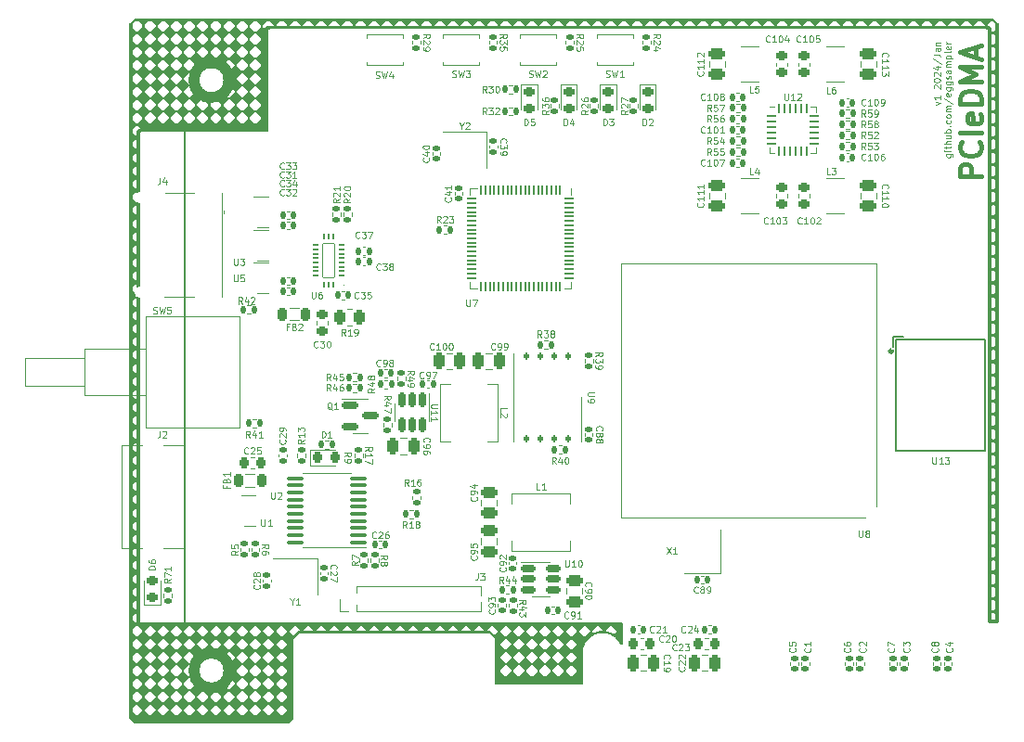
<source format=gbr>
%TF.GenerationSoftware,KiCad,Pcbnew,7.0.10*%
%TF.CreationDate,2024-01-08T21:13:15+10:00*%
%TF.ProjectId,PCIeDMA,50434965-444d-4412-9e6b-696361645f70,1*%
%TF.SameCoordinates,Original*%
%TF.FileFunction,Legend,Top*%
%TF.FilePolarity,Positive*%
%FSLAX46Y46*%
G04 Gerber Fmt 4.6, Leading zero omitted, Abs format (unit mm)*
G04 Created by KiCad (PCBNEW 7.0.10) date 2024-01-08 21:13:15*
%MOMM*%
%LPD*%
G01*
G04 APERTURE LIST*
G04 Aperture macros list*
%AMRoundRect*
0 Rectangle with rounded corners*
0 $1 Rounding radius*
0 $2 $3 $4 $5 $6 $7 $8 $9 X,Y pos of 4 corners*
0 Add a 4 corners polygon primitive as box body*
4,1,4,$2,$3,$4,$5,$6,$7,$8,$9,$2,$3,0*
0 Add four circle primitives for the rounded corners*
1,1,$1+$1,$2,$3*
1,1,$1+$1,$4,$5*
1,1,$1+$1,$6,$7*
1,1,$1+$1,$8,$9*
0 Add four rect primitives between the rounded corners*
20,1,$1+$1,$2,$3,$4,$5,0*
20,1,$1+$1,$4,$5,$6,$7,0*
20,1,$1+$1,$6,$7,$8,$9,0*
20,1,$1+$1,$8,$9,$2,$3,0*%
%AMFreePoly0*
4,1,18,-0.250000,0.050000,-0.246194,0.069134,-0.235355,0.085355,-0.219134,0.096194,-0.200000,0.100000,0.150000,0.100000,0.250000,0.000000,0.250000,-0.050000,0.246194,-0.069134,0.235355,-0.085355,0.219134,-0.096194,0.200000,-0.100000,-0.200000,-0.100000,-0.219134,-0.096194,-0.235355,-0.085355,-0.246194,-0.069134,-0.250000,-0.050000,-0.250000,0.050000,-0.250000,0.050000,$1*%
%AMFreePoly1*
4,1,18,-0.250000,0.050000,-0.246194,0.069134,-0.235355,0.085355,-0.219134,0.096194,-0.200000,0.100000,0.200000,0.100000,0.219134,0.096194,0.235355,0.085355,0.246194,0.069134,0.250000,0.050000,0.250000,0.000000,0.150000,-0.100000,-0.200000,-0.100000,-0.219134,-0.096194,-0.235355,-0.085355,-0.246194,-0.069134,-0.250000,-0.050000,-0.250000,0.050000,-0.250000,0.050000,$1*%
%AMFreePoly2*
4,1,18,-0.100000,0.150000,0.000000,0.250000,0.050000,0.250000,0.069134,0.246194,0.085355,0.235355,0.096194,0.219134,0.100000,0.200000,0.100000,-0.200000,0.096194,-0.219134,0.085355,-0.235355,0.069134,-0.246194,0.050000,-0.250000,-0.050000,-0.250000,-0.069134,-0.246194,-0.085355,-0.235355,-0.096194,-0.219134,-0.100000,-0.200000,-0.100000,0.150000,-0.100000,0.150000,$1*%
%AMFreePoly3*
4,1,18,-0.100000,0.200000,-0.096194,0.219134,-0.085355,0.235355,-0.069134,0.246194,-0.050000,0.250000,0.000000,0.250000,0.100000,0.150000,0.100000,-0.200000,0.096194,-0.219134,0.085355,-0.235355,0.069134,-0.246194,0.050000,-0.250000,-0.050000,-0.250000,-0.069134,-0.246194,-0.085355,-0.235355,-0.096194,-0.219134,-0.100000,-0.200000,-0.100000,0.200000,-0.100000,0.200000,$1*%
%AMFreePoly4*
4,1,18,-0.250000,0.050000,-0.246194,0.069134,-0.235355,0.085355,-0.219134,0.096194,-0.200000,0.100000,0.200000,0.100000,0.219134,0.096194,0.235355,0.085355,0.246194,0.069134,0.250000,0.050000,0.250000,-0.050000,0.246194,-0.069134,0.235355,-0.085355,0.219134,-0.096194,0.200000,-0.100000,-0.150000,-0.100000,-0.250000,0.000000,-0.250000,0.050000,-0.250000,0.050000,$1*%
%AMFreePoly5*
4,1,18,-0.250000,0.000000,-0.150000,0.100000,0.200000,0.100000,0.219134,0.096194,0.235355,0.085355,0.246194,0.069134,0.250000,0.050000,0.250000,-0.050000,0.246194,-0.069134,0.235355,-0.085355,0.219134,-0.096194,0.200000,-0.100000,-0.200000,-0.100000,-0.219134,-0.096194,-0.235355,-0.085355,-0.246194,-0.069134,-0.250000,-0.050000,-0.250000,0.000000,-0.250000,0.000000,$1*%
%AMFreePoly6*
4,1,18,-0.100000,0.200000,-0.096194,0.219134,-0.085355,0.235355,-0.069134,0.246194,-0.050000,0.250000,0.050000,0.250000,0.069134,0.246194,0.085355,0.235355,0.096194,0.219134,0.100000,0.200000,0.100000,-0.150000,0.000000,-0.250000,-0.050000,-0.250000,-0.069134,-0.246194,-0.085355,-0.235355,-0.096194,-0.219134,-0.100000,-0.200000,-0.100000,0.200000,-0.100000,0.200000,$1*%
%AMFreePoly7*
4,1,18,-0.100000,0.200000,-0.096194,0.219134,-0.085355,0.235355,-0.069134,0.246194,-0.050000,0.250000,0.050000,0.250000,0.069134,0.246194,0.085355,0.235355,0.096194,0.219134,0.100000,0.200000,0.100000,-0.200000,0.096194,-0.219134,0.085355,-0.235355,0.069134,-0.246194,0.050000,-0.250000,0.000000,-0.250000,-0.100000,-0.150000,-0.100000,0.200000,-0.100000,0.200000,$1*%
G04 Aperture macros list end*
%ADD10C,0.100000*%
%ADD11C,0.400000*%
%ADD12C,1.000000*%
%ADD13C,0.150000*%
%ADD14C,0.120000*%
%ADD15C,0.300000*%
%ADD16RoundRect,0.135000X0.185000X-0.135000X0.185000X0.135000X-0.185000X0.135000X-0.185000X-0.135000X0*%
%ADD17RoundRect,0.218750X0.256250X-0.218750X0.256250X0.218750X-0.256250X0.218750X-0.256250X-0.218750X0*%
%ADD18RoundRect,0.140000X0.170000X-0.140000X0.170000X0.140000X-0.170000X0.140000X-0.170000X-0.140000X0*%
%ADD19FreePoly0,180.000000*%
%ADD20RoundRect,0.050000X0.200000X0.050000X-0.200000X0.050000X-0.200000X-0.050000X0.200000X-0.050000X0*%
%ADD21FreePoly1,180.000000*%
%ADD22FreePoly2,180.000000*%
%ADD23RoundRect,0.050000X0.050000X0.200000X-0.050000X0.200000X-0.050000X-0.200000X0.050000X-0.200000X0*%
%ADD24FreePoly3,180.000000*%
%ADD25FreePoly4,180.000000*%
%ADD26FreePoly5,180.000000*%
%ADD27FreePoly6,180.000000*%
%ADD28FreePoly7,180.000000*%
%ADD29RoundRect,0.050000X0.550000X1.550000X-0.550000X1.550000X-0.550000X-1.550000X0.550000X-1.550000X0*%
%ADD30RoundRect,0.250000X0.475000X-0.250000X0.475000X0.250000X-0.475000X0.250000X-0.475000X-0.250000X0*%
%ADD31RoundRect,0.140000X-0.140000X-0.170000X0.140000X-0.170000X0.140000X0.170000X-0.140000X0.170000X0*%
%ADD32RoundRect,0.135000X-0.185000X0.135000X-0.185000X-0.135000X0.185000X-0.135000X0.185000X0.135000X0*%
%ADD33RoundRect,0.218750X-0.218750X-0.256250X0.218750X-0.256250X0.218750X0.256250X-0.218750X0.256250X0*%
%ADD34RoundRect,0.140000X-0.170000X0.140000X-0.170000X-0.140000X0.170000X-0.140000X0.170000X0.140000X0*%
%ADD35R,0.900000X1.700000*%
%ADD36RoundRect,0.225000X0.225000X0.250000X-0.225000X0.250000X-0.225000X-0.250000X0.225000X-0.250000X0*%
%ADD37R,2.790000X1.903000*%
%ADD38C,0.600000*%
%ADD39RoundRect,0.250000X-0.250000X-0.475000X0.250000X-0.475000X0.250000X0.475000X-0.250000X0.475000X0*%
%ADD40RoundRect,0.135000X-0.135000X-0.185000X0.135000X-0.185000X0.135000X0.185000X-0.135000X0.185000X0*%
%ADD41RoundRect,0.135000X0.135000X0.185000X-0.135000X0.185000X-0.135000X-0.185000X0.135000X-0.185000X0*%
%ADD42RoundRect,0.140000X0.140000X0.170000X-0.140000X0.170000X-0.140000X-0.170000X0.140000X-0.170000X0*%
%ADD43RoundRect,0.250000X-0.475000X0.250000X-0.475000X-0.250000X0.475000X-0.250000X0.475000X0.250000X0*%
%ADD44RoundRect,0.218750X-0.256250X0.218750X-0.256250X-0.218750X0.256250X-0.218750X0.256250X0.218750X0*%
%ADD45RoundRect,0.250000X0.250000X0.475000X-0.250000X0.475000X-0.250000X-0.475000X0.250000X-0.475000X0*%
%ADD46R,0.550000X0.300000*%
%ADD47R,0.550000X0.400000*%
%ADD48C,0.650000*%
%ADD49R,1.450000X0.600000*%
%ADD50R,1.450000X0.300000*%
%ADD51O,2.100000X1.000000*%
%ADD52O,1.600000X1.000000*%
%ADD53RoundRect,0.150000X-0.512500X-0.150000X0.512500X-0.150000X0.512500X0.150000X-0.512500X0.150000X0*%
%ADD54RoundRect,0.100000X0.637500X0.100000X-0.637500X0.100000X-0.637500X-0.100000X0.637500X-0.100000X0*%
%ADD55RoundRect,0.050000X-0.050000X0.387500X-0.050000X-0.387500X0.050000X-0.387500X0.050000X0.387500X0*%
%ADD56RoundRect,0.050000X-0.387500X0.050000X-0.387500X-0.050000X0.387500X-0.050000X0.387500X0.050000X0*%
%ADD57R,6.310000X5.810000*%
%ADD58R,1.000000X2.750000*%
%ADD59RoundRect,0.225000X-0.250000X0.225000X-0.250000X-0.225000X0.250000X-0.225000X0.250000X0.225000X0*%
%ADD60R,0.700000X0.300000*%
%ADD61R,0.700000X1.000000*%
%ADD62O,2.100000X1.100000*%
%ADD63O,2.600000X1.100000*%
%ADD64R,1.400000X1.200000*%
%ADD65RoundRect,0.125000X-0.125000X0.200000X-0.125000X-0.200000X0.125000X-0.200000X0.125000X0.200000X0*%
%ADD66R,4.300000X3.400000*%
%ADD67C,2.000000*%
%ADD68RoundRect,0.150000X-0.150000X0.512500X-0.150000X-0.512500X0.150000X-0.512500X0.150000X0.512500X0*%
%ADD69RoundRect,0.150000X-0.587500X-0.150000X0.587500X-0.150000X0.587500X0.150000X-0.587500X0.150000X0*%
%ADD70R,0.700000X4.300000*%
%ADD71R,0.700000X3.200000*%
%ADD72RoundRect,0.250000X-0.262500X-0.450000X0.262500X-0.450000X0.262500X0.450000X-0.262500X0.450000X0*%
%ADD73RoundRect,0.062500X-0.350000X-0.062500X0.350000X-0.062500X0.350000X0.062500X-0.350000X0.062500X0*%
%ADD74RoundRect,0.062500X-0.062500X-0.350000X0.062500X-0.350000X0.062500X0.350000X-0.062500X0.350000X0*%
%ADD75R,2.600000X2.600000*%
%ADD76RoundRect,0.218750X-0.218750X-0.381250X0.218750X-0.381250X0.218750X0.381250X-0.218750X0.381250X0*%
%ADD77R,1.903000X2.790000*%
%ADD78R,1.000000X1.000000*%
%ADD79O,1.000000X1.000000*%
%ADD80RoundRect,0.225000X0.250000X-0.225000X0.250000X0.225000X-0.250000X0.225000X-0.250000X-0.225000X0*%
%ADD81R,1.200000X1.400000*%
%ADD82C,0.360000*%
%ADD83RoundRect,0.225000X-0.225000X-0.250000X0.225000X-0.250000X0.225000X0.250000X-0.225000X0.250000X0*%
G04 APERTURE END LIST*
D10*
X73555371Y-7922933D02*
X73955371Y-7780076D01*
X73955371Y-7780076D02*
X73555371Y-7637219D01*
X73955371Y-7094362D02*
X73955371Y-7437219D01*
X73955371Y-7265790D02*
X73355371Y-7265790D01*
X73355371Y-7265790D02*
X73441085Y-7322933D01*
X73441085Y-7322933D02*
X73498228Y-7380076D01*
X73498228Y-7380076D02*
X73526800Y-7437219D01*
X73412514Y-6408647D02*
X73383942Y-6380075D01*
X73383942Y-6380075D02*
X73355371Y-6322933D01*
X73355371Y-6322933D02*
X73355371Y-6180075D01*
X73355371Y-6180075D02*
X73383942Y-6122933D01*
X73383942Y-6122933D02*
X73412514Y-6094361D01*
X73412514Y-6094361D02*
X73469657Y-6065790D01*
X73469657Y-6065790D02*
X73526800Y-6065790D01*
X73526800Y-6065790D02*
X73612514Y-6094361D01*
X73612514Y-6094361D02*
X73955371Y-6437218D01*
X73955371Y-6437218D02*
X73955371Y-6065790D01*
X73355371Y-5694361D02*
X73355371Y-5637218D01*
X73355371Y-5637218D02*
X73383942Y-5580075D01*
X73383942Y-5580075D02*
X73412514Y-5551504D01*
X73412514Y-5551504D02*
X73469657Y-5522932D01*
X73469657Y-5522932D02*
X73583942Y-5494361D01*
X73583942Y-5494361D02*
X73726800Y-5494361D01*
X73726800Y-5494361D02*
X73841085Y-5522932D01*
X73841085Y-5522932D02*
X73898228Y-5551504D01*
X73898228Y-5551504D02*
X73926800Y-5580075D01*
X73926800Y-5580075D02*
X73955371Y-5637218D01*
X73955371Y-5637218D02*
X73955371Y-5694361D01*
X73955371Y-5694361D02*
X73926800Y-5751504D01*
X73926800Y-5751504D02*
X73898228Y-5780075D01*
X73898228Y-5780075D02*
X73841085Y-5808646D01*
X73841085Y-5808646D02*
X73726800Y-5837218D01*
X73726800Y-5837218D02*
X73583942Y-5837218D01*
X73583942Y-5837218D02*
X73469657Y-5808646D01*
X73469657Y-5808646D02*
X73412514Y-5780075D01*
X73412514Y-5780075D02*
X73383942Y-5751504D01*
X73383942Y-5751504D02*
X73355371Y-5694361D01*
X73412514Y-5265789D02*
X73383942Y-5237217D01*
X73383942Y-5237217D02*
X73355371Y-5180075D01*
X73355371Y-5180075D02*
X73355371Y-5037217D01*
X73355371Y-5037217D02*
X73383942Y-4980075D01*
X73383942Y-4980075D02*
X73412514Y-4951503D01*
X73412514Y-4951503D02*
X73469657Y-4922932D01*
X73469657Y-4922932D02*
X73526800Y-4922932D01*
X73526800Y-4922932D02*
X73612514Y-4951503D01*
X73612514Y-4951503D02*
X73955371Y-5294360D01*
X73955371Y-5294360D02*
X73955371Y-4922932D01*
X73555371Y-4408646D02*
X73955371Y-4408646D01*
X73326800Y-4551503D02*
X73755371Y-4694360D01*
X73755371Y-4694360D02*
X73755371Y-4322931D01*
X73326800Y-3665788D02*
X74098228Y-4180074D01*
X73355371Y-3294360D02*
X73783942Y-3294360D01*
X73783942Y-3294360D02*
X73869657Y-3322931D01*
X73869657Y-3322931D02*
X73926800Y-3380074D01*
X73926800Y-3380074D02*
X73955371Y-3465788D01*
X73955371Y-3465788D02*
X73955371Y-3522931D01*
X73955371Y-2751503D02*
X73641085Y-2751503D01*
X73641085Y-2751503D02*
X73583942Y-2780074D01*
X73583942Y-2780074D02*
X73555371Y-2837217D01*
X73555371Y-2837217D02*
X73555371Y-2951503D01*
X73555371Y-2951503D02*
X73583942Y-3008645D01*
X73926800Y-2751503D02*
X73955371Y-2808645D01*
X73955371Y-2808645D02*
X73955371Y-2951503D01*
X73955371Y-2951503D02*
X73926800Y-3008645D01*
X73926800Y-3008645D02*
X73869657Y-3037217D01*
X73869657Y-3037217D02*
X73812514Y-3037217D01*
X73812514Y-3037217D02*
X73755371Y-3008645D01*
X73755371Y-3008645D02*
X73726800Y-2951503D01*
X73726800Y-2951503D02*
X73726800Y-2808645D01*
X73726800Y-2808645D02*
X73698228Y-2751503D01*
X73555371Y-2465788D02*
X73955371Y-2465788D01*
X73612514Y-2465788D02*
X73583942Y-2437217D01*
X73583942Y-2437217D02*
X73555371Y-2380074D01*
X73555371Y-2380074D02*
X73555371Y-2294360D01*
X73555371Y-2294360D02*
X73583942Y-2237217D01*
X73583942Y-2237217D02*
X73641085Y-2208646D01*
X73641085Y-2208646D02*
X73955371Y-2208646D01*
X74521371Y-12408645D02*
X75007085Y-12408645D01*
X75007085Y-12408645D02*
X75064228Y-12437216D01*
X75064228Y-12437216D02*
X75092800Y-12465787D01*
X75092800Y-12465787D02*
X75121371Y-12522930D01*
X75121371Y-12522930D02*
X75121371Y-12608645D01*
X75121371Y-12608645D02*
X75092800Y-12665787D01*
X74892800Y-12408645D02*
X74921371Y-12465787D01*
X74921371Y-12465787D02*
X74921371Y-12580073D01*
X74921371Y-12580073D02*
X74892800Y-12637216D01*
X74892800Y-12637216D02*
X74864228Y-12665787D01*
X74864228Y-12665787D02*
X74807085Y-12694359D01*
X74807085Y-12694359D02*
X74635657Y-12694359D01*
X74635657Y-12694359D02*
X74578514Y-12665787D01*
X74578514Y-12665787D02*
X74549942Y-12637216D01*
X74549942Y-12637216D02*
X74521371Y-12580073D01*
X74521371Y-12580073D02*
X74521371Y-12465787D01*
X74521371Y-12465787D02*
X74549942Y-12408645D01*
X74921371Y-12122930D02*
X74521371Y-12122930D01*
X74321371Y-12122930D02*
X74349942Y-12151502D01*
X74349942Y-12151502D02*
X74378514Y-12122930D01*
X74378514Y-12122930D02*
X74349942Y-12094359D01*
X74349942Y-12094359D02*
X74321371Y-12122930D01*
X74321371Y-12122930D02*
X74378514Y-12122930D01*
X74521371Y-11922931D02*
X74521371Y-11694359D01*
X74321371Y-11837216D02*
X74835657Y-11837216D01*
X74835657Y-11837216D02*
X74892800Y-11808645D01*
X74892800Y-11808645D02*
X74921371Y-11751502D01*
X74921371Y-11751502D02*
X74921371Y-11694359D01*
X74921371Y-11494359D02*
X74321371Y-11494359D01*
X74921371Y-11237217D02*
X74607085Y-11237217D01*
X74607085Y-11237217D02*
X74549942Y-11265788D01*
X74549942Y-11265788D02*
X74521371Y-11322931D01*
X74521371Y-11322931D02*
X74521371Y-11408645D01*
X74521371Y-11408645D02*
X74549942Y-11465788D01*
X74549942Y-11465788D02*
X74578514Y-11494359D01*
X74521371Y-10694360D02*
X74921371Y-10694360D01*
X74521371Y-10951502D02*
X74835657Y-10951502D01*
X74835657Y-10951502D02*
X74892800Y-10922931D01*
X74892800Y-10922931D02*
X74921371Y-10865788D01*
X74921371Y-10865788D02*
X74921371Y-10780074D01*
X74921371Y-10780074D02*
X74892800Y-10722931D01*
X74892800Y-10722931D02*
X74864228Y-10694360D01*
X74921371Y-10408645D02*
X74321371Y-10408645D01*
X74549942Y-10408645D02*
X74521371Y-10351503D01*
X74521371Y-10351503D02*
X74521371Y-10237217D01*
X74521371Y-10237217D02*
X74549942Y-10180074D01*
X74549942Y-10180074D02*
X74578514Y-10151503D01*
X74578514Y-10151503D02*
X74635657Y-10122931D01*
X74635657Y-10122931D02*
X74807085Y-10122931D01*
X74807085Y-10122931D02*
X74864228Y-10151503D01*
X74864228Y-10151503D02*
X74892800Y-10180074D01*
X74892800Y-10180074D02*
X74921371Y-10237217D01*
X74921371Y-10237217D02*
X74921371Y-10351503D01*
X74921371Y-10351503D02*
X74892800Y-10408645D01*
X74864228Y-9865788D02*
X74892800Y-9837217D01*
X74892800Y-9837217D02*
X74921371Y-9865788D01*
X74921371Y-9865788D02*
X74892800Y-9894360D01*
X74892800Y-9894360D02*
X74864228Y-9865788D01*
X74864228Y-9865788D02*
X74921371Y-9865788D01*
X74892800Y-9322932D02*
X74921371Y-9380074D01*
X74921371Y-9380074D02*
X74921371Y-9494360D01*
X74921371Y-9494360D02*
X74892800Y-9551503D01*
X74892800Y-9551503D02*
X74864228Y-9580074D01*
X74864228Y-9580074D02*
X74807085Y-9608646D01*
X74807085Y-9608646D02*
X74635657Y-9608646D01*
X74635657Y-9608646D02*
X74578514Y-9580074D01*
X74578514Y-9580074D02*
X74549942Y-9551503D01*
X74549942Y-9551503D02*
X74521371Y-9494360D01*
X74521371Y-9494360D02*
X74521371Y-9380074D01*
X74521371Y-9380074D02*
X74549942Y-9322932D01*
X74921371Y-8980074D02*
X74892800Y-9037217D01*
X74892800Y-9037217D02*
X74864228Y-9065788D01*
X74864228Y-9065788D02*
X74807085Y-9094360D01*
X74807085Y-9094360D02*
X74635657Y-9094360D01*
X74635657Y-9094360D02*
X74578514Y-9065788D01*
X74578514Y-9065788D02*
X74549942Y-9037217D01*
X74549942Y-9037217D02*
X74521371Y-8980074D01*
X74521371Y-8980074D02*
X74521371Y-8894360D01*
X74521371Y-8894360D02*
X74549942Y-8837217D01*
X74549942Y-8837217D02*
X74578514Y-8808646D01*
X74578514Y-8808646D02*
X74635657Y-8780074D01*
X74635657Y-8780074D02*
X74807085Y-8780074D01*
X74807085Y-8780074D02*
X74864228Y-8808646D01*
X74864228Y-8808646D02*
X74892800Y-8837217D01*
X74892800Y-8837217D02*
X74921371Y-8894360D01*
X74921371Y-8894360D02*
X74921371Y-8980074D01*
X74921371Y-8522931D02*
X74521371Y-8522931D01*
X74578514Y-8522931D02*
X74549942Y-8494360D01*
X74549942Y-8494360D02*
X74521371Y-8437217D01*
X74521371Y-8437217D02*
X74521371Y-8351503D01*
X74521371Y-8351503D02*
X74549942Y-8294360D01*
X74549942Y-8294360D02*
X74607085Y-8265789D01*
X74607085Y-8265789D02*
X74921371Y-8265789D01*
X74607085Y-8265789D02*
X74549942Y-8237217D01*
X74549942Y-8237217D02*
X74521371Y-8180074D01*
X74521371Y-8180074D02*
X74521371Y-8094360D01*
X74521371Y-8094360D02*
X74549942Y-8037217D01*
X74549942Y-8037217D02*
X74607085Y-8008646D01*
X74607085Y-8008646D02*
X74921371Y-8008646D01*
X74292800Y-7294360D02*
X75064228Y-7808646D01*
X74892800Y-6865789D02*
X74921371Y-6922932D01*
X74921371Y-6922932D02*
X74921371Y-7037218D01*
X74921371Y-7037218D02*
X74892800Y-7094360D01*
X74892800Y-7094360D02*
X74835657Y-7122932D01*
X74835657Y-7122932D02*
X74607085Y-7122932D01*
X74607085Y-7122932D02*
X74549942Y-7094360D01*
X74549942Y-7094360D02*
X74521371Y-7037218D01*
X74521371Y-7037218D02*
X74521371Y-6922932D01*
X74521371Y-6922932D02*
X74549942Y-6865789D01*
X74549942Y-6865789D02*
X74607085Y-6837218D01*
X74607085Y-6837218D02*
X74664228Y-6837218D01*
X74664228Y-6837218D02*
X74721371Y-7122932D01*
X74521371Y-6322932D02*
X75007085Y-6322932D01*
X75007085Y-6322932D02*
X75064228Y-6351503D01*
X75064228Y-6351503D02*
X75092800Y-6380074D01*
X75092800Y-6380074D02*
X75121371Y-6437217D01*
X75121371Y-6437217D02*
X75121371Y-6522932D01*
X75121371Y-6522932D02*
X75092800Y-6580074D01*
X74892800Y-6322932D02*
X74921371Y-6380074D01*
X74921371Y-6380074D02*
X74921371Y-6494360D01*
X74921371Y-6494360D02*
X74892800Y-6551503D01*
X74892800Y-6551503D02*
X74864228Y-6580074D01*
X74864228Y-6580074D02*
X74807085Y-6608646D01*
X74807085Y-6608646D02*
X74635657Y-6608646D01*
X74635657Y-6608646D02*
X74578514Y-6580074D01*
X74578514Y-6580074D02*
X74549942Y-6551503D01*
X74549942Y-6551503D02*
X74521371Y-6494360D01*
X74521371Y-6494360D02*
X74521371Y-6380074D01*
X74521371Y-6380074D02*
X74549942Y-6322932D01*
X74521371Y-5780075D02*
X75007085Y-5780075D01*
X75007085Y-5780075D02*
X75064228Y-5808646D01*
X75064228Y-5808646D02*
X75092800Y-5837217D01*
X75092800Y-5837217D02*
X75121371Y-5894360D01*
X75121371Y-5894360D02*
X75121371Y-5980075D01*
X75121371Y-5980075D02*
X75092800Y-6037217D01*
X74892800Y-5780075D02*
X74921371Y-5837217D01*
X74921371Y-5837217D02*
X74921371Y-5951503D01*
X74921371Y-5951503D02*
X74892800Y-6008646D01*
X74892800Y-6008646D02*
X74864228Y-6037217D01*
X74864228Y-6037217D02*
X74807085Y-6065789D01*
X74807085Y-6065789D02*
X74635657Y-6065789D01*
X74635657Y-6065789D02*
X74578514Y-6037217D01*
X74578514Y-6037217D02*
X74549942Y-6008646D01*
X74549942Y-6008646D02*
X74521371Y-5951503D01*
X74521371Y-5951503D02*
X74521371Y-5837217D01*
X74521371Y-5837217D02*
X74549942Y-5780075D01*
X74892800Y-5522932D02*
X74921371Y-5465789D01*
X74921371Y-5465789D02*
X74921371Y-5351503D01*
X74921371Y-5351503D02*
X74892800Y-5294360D01*
X74892800Y-5294360D02*
X74835657Y-5265789D01*
X74835657Y-5265789D02*
X74807085Y-5265789D01*
X74807085Y-5265789D02*
X74749942Y-5294360D01*
X74749942Y-5294360D02*
X74721371Y-5351503D01*
X74721371Y-5351503D02*
X74721371Y-5437218D01*
X74721371Y-5437218D02*
X74692800Y-5494360D01*
X74692800Y-5494360D02*
X74635657Y-5522932D01*
X74635657Y-5522932D02*
X74607085Y-5522932D01*
X74607085Y-5522932D02*
X74549942Y-5494360D01*
X74549942Y-5494360D02*
X74521371Y-5437218D01*
X74521371Y-5437218D02*
X74521371Y-5351503D01*
X74521371Y-5351503D02*
X74549942Y-5294360D01*
X74921371Y-4751504D02*
X74607085Y-4751504D01*
X74607085Y-4751504D02*
X74549942Y-4780075D01*
X74549942Y-4780075D02*
X74521371Y-4837218D01*
X74521371Y-4837218D02*
X74521371Y-4951504D01*
X74521371Y-4951504D02*
X74549942Y-5008646D01*
X74892800Y-4751504D02*
X74921371Y-4808646D01*
X74921371Y-4808646D02*
X74921371Y-4951504D01*
X74921371Y-4951504D02*
X74892800Y-5008646D01*
X74892800Y-5008646D02*
X74835657Y-5037218D01*
X74835657Y-5037218D02*
X74778514Y-5037218D01*
X74778514Y-5037218D02*
X74721371Y-5008646D01*
X74721371Y-5008646D02*
X74692800Y-4951504D01*
X74692800Y-4951504D02*
X74692800Y-4808646D01*
X74692800Y-4808646D02*
X74664228Y-4751504D01*
X74921371Y-4465789D02*
X74521371Y-4465789D01*
X74578514Y-4465789D02*
X74549942Y-4437218D01*
X74549942Y-4437218D02*
X74521371Y-4380075D01*
X74521371Y-4380075D02*
X74521371Y-4294361D01*
X74521371Y-4294361D02*
X74549942Y-4237218D01*
X74549942Y-4237218D02*
X74607085Y-4208647D01*
X74607085Y-4208647D02*
X74921371Y-4208647D01*
X74607085Y-4208647D02*
X74549942Y-4180075D01*
X74549942Y-4180075D02*
X74521371Y-4122932D01*
X74521371Y-4122932D02*
X74521371Y-4037218D01*
X74521371Y-4037218D02*
X74549942Y-3980075D01*
X74549942Y-3980075D02*
X74607085Y-3951504D01*
X74607085Y-3951504D02*
X74921371Y-3951504D01*
X74521371Y-3665789D02*
X75121371Y-3665789D01*
X74549942Y-3665789D02*
X74521371Y-3608647D01*
X74521371Y-3608647D02*
X74521371Y-3494361D01*
X74521371Y-3494361D02*
X74549942Y-3437218D01*
X74549942Y-3437218D02*
X74578514Y-3408647D01*
X74578514Y-3408647D02*
X74635657Y-3380075D01*
X74635657Y-3380075D02*
X74807085Y-3380075D01*
X74807085Y-3380075D02*
X74864228Y-3408647D01*
X74864228Y-3408647D02*
X74892800Y-3437218D01*
X74892800Y-3437218D02*
X74921371Y-3494361D01*
X74921371Y-3494361D02*
X74921371Y-3608647D01*
X74921371Y-3608647D02*
X74892800Y-3665789D01*
X74921371Y-3037218D02*
X74892800Y-3094361D01*
X74892800Y-3094361D02*
X74835657Y-3122932D01*
X74835657Y-3122932D02*
X74321371Y-3122932D01*
X74892800Y-2580075D02*
X74921371Y-2637218D01*
X74921371Y-2637218D02*
X74921371Y-2751504D01*
X74921371Y-2751504D02*
X74892800Y-2808646D01*
X74892800Y-2808646D02*
X74835657Y-2837218D01*
X74835657Y-2837218D02*
X74607085Y-2837218D01*
X74607085Y-2837218D02*
X74549942Y-2808646D01*
X74549942Y-2808646D02*
X74521371Y-2751504D01*
X74521371Y-2751504D02*
X74521371Y-2637218D01*
X74521371Y-2637218D02*
X74549942Y-2580075D01*
X74549942Y-2580075D02*
X74607085Y-2551504D01*
X74607085Y-2551504D02*
X74664228Y-2551504D01*
X74664228Y-2551504D02*
X74721371Y-2837218D01*
X74921371Y-2294360D02*
X74521371Y-2294360D01*
X74635657Y-2294360D02*
X74578514Y-2265789D01*
X74578514Y-2265789D02*
X74549942Y-2237218D01*
X74549942Y-2237218D02*
X74521371Y-2180075D01*
X74521371Y-2180075D02*
X74521371Y-2122932D01*
D11*
X77734438Y-14453633D02*
X75734438Y-14453633D01*
X75734438Y-14453633D02*
X75734438Y-13691728D01*
X75734438Y-13691728D02*
X75829676Y-13501252D01*
X75829676Y-13501252D02*
X75924914Y-13406014D01*
X75924914Y-13406014D02*
X76115390Y-13310776D01*
X76115390Y-13310776D02*
X76401104Y-13310776D01*
X76401104Y-13310776D02*
X76591580Y-13406014D01*
X76591580Y-13406014D02*
X76686819Y-13501252D01*
X76686819Y-13501252D02*
X76782057Y-13691728D01*
X76782057Y-13691728D02*
X76782057Y-14453633D01*
X77543961Y-11310776D02*
X77639200Y-11406014D01*
X77639200Y-11406014D02*
X77734438Y-11691728D01*
X77734438Y-11691728D02*
X77734438Y-11882204D01*
X77734438Y-11882204D02*
X77639200Y-12167919D01*
X77639200Y-12167919D02*
X77448723Y-12358395D01*
X77448723Y-12358395D02*
X77258247Y-12453633D01*
X77258247Y-12453633D02*
X76877295Y-12548871D01*
X76877295Y-12548871D02*
X76591580Y-12548871D01*
X76591580Y-12548871D02*
X76210628Y-12453633D01*
X76210628Y-12453633D02*
X76020152Y-12358395D01*
X76020152Y-12358395D02*
X75829676Y-12167919D01*
X75829676Y-12167919D02*
X75734438Y-11882204D01*
X75734438Y-11882204D02*
X75734438Y-11691728D01*
X75734438Y-11691728D02*
X75829676Y-11406014D01*
X75829676Y-11406014D02*
X75924914Y-11310776D01*
X77734438Y-10453633D02*
X75734438Y-10453633D01*
X77639200Y-8739347D02*
X77734438Y-8929823D01*
X77734438Y-8929823D02*
X77734438Y-9310776D01*
X77734438Y-9310776D02*
X77639200Y-9501252D01*
X77639200Y-9501252D02*
X77448723Y-9596490D01*
X77448723Y-9596490D02*
X76686819Y-9596490D01*
X76686819Y-9596490D02*
X76496342Y-9501252D01*
X76496342Y-9501252D02*
X76401104Y-9310776D01*
X76401104Y-9310776D02*
X76401104Y-8929823D01*
X76401104Y-8929823D02*
X76496342Y-8739347D01*
X76496342Y-8739347D02*
X76686819Y-8644109D01*
X76686819Y-8644109D02*
X76877295Y-8644109D01*
X76877295Y-8644109D02*
X77067771Y-9596490D01*
X77734438Y-7786966D02*
X75734438Y-7786966D01*
X75734438Y-7786966D02*
X75734438Y-7310776D01*
X75734438Y-7310776D02*
X75829676Y-7025061D01*
X75829676Y-7025061D02*
X76020152Y-6834585D01*
X76020152Y-6834585D02*
X76210628Y-6739347D01*
X76210628Y-6739347D02*
X76591580Y-6644109D01*
X76591580Y-6644109D02*
X76877295Y-6644109D01*
X76877295Y-6644109D02*
X77258247Y-6739347D01*
X77258247Y-6739347D02*
X77448723Y-6834585D01*
X77448723Y-6834585D02*
X77639200Y-7025061D01*
X77639200Y-7025061D02*
X77734438Y-7310776D01*
X77734438Y-7310776D02*
X77734438Y-7786966D01*
X77734438Y-5786966D02*
X75734438Y-5786966D01*
X75734438Y-5786966D02*
X77163009Y-5120299D01*
X77163009Y-5120299D02*
X75734438Y-4453633D01*
X75734438Y-4453633D02*
X77734438Y-4453633D01*
X77163009Y-3596490D02*
X77163009Y-2644109D01*
X77734438Y-3786966D02*
X75734438Y-3120300D01*
X75734438Y-3120300D02*
X77734438Y-2453633D01*
D12*
X9100000Y-5650000D02*
G75*
G03*
X5900000Y-5650000I-1600000J0D01*
G01*
X5900000Y-5650000D02*
G75*
G03*
X9100000Y-5650000I1600000J0D01*
G01*
D13*
X5080000Y-10300000D02*
X5080000Y-55150000D01*
D12*
X9100000Y-59550000D02*
G75*
G03*
X5900000Y-59550000I-1600000J0D01*
G01*
X5900000Y-59550000D02*
G75*
G03*
X9100000Y-59550000I1600000J0D01*
G01*
D10*
X3772371Y-51185714D02*
X3486657Y-51385714D01*
X3772371Y-51528571D02*
X3172371Y-51528571D01*
X3172371Y-51528571D02*
X3172371Y-51300000D01*
X3172371Y-51300000D02*
X3200942Y-51242857D01*
X3200942Y-51242857D02*
X3229514Y-51214286D01*
X3229514Y-51214286D02*
X3286657Y-51185714D01*
X3286657Y-51185714D02*
X3372371Y-51185714D01*
X3372371Y-51185714D02*
X3429514Y-51214286D01*
X3429514Y-51214286D02*
X3458085Y-51242857D01*
X3458085Y-51242857D02*
X3486657Y-51300000D01*
X3486657Y-51300000D02*
X3486657Y-51528571D01*
X3172371Y-50985714D02*
X3172371Y-50585714D01*
X3172371Y-50585714D02*
X3772371Y-50842857D01*
X3772371Y-50042857D02*
X3772371Y-50385714D01*
X3772371Y-50214285D02*
X3172371Y-50214285D01*
X3172371Y-50214285D02*
X3258085Y-50271428D01*
X3258085Y-50271428D02*
X3315228Y-50328571D01*
X3315228Y-50328571D02*
X3343800Y-50385714D01*
X2372371Y-50342856D02*
X1772371Y-50342856D01*
X1772371Y-50342856D02*
X1772371Y-50199999D01*
X1772371Y-50199999D02*
X1800942Y-50114285D01*
X1800942Y-50114285D02*
X1858085Y-50057142D01*
X1858085Y-50057142D02*
X1915228Y-50028571D01*
X1915228Y-50028571D02*
X2029514Y-49999999D01*
X2029514Y-49999999D02*
X2115228Y-49999999D01*
X2115228Y-49999999D02*
X2229514Y-50028571D01*
X2229514Y-50028571D02*
X2286657Y-50057142D01*
X2286657Y-50057142D02*
X2343800Y-50114285D01*
X2343800Y-50114285D02*
X2372371Y-50199999D01*
X2372371Y-50199999D02*
X2372371Y-50342856D01*
X1772371Y-49485714D02*
X1772371Y-49599999D01*
X1772371Y-49599999D02*
X1800942Y-49657142D01*
X1800942Y-49657142D02*
X1829514Y-49685714D01*
X1829514Y-49685714D02*
X1915228Y-49742856D01*
X1915228Y-49742856D02*
X2029514Y-49771428D01*
X2029514Y-49771428D02*
X2258085Y-49771428D01*
X2258085Y-49771428D02*
X2315228Y-49742856D01*
X2315228Y-49742856D02*
X2343800Y-49714285D01*
X2343800Y-49714285D02*
X2372371Y-49657142D01*
X2372371Y-49657142D02*
X2372371Y-49542856D01*
X2372371Y-49542856D02*
X2343800Y-49485714D01*
X2343800Y-49485714D02*
X2315228Y-49457142D01*
X2315228Y-49457142D02*
X2258085Y-49428571D01*
X2258085Y-49428571D02*
X2115228Y-49428571D01*
X2115228Y-49428571D02*
X2058085Y-49457142D01*
X2058085Y-49457142D02*
X2029514Y-49485714D01*
X2029514Y-49485714D02*
X2000942Y-49542856D01*
X2000942Y-49542856D02*
X2000942Y-49657142D01*
X2000942Y-49657142D02*
X2029514Y-49714285D01*
X2029514Y-49714285D02*
X2058085Y-49742856D01*
X2058085Y-49742856D02*
X2115228Y-49771428D01*
X11865228Y-51735714D02*
X11893800Y-51764286D01*
X11893800Y-51764286D02*
X11922371Y-51850000D01*
X11922371Y-51850000D02*
X11922371Y-51907143D01*
X11922371Y-51907143D02*
X11893800Y-51992857D01*
X11893800Y-51992857D02*
X11836657Y-52050000D01*
X11836657Y-52050000D02*
X11779514Y-52078571D01*
X11779514Y-52078571D02*
X11665228Y-52107143D01*
X11665228Y-52107143D02*
X11579514Y-52107143D01*
X11579514Y-52107143D02*
X11465228Y-52078571D01*
X11465228Y-52078571D02*
X11408085Y-52050000D01*
X11408085Y-52050000D02*
X11350942Y-51992857D01*
X11350942Y-51992857D02*
X11322371Y-51907143D01*
X11322371Y-51907143D02*
X11322371Y-51850000D01*
X11322371Y-51850000D02*
X11350942Y-51764286D01*
X11350942Y-51764286D02*
X11379514Y-51735714D01*
X11379514Y-51507143D02*
X11350942Y-51478571D01*
X11350942Y-51478571D02*
X11322371Y-51421429D01*
X11322371Y-51421429D02*
X11322371Y-51278571D01*
X11322371Y-51278571D02*
X11350942Y-51221429D01*
X11350942Y-51221429D02*
X11379514Y-51192857D01*
X11379514Y-51192857D02*
X11436657Y-51164286D01*
X11436657Y-51164286D02*
X11493800Y-51164286D01*
X11493800Y-51164286D02*
X11579514Y-51192857D01*
X11579514Y-51192857D02*
X11922371Y-51535714D01*
X11922371Y-51535714D02*
X11922371Y-51164286D01*
X11579514Y-50821428D02*
X11550942Y-50878571D01*
X11550942Y-50878571D02*
X11522371Y-50907142D01*
X11522371Y-50907142D02*
X11465228Y-50935714D01*
X11465228Y-50935714D02*
X11436657Y-50935714D01*
X11436657Y-50935714D02*
X11379514Y-50907142D01*
X11379514Y-50907142D02*
X11350942Y-50878571D01*
X11350942Y-50878571D02*
X11322371Y-50821428D01*
X11322371Y-50821428D02*
X11322371Y-50707142D01*
X11322371Y-50707142D02*
X11350942Y-50650000D01*
X11350942Y-50650000D02*
X11379514Y-50621428D01*
X11379514Y-50621428D02*
X11436657Y-50592857D01*
X11436657Y-50592857D02*
X11465228Y-50592857D01*
X11465228Y-50592857D02*
X11522371Y-50621428D01*
X11522371Y-50621428D02*
X11550942Y-50650000D01*
X11550942Y-50650000D02*
X11579514Y-50707142D01*
X11579514Y-50707142D02*
X11579514Y-50821428D01*
X11579514Y-50821428D02*
X11608085Y-50878571D01*
X11608085Y-50878571D02*
X11636657Y-50907142D01*
X11636657Y-50907142D02*
X11693800Y-50935714D01*
X11693800Y-50935714D02*
X11808085Y-50935714D01*
X11808085Y-50935714D02*
X11865228Y-50907142D01*
X11865228Y-50907142D02*
X11893800Y-50878571D01*
X11893800Y-50878571D02*
X11922371Y-50821428D01*
X11922371Y-50821428D02*
X11922371Y-50707142D01*
X11922371Y-50707142D02*
X11893800Y-50650000D01*
X11893800Y-50650000D02*
X11865228Y-50621428D01*
X11865228Y-50621428D02*
X11808085Y-50592857D01*
X11808085Y-50592857D02*
X11693800Y-50592857D01*
X11693800Y-50592857D02*
X11636657Y-50621428D01*
X11636657Y-50621428D02*
X11608085Y-50650000D01*
X11608085Y-50650000D02*
X11579514Y-50707142D01*
X23227628Y-34814285D02*
X23513342Y-34614285D01*
X23227628Y-34471428D02*
X23827628Y-34471428D01*
X23827628Y-34471428D02*
X23827628Y-34699999D01*
X23827628Y-34699999D02*
X23799057Y-34757142D01*
X23799057Y-34757142D02*
X23770485Y-34785713D01*
X23770485Y-34785713D02*
X23713342Y-34814285D01*
X23713342Y-34814285D02*
X23627628Y-34814285D01*
X23627628Y-34814285D02*
X23570485Y-34785713D01*
X23570485Y-34785713D02*
X23541914Y-34757142D01*
X23541914Y-34757142D02*
X23513342Y-34699999D01*
X23513342Y-34699999D02*
X23513342Y-34471428D01*
X23627628Y-35328571D02*
X23227628Y-35328571D01*
X23856200Y-35185713D02*
X23427628Y-35042856D01*
X23427628Y-35042856D02*
X23427628Y-35414285D01*
X23827628Y-35585714D02*
X23827628Y-35985714D01*
X23827628Y-35985714D02*
X23227628Y-35728571D01*
X16642857Y-24972371D02*
X16642857Y-25458085D01*
X16642857Y-25458085D02*
X16671428Y-25515228D01*
X16671428Y-25515228D02*
X16700000Y-25543800D01*
X16700000Y-25543800D02*
X16757142Y-25572371D01*
X16757142Y-25572371D02*
X16871428Y-25572371D01*
X16871428Y-25572371D02*
X16928571Y-25543800D01*
X16928571Y-25543800D02*
X16957142Y-25515228D01*
X16957142Y-25515228D02*
X16985714Y-25458085D01*
X16985714Y-25458085D02*
X16985714Y-24972371D01*
X17528571Y-24972371D02*
X17414285Y-24972371D01*
X17414285Y-24972371D02*
X17357142Y-25000942D01*
X17357142Y-25000942D02*
X17328571Y-25029514D01*
X17328571Y-25029514D02*
X17271428Y-25115228D01*
X17271428Y-25115228D02*
X17242856Y-25229514D01*
X17242856Y-25229514D02*
X17242856Y-25458085D01*
X17242856Y-25458085D02*
X17271428Y-25515228D01*
X17271428Y-25515228D02*
X17299999Y-25543800D01*
X17299999Y-25543800D02*
X17357142Y-25572371D01*
X17357142Y-25572371D02*
X17471428Y-25572371D01*
X17471428Y-25572371D02*
X17528571Y-25543800D01*
X17528571Y-25543800D02*
X17557142Y-25515228D01*
X17557142Y-25515228D02*
X17585713Y-25458085D01*
X17585713Y-25458085D02*
X17585713Y-25315228D01*
X17585713Y-25315228D02*
X17557142Y-25258085D01*
X17557142Y-25258085D02*
X17528571Y-25229514D01*
X17528571Y-25229514D02*
X17471428Y-25200942D01*
X17471428Y-25200942D02*
X17357142Y-25200942D01*
X17357142Y-25200942D02*
X17299999Y-25229514D01*
X17299999Y-25229514D02*
X17271428Y-25258085D01*
X17271428Y-25258085D02*
X17242856Y-25315228D01*
X52315228Y-16871428D02*
X52343800Y-16900000D01*
X52343800Y-16900000D02*
X52372371Y-16985714D01*
X52372371Y-16985714D02*
X52372371Y-17042857D01*
X52372371Y-17042857D02*
X52343800Y-17128571D01*
X52343800Y-17128571D02*
X52286657Y-17185714D01*
X52286657Y-17185714D02*
X52229514Y-17214285D01*
X52229514Y-17214285D02*
X52115228Y-17242857D01*
X52115228Y-17242857D02*
X52029514Y-17242857D01*
X52029514Y-17242857D02*
X51915228Y-17214285D01*
X51915228Y-17214285D02*
X51858085Y-17185714D01*
X51858085Y-17185714D02*
X51800942Y-17128571D01*
X51800942Y-17128571D02*
X51772371Y-17042857D01*
X51772371Y-17042857D02*
X51772371Y-16985714D01*
X51772371Y-16985714D02*
X51800942Y-16900000D01*
X51800942Y-16900000D02*
X51829514Y-16871428D01*
X52372371Y-16300000D02*
X52372371Y-16642857D01*
X52372371Y-16471428D02*
X51772371Y-16471428D01*
X51772371Y-16471428D02*
X51858085Y-16528571D01*
X51858085Y-16528571D02*
X51915228Y-16585714D01*
X51915228Y-16585714D02*
X51943800Y-16642857D01*
X52372371Y-15728571D02*
X52372371Y-16071428D01*
X52372371Y-15899999D02*
X51772371Y-15899999D01*
X51772371Y-15899999D02*
X51858085Y-15957142D01*
X51858085Y-15957142D02*
X51915228Y-16014285D01*
X51915228Y-16014285D02*
X51943800Y-16071428D01*
X52372371Y-15157142D02*
X52372371Y-15499999D01*
X52372371Y-15328570D02*
X51772371Y-15328570D01*
X51772371Y-15328570D02*
X51858085Y-15385713D01*
X51858085Y-15385713D02*
X51915228Y-15442856D01*
X51915228Y-15442856D02*
X51943800Y-15499999D01*
X47864285Y-56015228D02*
X47835713Y-56043800D01*
X47835713Y-56043800D02*
X47749999Y-56072371D01*
X47749999Y-56072371D02*
X47692856Y-56072371D01*
X47692856Y-56072371D02*
X47607142Y-56043800D01*
X47607142Y-56043800D02*
X47549999Y-55986657D01*
X47549999Y-55986657D02*
X47521428Y-55929514D01*
X47521428Y-55929514D02*
X47492856Y-55815228D01*
X47492856Y-55815228D02*
X47492856Y-55729514D01*
X47492856Y-55729514D02*
X47521428Y-55615228D01*
X47521428Y-55615228D02*
X47549999Y-55558085D01*
X47549999Y-55558085D02*
X47607142Y-55500942D01*
X47607142Y-55500942D02*
X47692856Y-55472371D01*
X47692856Y-55472371D02*
X47749999Y-55472371D01*
X47749999Y-55472371D02*
X47835713Y-55500942D01*
X47835713Y-55500942D02*
X47864285Y-55529514D01*
X48092856Y-55529514D02*
X48121428Y-55500942D01*
X48121428Y-55500942D02*
X48178571Y-55472371D01*
X48178571Y-55472371D02*
X48321428Y-55472371D01*
X48321428Y-55472371D02*
X48378571Y-55500942D01*
X48378571Y-55500942D02*
X48407142Y-55529514D01*
X48407142Y-55529514D02*
X48435713Y-55586657D01*
X48435713Y-55586657D02*
X48435713Y-55643800D01*
X48435713Y-55643800D02*
X48407142Y-55729514D01*
X48407142Y-55729514D02*
X48064285Y-56072371D01*
X48064285Y-56072371D02*
X48435713Y-56072371D01*
X49007142Y-56072371D02*
X48664285Y-56072371D01*
X48835714Y-56072371D02*
X48835714Y-55472371D01*
X48835714Y-55472371D02*
X48778571Y-55558085D01*
X48778571Y-55558085D02*
X48721428Y-55615228D01*
X48721428Y-55615228D02*
X48664285Y-55643800D01*
X38247371Y-8385714D02*
X37961657Y-8585714D01*
X38247371Y-8728571D02*
X37647371Y-8728571D01*
X37647371Y-8728571D02*
X37647371Y-8500000D01*
X37647371Y-8500000D02*
X37675942Y-8442857D01*
X37675942Y-8442857D02*
X37704514Y-8414286D01*
X37704514Y-8414286D02*
X37761657Y-8385714D01*
X37761657Y-8385714D02*
X37847371Y-8385714D01*
X37847371Y-8385714D02*
X37904514Y-8414286D01*
X37904514Y-8414286D02*
X37933085Y-8442857D01*
X37933085Y-8442857D02*
X37961657Y-8500000D01*
X37961657Y-8500000D02*
X37961657Y-8728571D01*
X37647371Y-8185714D02*
X37647371Y-7814286D01*
X37647371Y-7814286D02*
X37875942Y-8014286D01*
X37875942Y-8014286D02*
X37875942Y-7928571D01*
X37875942Y-7928571D02*
X37904514Y-7871429D01*
X37904514Y-7871429D02*
X37933085Y-7842857D01*
X37933085Y-7842857D02*
X37990228Y-7814286D01*
X37990228Y-7814286D02*
X38133085Y-7814286D01*
X38133085Y-7814286D02*
X38190228Y-7842857D01*
X38190228Y-7842857D02*
X38218800Y-7871429D01*
X38218800Y-7871429D02*
X38247371Y-7928571D01*
X38247371Y-7928571D02*
X38247371Y-8100000D01*
X38247371Y-8100000D02*
X38218800Y-8157143D01*
X38218800Y-8157143D02*
X38190228Y-8185714D01*
X37647371Y-7300000D02*
X37647371Y-7414285D01*
X37647371Y-7414285D02*
X37675942Y-7471428D01*
X37675942Y-7471428D02*
X37704514Y-7500000D01*
X37704514Y-7500000D02*
X37790228Y-7557142D01*
X37790228Y-7557142D02*
X37904514Y-7585714D01*
X37904514Y-7585714D02*
X38133085Y-7585714D01*
X38133085Y-7585714D02*
X38190228Y-7557142D01*
X38190228Y-7557142D02*
X38218800Y-7528571D01*
X38218800Y-7528571D02*
X38247371Y-7471428D01*
X38247371Y-7471428D02*
X38247371Y-7357142D01*
X38247371Y-7357142D02*
X38218800Y-7300000D01*
X38218800Y-7300000D02*
X38190228Y-7271428D01*
X38190228Y-7271428D02*
X38133085Y-7242857D01*
X38133085Y-7242857D02*
X37990228Y-7242857D01*
X37990228Y-7242857D02*
X37933085Y-7271428D01*
X37933085Y-7271428D02*
X37904514Y-7300000D01*
X37904514Y-7300000D02*
X37875942Y-7357142D01*
X37875942Y-7357142D02*
X37875942Y-7471428D01*
X37875942Y-7471428D02*
X37904514Y-7528571D01*
X37904514Y-7528571D02*
X37933085Y-7557142D01*
X37933085Y-7557142D02*
X37990228Y-7585714D01*
X17557143Y-38272371D02*
X17557143Y-37672371D01*
X17557143Y-37672371D02*
X17700000Y-37672371D01*
X17700000Y-37672371D02*
X17785714Y-37700942D01*
X17785714Y-37700942D02*
X17842857Y-37758085D01*
X17842857Y-37758085D02*
X17871428Y-37815228D01*
X17871428Y-37815228D02*
X17900000Y-37929514D01*
X17900000Y-37929514D02*
X17900000Y-38015228D01*
X17900000Y-38015228D02*
X17871428Y-38129514D01*
X17871428Y-38129514D02*
X17842857Y-38186657D01*
X17842857Y-38186657D02*
X17785714Y-38243800D01*
X17785714Y-38243800D02*
X17700000Y-38272371D01*
X17700000Y-38272371D02*
X17557143Y-38272371D01*
X18471428Y-38272371D02*
X18128571Y-38272371D01*
X18300000Y-38272371D02*
X18300000Y-37672371D01*
X18300000Y-37672371D02*
X18242857Y-37758085D01*
X18242857Y-37758085D02*
X18185714Y-37815228D01*
X18185714Y-37815228D02*
X18128571Y-37843800D01*
X60715228Y-57499999D02*
X60743800Y-57528571D01*
X60743800Y-57528571D02*
X60772371Y-57614285D01*
X60772371Y-57614285D02*
X60772371Y-57671428D01*
X60772371Y-57671428D02*
X60743800Y-57757142D01*
X60743800Y-57757142D02*
X60686657Y-57814285D01*
X60686657Y-57814285D02*
X60629514Y-57842856D01*
X60629514Y-57842856D02*
X60515228Y-57871428D01*
X60515228Y-57871428D02*
X60429514Y-57871428D01*
X60429514Y-57871428D02*
X60315228Y-57842856D01*
X60315228Y-57842856D02*
X60258085Y-57814285D01*
X60258085Y-57814285D02*
X60200942Y-57757142D01*
X60200942Y-57757142D02*
X60172371Y-57671428D01*
X60172371Y-57671428D02*
X60172371Y-57614285D01*
X60172371Y-57614285D02*
X60200942Y-57528571D01*
X60200942Y-57528571D02*
X60229514Y-57499999D01*
X60172371Y-56957142D02*
X60172371Y-57242856D01*
X60172371Y-57242856D02*
X60458085Y-57271428D01*
X60458085Y-57271428D02*
X60429514Y-57242856D01*
X60429514Y-57242856D02*
X60400942Y-57185714D01*
X60400942Y-57185714D02*
X60400942Y-57042856D01*
X60400942Y-57042856D02*
X60429514Y-56985714D01*
X60429514Y-56985714D02*
X60458085Y-56957142D01*
X60458085Y-56957142D02*
X60515228Y-56928571D01*
X60515228Y-56928571D02*
X60658085Y-56928571D01*
X60658085Y-56928571D02*
X60715228Y-56957142D01*
X60715228Y-56957142D02*
X60743800Y-56985714D01*
X60743800Y-56985714D02*
X60772371Y-57042856D01*
X60772371Y-57042856D02*
X60772371Y-57185714D01*
X60772371Y-57185714D02*
X60743800Y-57242856D01*
X60743800Y-57242856D02*
X60715228Y-57271428D01*
X14114285Y-14515228D02*
X14085713Y-14543800D01*
X14085713Y-14543800D02*
X13999999Y-14572371D01*
X13999999Y-14572371D02*
X13942856Y-14572371D01*
X13942856Y-14572371D02*
X13857142Y-14543800D01*
X13857142Y-14543800D02*
X13799999Y-14486657D01*
X13799999Y-14486657D02*
X13771428Y-14429514D01*
X13771428Y-14429514D02*
X13742856Y-14315228D01*
X13742856Y-14315228D02*
X13742856Y-14229514D01*
X13742856Y-14229514D02*
X13771428Y-14115228D01*
X13771428Y-14115228D02*
X13799999Y-14058085D01*
X13799999Y-14058085D02*
X13857142Y-14000942D01*
X13857142Y-14000942D02*
X13942856Y-13972371D01*
X13942856Y-13972371D02*
X13999999Y-13972371D01*
X13999999Y-13972371D02*
X14085713Y-14000942D01*
X14085713Y-14000942D02*
X14114285Y-14029514D01*
X14314285Y-13972371D02*
X14685713Y-13972371D01*
X14685713Y-13972371D02*
X14485713Y-14200942D01*
X14485713Y-14200942D02*
X14571428Y-14200942D01*
X14571428Y-14200942D02*
X14628571Y-14229514D01*
X14628571Y-14229514D02*
X14657142Y-14258085D01*
X14657142Y-14258085D02*
X14685713Y-14315228D01*
X14685713Y-14315228D02*
X14685713Y-14458085D01*
X14685713Y-14458085D02*
X14657142Y-14515228D01*
X14657142Y-14515228D02*
X14628571Y-14543800D01*
X14628571Y-14543800D02*
X14571428Y-14572371D01*
X14571428Y-14572371D02*
X14399999Y-14572371D01*
X14399999Y-14572371D02*
X14342856Y-14543800D01*
X14342856Y-14543800D02*
X14314285Y-14515228D01*
X15257142Y-14572371D02*
X14914285Y-14572371D01*
X15085714Y-14572371D02*
X15085714Y-13972371D01*
X15085714Y-13972371D02*
X15028571Y-14058085D01*
X15028571Y-14058085D02*
X14971428Y-14115228D01*
X14971428Y-14115228D02*
X14914285Y-14143800D01*
X15972371Y-38485714D02*
X15686657Y-38685714D01*
X15972371Y-38828571D02*
X15372371Y-38828571D01*
X15372371Y-38828571D02*
X15372371Y-38600000D01*
X15372371Y-38600000D02*
X15400942Y-38542857D01*
X15400942Y-38542857D02*
X15429514Y-38514286D01*
X15429514Y-38514286D02*
X15486657Y-38485714D01*
X15486657Y-38485714D02*
X15572371Y-38485714D01*
X15572371Y-38485714D02*
X15629514Y-38514286D01*
X15629514Y-38514286D02*
X15658085Y-38542857D01*
X15658085Y-38542857D02*
X15686657Y-38600000D01*
X15686657Y-38600000D02*
X15686657Y-38828571D01*
X15972371Y-37914286D02*
X15972371Y-38257143D01*
X15972371Y-38085714D02*
X15372371Y-38085714D01*
X15372371Y-38085714D02*
X15458085Y-38142857D01*
X15458085Y-38142857D02*
X15515228Y-38200000D01*
X15515228Y-38200000D02*
X15543800Y-38257143D01*
X15372371Y-37714285D02*
X15372371Y-37342857D01*
X15372371Y-37342857D02*
X15600942Y-37542857D01*
X15600942Y-37542857D02*
X15600942Y-37457142D01*
X15600942Y-37457142D02*
X15629514Y-37400000D01*
X15629514Y-37400000D02*
X15658085Y-37371428D01*
X15658085Y-37371428D02*
X15715228Y-37342857D01*
X15715228Y-37342857D02*
X15858085Y-37342857D01*
X15858085Y-37342857D02*
X15915228Y-37371428D01*
X15915228Y-37371428D02*
X15943800Y-37400000D01*
X15943800Y-37400000D02*
X15972371Y-37457142D01*
X15972371Y-37457142D02*
X15972371Y-37628571D01*
X15972371Y-37628571D02*
X15943800Y-37685714D01*
X15943800Y-37685714D02*
X15915228Y-37714285D01*
X14114285Y-15315228D02*
X14085713Y-15343800D01*
X14085713Y-15343800D02*
X13999999Y-15372371D01*
X13999999Y-15372371D02*
X13942856Y-15372371D01*
X13942856Y-15372371D02*
X13857142Y-15343800D01*
X13857142Y-15343800D02*
X13799999Y-15286657D01*
X13799999Y-15286657D02*
X13771428Y-15229514D01*
X13771428Y-15229514D02*
X13742856Y-15115228D01*
X13742856Y-15115228D02*
X13742856Y-15029514D01*
X13742856Y-15029514D02*
X13771428Y-14915228D01*
X13771428Y-14915228D02*
X13799999Y-14858085D01*
X13799999Y-14858085D02*
X13857142Y-14800942D01*
X13857142Y-14800942D02*
X13942856Y-14772371D01*
X13942856Y-14772371D02*
X13999999Y-14772371D01*
X13999999Y-14772371D02*
X14085713Y-14800942D01*
X14085713Y-14800942D02*
X14114285Y-14829514D01*
X14314285Y-14772371D02*
X14685713Y-14772371D01*
X14685713Y-14772371D02*
X14485713Y-15000942D01*
X14485713Y-15000942D02*
X14571428Y-15000942D01*
X14571428Y-15000942D02*
X14628571Y-15029514D01*
X14628571Y-15029514D02*
X14657142Y-15058085D01*
X14657142Y-15058085D02*
X14685713Y-15115228D01*
X14685713Y-15115228D02*
X14685713Y-15258085D01*
X14685713Y-15258085D02*
X14657142Y-15315228D01*
X14657142Y-15315228D02*
X14628571Y-15343800D01*
X14628571Y-15343800D02*
X14571428Y-15372371D01*
X14571428Y-15372371D02*
X14399999Y-15372371D01*
X14399999Y-15372371D02*
X14342856Y-15343800D01*
X14342856Y-15343800D02*
X14314285Y-15315228D01*
X15200000Y-14972371D02*
X15200000Y-15372371D01*
X15057142Y-14743800D02*
X14914285Y-15172371D01*
X14914285Y-15172371D02*
X15285714Y-15172371D01*
X29474999Y-5343800D02*
X29560714Y-5372371D01*
X29560714Y-5372371D02*
X29703571Y-5372371D01*
X29703571Y-5372371D02*
X29760714Y-5343800D01*
X29760714Y-5343800D02*
X29789285Y-5315228D01*
X29789285Y-5315228D02*
X29817856Y-5258085D01*
X29817856Y-5258085D02*
X29817856Y-5200942D01*
X29817856Y-5200942D02*
X29789285Y-5143800D01*
X29789285Y-5143800D02*
X29760714Y-5115228D01*
X29760714Y-5115228D02*
X29703571Y-5086657D01*
X29703571Y-5086657D02*
X29589285Y-5058085D01*
X29589285Y-5058085D02*
X29532142Y-5029514D01*
X29532142Y-5029514D02*
X29503571Y-5000942D01*
X29503571Y-5000942D02*
X29474999Y-4943800D01*
X29474999Y-4943800D02*
X29474999Y-4886657D01*
X29474999Y-4886657D02*
X29503571Y-4829514D01*
X29503571Y-4829514D02*
X29532142Y-4800942D01*
X29532142Y-4800942D02*
X29589285Y-4772371D01*
X29589285Y-4772371D02*
X29732142Y-4772371D01*
X29732142Y-4772371D02*
X29817856Y-4800942D01*
X30017857Y-4772371D02*
X30160714Y-5372371D01*
X30160714Y-5372371D02*
X30275000Y-4943800D01*
X30275000Y-4943800D02*
X30389285Y-5372371D01*
X30389285Y-5372371D02*
X30532143Y-4772371D01*
X30703571Y-4772371D02*
X31074999Y-4772371D01*
X31074999Y-4772371D02*
X30874999Y-5000942D01*
X30874999Y-5000942D02*
X30960714Y-5000942D01*
X30960714Y-5000942D02*
X31017857Y-5029514D01*
X31017857Y-5029514D02*
X31046428Y-5058085D01*
X31046428Y-5058085D02*
X31074999Y-5115228D01*
X31074999Y-5115228D02*
X31074999Y-5258085D01*
X31074999Y-5258085D02*
X31046428Y-5315228D01*
X31046428Y-5315228D02*
X31017857Y-5343800D01*
X31017857Y-5343800D02*
X30960714Y-5372371D01*
X30960714Y-5372371D02*
X30789285Y-5372371D01*
X30789285Y-5372371D02*
X30732142Y-5343800D01*
X30732142Y-5343800D02*
X30703571Y-5315228D01*
X75015228Y-57499999D02*
X75043800Y-57528571D01*
X75043800Y-57528571D02*
X75072371Y-57614285D01*
X75072371Y-57614285D02*
X75072371Y-57671428D01*
X75072371Y-57671428D02*
X75043800Y-57757142D01*
X75043800Y-57757142D02*
X74986657Y-57814285D01*
X74986657Y-57814285D02*
X74929514Y-57842856D01*
X74929514Y-57842856D02*
X74815228Y-57871428D01*
X74815228Y-57871428D02*
X74729514Y-57871428D01*
X74729514Y-57871428D02*
X74615228Y-57842856D01*
X74615228Y-57842856D02*
X74558085Y-57814285D01*
X74558085Y-57814285D02*
X74500942Y-57757142D01*
X74500942Y-57757142D02*
X74472371Y-57671428D01*
X74472371Y-57671428D02*
X74472371Y-57614285D01*
X74472371Y-57614285D02*
X74500942Y-57528571D01*
X74500942Y-57528571D02*
X74529514Y-57499999D01*
X74672371Y-56985714D02*
X75072371Y-56985714D01*
X74443800Y-57128571D02*
X74872371Y-57271428D01*
X74872371Y-57271428D02*
X74872371Y-56899999D01*
X10864285Y-39715228D02*
X10835713Y-39743800D01*
X10835713Y-39743800D02*
X10749999Y-39772371D01*
X10749999Y-39772371D02*
X10692856Y-39772371D01*
X10692856Y-39772371D02*
X10607142Y-39743800D01*
X10607142Y-39743800D02*
X10549999Y-39686657D01*
X10549999Y-39686657D02*
X10521428Y-39629514D01*
X10521428Y-39629514D02*
X10492856Y-39515228D01*
X10492856Y-39515228D02*
X10492856Y-39429514D01*
X10492856Y-39429514D02*
X10521428Y-39315228D01*
X10521428Y-39315228D02*
X10549999Y-39258085D01*
X10549999Y-39258085D02*
X10607142Y-39200942D01*
X10607142Y-39200942D02*
X10692856Y-39172371D01*
X10692856Y-39172371D02*
X10749999Y-39172371D01*
X10749999Y-39172371D02*
X10835713Y-39200942D01*
X10835713Y-39200942D02*
X10864285Y-39229514D01*
X11092856Y-39229514D02*
X11121428Y-39200942D01*
X11121428Y-39200942D02*
X11178571Y-39172371D01*
X11178571Y-39172371D02*
X11321428Y-39172371D01*
X11321428Y-39172371D02*
X11378571Y-39200942D01*
X11378571Y-39200942D02*
X11407142Y-39229514D01*
X11407142Y-39229514D02*
X11435713Y-39286657D01*
X11435713Y-39286657D02*
X11435713Y-39343800D01*
X11435713Y-39343800D02*
X11407142Y-39429514D01*
X11407142Y-39429514D02*
X11064285Y-39772371D01*
X11064285Y-39772371D02*
X11435713Y-39772371D01*
X11978571Y-39172371D02*
X11692857Y-39172371D01*
X11692857Y-39172371D02*
X11664285Y-39458085D01*
X11664285Y-39458085D02*
X11692857Y-39429514D01*
X11692857Y-39429514D02*
X11750000Y-39400942D01*
X11750000Y-39400942D02*
X11892857Y-39400942D01*
X11892857Y-39400942D02*
X11950000Y-39429514D01*
X11950000Y-39429514D02*
X11978571Y-39458085D01*
X11978571Y-39458085D02*
X12007142Y-39515228D01*
X12007142Y-39515228D02*
X12007142Y-39658085D01*
X12007142Y-39658085D02*
X11978571Y-39715228D01*
X11978571Y-39715228D02*
X11950000Y-39743800D01*
X11950000Y-39743800D02*
X11892857Y-39772371D01*
X11892857Y-39772371D02*
X11750000Y-39772371D01*
X11750000Y-39772371D02*
X11692857Y-39743800D01*
X11692857Y-39743800D02*
X11664285Y-39715228D01*
X49914285Y-57665228D02*
X49885713Y-57693800D01*
X49885713Y-57693800D02*
X49799999Y-57722371D01*
X49799999Y-57722371D02*
X49742856Y-57722371D01*
X49742856Y-57722371D02*
X49657142Y-57693800D01*
X49657142Y-57693800D02*
X49599999Y-57636657D01*
X49599999Y-57636657D02*
X49571428Y-57579514D01*
X49571428Y-57579514D02*
X49542856Y-57465228D01*
X49542856Y-57465228D02*
X49542856Y-57379514D01*
X49542856Y-57379514D02*
X49571428Y-57265228D01*
X49571428Y-57265228D02*
X49599999Y-57208085D01*
X49599999Y-57208085D02*
X49657142Y-57150942D01*
X49657142Y-57150942D02*
X49742856Y-57122371D01*
X49742856Y-57122371D02*
X49799999Y-57122371D01*
X49799999Y-57122371D02*
X49885713Y-57150942D01*
X49885713Y-57150942D02*
X49914285Y-57179514D01*
X50142856Y-57179514D02*
X50171428Y-57150942D01*
X50171428Y-57150942D02*
X50228571Y-57122371D01*
X50228571Y-57122371D02*
X50371428Y-57122371D01*
X50371428Y-57122371D02*
X50428571Y-57150942D01*
X50428571Y-57150942D02*
X50457142Y-57179514D01*
X50457142Y-57179514D02*
X50485713Y-57236657D01*
X50485713Y-57236657D02*
X50485713Y-57293800D01*
X50485713Y-57293800D02*
X50457142Y-57379514D01*
X50457142Y-57379514D02*
X50114285Y-57722371D01*
X50114285Y-57722371D02*
X50485713Y-57722371D01*
X50685714Y-57122371D02*
X51057142Y-57122371D01*
X51057142Y-57122371D02*
X50857142Y-57350942D01*
X50857142Y-57350942D02*
X50942857Y-57350942D01*
X50942857Y-57350942D02*
X51000000Y-57379514D01*
X51000000Y-57379514D02*
X51028571Y-57408085D01*
X51028571Y-57408085D02*
X51057142Y-57465228D01*
X51057142Y-57465228D02*
X51057142Y-57608085D01*
X51057142Y-57608085D02*
X51028571Y-57665228D01*
X51028571Y-57665228D02*
X51000000Y-57693800D01*
X51000000Y-57693800D02*
X50942857Y-57722371D01*
X50942857Y-57722371D02*
X50771428Y-57722371D01*
X50771428Y-57722371D02*
X50714285Y-57693800D01*
X50714285Y-57693800D02*
X50685714Y-57665228D01*
X52505638Y-13415228D02*
X52477066Y-13443800D01*
X52477066Y-13443800D02*
X52391352Y-13472371D01*
X52391352Y-13472371D02*
X52334209Y-13472371D01*
X52334209Y-13472371D02*
X52248495Y-13443800D01*
X52248495Y-13443800D02*
X52191352Y-13386657D01*
X52191352Y-13386657D02*
X52162781Y-13329514D01*
X52162781Y-13329514D02*
X52134209Y-13215228D01*
X52134209Y-13215228D02*
X52134209Y-13129514D01*
X52134209Y-13129514D02*
X52162781Y-13015228D01*
X52162781Y-13015228D02*
X52191352Y-12958085D01*
X52191352Y-12958085D02*
X52248495Y-12900942D01*
X52248495Y-12900942D02*
X52334209Y-12872371D01*
X52334209Y-12872371D02*
X52391352Y-12872371D01*
X52391352Y-12872371D02*
X52477066Y-12900942D01*
X52477066Y-12900942D02*
X52505638Y-12929514D01*
X53077066Y-13472371D02*
X52734209Y-13472371D01*
X52905638Y-13472371D02*
X52905638Y-12872371D01*
X52905638Y-12872371D02*
X52848495Y-12958085D01*
X52848495Y-12958085D02*
X52791352Y-13015228D01*
X52791352Y-13015228D02*
X52734209Y-13043800D01*
X53448495Y-12872371D02*
X53505638Y-12872371D01*
X53505638Y-12872371D02*
X53562781Y-12900942D01*
X53562781Y-12900942D02*
X53591353Y-12929514D01*
X53591353Y-12929514D02*
X53619924Y-12986657D01*
X53619924Y-12986657D02*
X53648495Y-13100942D01*
X53648495Y-13100942D02*
X53648495Y-13243800D01*
X53648495Y-13243800D02*
X53619924Y-13358085D01*
X53619924Y-13358085D02*
X53591353Y-13415228D01*
X53591353Y-13415228D02*
X53562781Y-13443800D01*
X53562781Y-13443800D02*
X53505638Y-13472371D01*
X53505638Y-13472371D02*
X53448495Y-13472371D01*
X53448495Y-13472371D02*
X53391353Y-13443800D01*
X53391353Y-13443800D02*
X53362781Y-13415228D01*
X53362781Y-13415228D02*
X53334210Y-13358085D01*
X53334210Y-13358085D02*
X53305638Y-13243800D01*
X53305638Y-13243800D02*
X53305638Y-13100942D01*
X53305638Y-13100942D02*
X53334210Y-12986657D01*
X53334210Y-12986657D02*
X53362781Y-12929514D01*
X53362781Y-12929514D02*
X53391353Y-12900942D01*
X53391353Y-12900942D02*
X53448495Y-12872371D01*
X53848496Y-12872371D02*
X54248496Y-12872371D01*
X54248496Y-12872371D02*
X53991353Y-13472371D01*
X33877628Y-35900000D02*
X33877628Y-35614286D01*
X33877628Y-35614286D02*
X34477628Y-35614286D01*
X34420485Y-36071428D02*
X34449057Y-36100000D01*
X34449057Y-36100000D02*
X34477628Y-36157143D01*
X34477628Y-36157143D02*
X34477628Y-36300000D01*
X34477628Y-36300000D02*
X34449057Y-36357143D01*
X34449057Y-36357143D02*
X34420485Y-36385714D01*
X34420485Y-36385714D02*
X34363342Y-36414285D01*
X34363342Y-36414285D02*
X34306200Y-36414285D01*
X34306200Y-36414285D02*
X34220485Y-36385714D01*
X34220485Y-36385714D02*
X33877628Y-36042857D01*
X33877628Y-36042857D02*
X33877628Y-36414285D01*
X66542857Y-46772371D02*
X66542857Y-47258085D01*
X66542857Y-47258085D02*
X66571428Y-47315228D01*
X66571428Y-47315228D02*
X66600000Y-47343800D01*
X66600000Y-47343800D02*
X66657142Y-47372371D01*
X66657142Y-47372371D02*
X66771428Y-47372371D01*
X66771428Y-47372371D02*
X66828571Y-47343800D01*
X66828571Y-47343800D02*
X66857142Y-47315228D01*
X66857142Y-47315228D02*
X66885714Y-47258085D01*
X66885714Y-47258085D02*
X66885714Y-46772371D01*
X67257142Y-47029514D02*
X67199999Y-47000942D01*
X67199999Y-47000942D02*
X67171428Y-46972371D01*
X67171428Y-46972371D02*
X67142856Y-46915228D01*
X67142856Y-46915228D02*
X67142856Y-46886657D01*
X67142856Y-46886657D02*
X67171428Y-46829514D01*
X67171428Y-46829514D02*
X67199999Y-46800942D01*
X67199999Y-46800942D02*
X67257142Y-46772371D01*
X67257142Y-46772371D02*
X67371428Y-46772371D01*
X67371428Y-46772371D02*
X67428571Y-46800942D01*
X67428571Y-46800942D02*
X67457142Y-46829514D01*
X67457142Y-46829514D02*
X67485713Y-46886657D01*
X67485713Y-46886657D02*
X67485713Y-46915228D01*
X67485713Y-46915228D02*
X67457142Y-46972371D01*
X67457142Y-46972371D02*
X67428571Y-47000942D01*
X67428571Y-47000942D02*
X67371428Y-47029514D01*
X67371428Y-47029514D02*
X67257142Y-47029514D01*
X67257142Y-47029514D02*
X67199999Y-47058085D01*
X67199999Y-47058085D02*
X67171428Y-47086657D01*
X67171428Y-47086657D02*
X67142856Y-47143800D01*
X67142856Y-47143800D02*
X67142856Y-47258085D01*
X67142856Y-47258085D02*
X67171428Y-47315228D01*
X67171428Y-47315228D02*
X67199999Y-47343800D01*
X67199999Y-47343800D02*
X67257142Y-47372371D01*
X67257142Y-47372371D02*
X67371428Y-47372371D01*
X67371428Y-47372371D02*
X67428571Y-47343800D01*
X67428571Y-47343800D02*
X67457142Y-47315228D01*
X67457142Y-47315228D02*
X67485713Y-47258085D01*
X67485713Y-47258085D02*
X67485713Y-47143800D01*
X67485713Y-47143800D02*
X67457142Y-47086657D01*
X67457142Y-47086657D02*
X67428571Y-47058085D01*
X67428571Y-47058085D02*
X67371428Y-47029514D01*
X14215228Y-38485714D02*
X14243800Y-38514286D01*
X14243800Y-38514286D02*
X14272371Y-38600000D01*
X14272371Y-38600000D02*
X14272371Y-38657143D01*
X14272371Y-38657143D02*
X14243800Y-38742857D01*
X14243800Y-38742857D02*
X14186657Y-38800000D01*
X14186657Y-38800000D02*
X14129514Y-38828571D01*
X14129514Y-38828571D02*
X14015228Y-38857143D01*
X14015228Y-38857143D02*
X13929514Y-38857143D01*
X13929514Y-38857143D02*
X13815228Y-38828571D01*
X13815228Y-38828571D02*
X13758085Y-38800000D01*
X13758085Y-38800000D02*
X13700942Y-38742857D01*
X13700942Y-38742857D02*
X13672371Y-38657143D01*
X13672371Y-38657143D02*
X13672371Y-38600000D01*
X13672371Y-38600000D02*
X13700942Y-38514286D01*
X13700942Y-38514286D02*
X13729514Y-38485714D01*
X13729514Y-38257143D02*
X13700942Y-38228571D01*
X13700942Y-38228571D02*
X13672371Y-38171429D01*
X13672371Y-38171429D02*
X13672371Y-38028571D01*
X13672371Y-38028571D02*
X13700942Y-37971429D01*
X13700942Y-37971429D02*
X13729514Y-37942857D01*
X13729514Y-37942857D02*
X13786657Y-37914286D01*
X13786657Y-37914286D02*
X13843800Y-37914286D01*
X13843800Y-37914286D02*
X13929514Y-37942857D01*
X13929514Y-37942857D02*
X14272371Y-38285714D01*
X14272371Y-38285714D02*
X14272371Y-37914286D01*
X14272371Y-37628571D02*
X14272371Y-37514285D01*
X14272371Y-37514285D02*
X14243800Y-37457142D01*
X14243800Y-37457142D02*
X14215228Y-37428571D01*
X14215228Y-37428571D02*
X14129514Y-37371428D01*
X14129514Y-37371428D02*
X14015228Y-37342857D01*
X14015228Y-37342857D02*
X13786657Y-37342857D01*
X13786657Y-37342857D02*
X13729514Y-37371428D01*
X13729514Y-37371428D02*
X13700942Y-37400000D01*
X13700942Y-37400000D02*
X13672371Y-37457142D01*
X13672371Y-37457142D02*
X13672371Y-37571428D01*
X13672371Y-37571428D02*
X13700942Y-37628571D01*
X13700942Y-37628571D02*
X13729514Y-37657142D01*
X13729514Y-37657142D02*
X13786657Y-37685714D01*
X13786657Y-37685714D02*
X13929514Y-37685714D01*
X13929514Y-37685714D02*
X13986657Y-37657142D01*
X13986657Y-37657142D02*
X14015228Y-37628571D01*
X14015228Y-37628571D02*
X14043800Y-37571428D01*
X14043800Y-37571428D02*
X14043800Y-37457142D01*
X14043800Y-37457142D02*
X14015228Y-37400000D01*
X14015228Y-37400000D02*
X13986657Y-37371428D01*
X13986657Y-37371428D02*
X13929514Y-37342857D01*
X45447371Y-8385714D02*
X45161657Y-8585714D01*
X45447371Y-8728571D02*
X44847371Y-8728571D01*
X44847371Y-8728571D02*
X44847371Y-8500000D01*
X44847371Y-8500000D02*
X44875942Y-8442857D01*
X44875942Y-8442857D02*
X44904514Y-8414286D01*
X44904514Y-8414286D02*
X44961657Y-8385714D01*
X44961657Y-8385714D02*
X45047371Y-8385714D01*
X45047371Y-8385714D02*
X45104514Y-8414286D01*
X45104514Y-8414286D02*
X45133085Y-8442857D01*
X45133085Y-8442857D02*
X45161657Y-8500000D01*
X45161657Y-8500000D02*
X45161657Y-8728571D01*
X44904514Y-8157143D02*
X44875942Y-8128571D01*
X44875942Y-8128571D02*
X44847371Y-8071429D01*
X44847371Y-8071429D02*
X44847371Y-7928571D01*
X44847371Y-7928571D02*
X44875942Y-7871429D01*
X44875942Y-7871429D02*
X44904514Y-7842857D01*
X44904514Y-7842857D02*
X44961657Y-7814286D01*
X44961657Y-7814286D02*
X45018800Y-7814286D01*
X45018800Y-7814286D02*
X45104514Y-7842857D01*
X45104514Y-7842857D02*
X45447371Y-8185714D01*
X45447371Y-8185714D02*
X45447371Y-7814286D01*
X44847371Y-7614285D02*
X44847371Y-7214285D01*
X44847371Y-7214285D02*
X45447371Y-7471428D01*
X33364285Y-30215228D02*
X33335713Y-30243800D01*
X33335713Y-30243800D02*
X33249999Y-30272371D01*
X33249999Y-30272371D02*
X33192856Y-30272371D01*
X33192856Y-30272371D02*
X33107142Y-30243800D01*
X33107142Y-30243800D02*
X33049999Y-30186657D01*
X33049999Y-30186657D02*
X33021428Y-30129514D01*
X33021428Y-30129514D02*
X32992856Y-30015228D01*
X32992856Y-30015228D02*
X32992856Y-29929514D01*
X32992856Y-29929514D02*
X33021428Y-29815228D01*
X33021428Y-29815228D02*
X33049999Y-29758085D01*
X33049999Y-29758085D02*
X33107142Y-29700942D01*
X33107142Y-29700942D02*
X33192856Y-29672371D01*
X33192856Y-29672371D02*
X33249999Y-29672371D01*
X33249999Y-29672371D02*
X33335713Y-29700942D01*
X33335713Y-29700942D02*
X33364285Y-29729514D01*
X33649999Y-30272371D02*
X33764285Y-30272371D01*
X33764285Y-30272371D02*
X33821428Y-30243800D01*
X33821428Y-30243800D02*
X33849999Y-30215228D01*
X33849999Y-30215228D02*
X33907142Y-30129514D01*
X33907142Y-30129514D02*
X33935713Y-30015228D01*
X33935713Y-30015228D02*
X33935713Y-29786657D01*
X33935713Y-29786657D02*
X33907142Y-29729514D01*
X33907142Y-29729514D02*
X33878571Y-29700942D01*
X33878571Y-29700942D02*
X33821428Y-29672371D01*
X33821428Y-29672371D02*
X33707142Y-29672371D01*
X33707142Y-29672371D02*
X33649999Y-29700942D01*
X33649999Y-29700942D02*
X33621428Y-29729514D01*
X33621428Y-29729514D02*
X33592856Y-29786657D01*
X33592856Y-29786657D02*
X33592856Y-29929514D01*
X33592856Y-29929514D02*
X33621428Y-29986657D01*
X33621428Y-29986657D02*
X33649999Y-30015228D01*
X33649999Y-30015228D02*
X33707142Y-30043800D01*
X33707142Y-30043800D02*
X33821428Y-30043800D01*
X33821428Y-30043800D02*
X33878571Y-30015228D01*
X33878571Y-30015228D02*
X33907142Y-29986657D01*
X33907142Y-29986657D02*
X33935713Y-29929514D01*
X34221428Y-30272371D02*
X34335714Y-30272371D01*
X34335714Y-30272371D02*
X34392857Y-30243800D01*
X34392857Y-30243800D02*
X34421428Y-30215228D01*
X34421428Y-30215228D02*
X34478571Y-30129514D01*
X34478571Y-30129514D02*
X34507142Y-30015228D01*
X34507142Y-30015228D02*
X34507142Y-29786657D01*
X34507142Y-29786657D02*
X34478571Y-29729514D01*
X34478571Y-29729514D02*
X34450000Y-29700942D01*
X34450000Y-29700942D02*
X34392857Y-29672371D01*
X34392857Y-29672371D02*
X34278571Y-29672371D01*
X34278571Y-29672371D02*
X34221428Y-29700942D01*
X34221428Y-29700942D02*
X34192857Y-29729514D01*
X34192857Y-29729514D02*
X34164285Y-29786657D01*
X34164285Y-29786657D02*
X34164285Y-29929514D01*
X34164285Y-29929514D02*
X34192857Y-29986657D01*
X34192857Y-29986657D02*
X34221428Y-30015228D01*
X34221428Y-30015228D02*
X34278571Y-30043800D01*
X34278571Y-30043800D02*
X34392857Y-30043800D01*
X34392857Y-30043800D02*
X34450000Y-30015228D01*
X34450000Y-30015228D02*
X34478571Y-29986657D01*
X34478571Y-29986657D02*
X34507142Y-29929514D01*
X19627628Y-40000000D02*
X19913342Y-39800000D01*
X19627628Y-39657143D02*
X20227628Y-39657143D01*
X20227628Y-39657143D02*
X20227628Y-39885714D01*
X20227628Y-39885714D02*
X20199057Y-39942857D01*
X20199057Y-39942857D02*
X20170485Y-39971428D01*
X20170485Y-39971428D02*
X20113342Y-40000000D01*
X20113342Y-40000000D02*
X20027628Y-40000000D01*
X20027628Y-40000000D02*
X19970485Y-39971428D01*
X19970485Y-39971428D02*
X19941914Y-39942857D01*
X19941914Y-39942857D02*
X19913342Y-39885714D01*
X19913342Y-39885714D02*
X19913342Y-39657143D01*
X19627628Y-40285714D02*
X19627628Y-40400000D01*
X19627628Y-40400000D02*
X19656200Y-40457143D01*
X19656200Y-40457143D02*
X19684771Y-40485714D01*
X19684771Y-40485714D02*
X19770485Y-40542857D01*
X19770485Y-40542857D02*
X19884771Y-40571428D01*
X19884771Y-40571428D02*
X20113342Y-40571428D01*
X20113342Y-40571428D02*
X20170485Y-40542857D01*
X20170485Y-40542857D02*
X20199057Y-40514286D01*
X20199057Y-40514286D02*
X20227628Y-40457143D01*
X20227628Y-40457143D02*
X20227628Y-40342857D01*
X20227628Y-40342857D02*
X20199057Y-40285714D01*
X20199057Y-40285714D02*
X20170485Y-40257143D01*
X20170485Y-40257143D02*
X20113342Y-40228571D01*
X20113342Y-40228571D02*
X19970485Y-40228571D01*
X19970485Y-40228571D02*
X19913342Y-40257143D01*
X19913342Y-40257143D02*
X19884771Y-40285714D01*
X19884771Y-40285714D02*
X19856200Y-40342857D01*
X19856200Y-40342857D02*
X19856200Y-40457143D01*
X19856200Y-40457143D02*
X19884771Y-40514286D01*
X19884771Y-40514286D02*
X19913342Y-40542857D01*
X19913342Y-40542857D02*
X19970485Y-40571428D01*
X33315228Y-53985714D02*
X33343800Y-54014286D01*
X33343800Y-54014286D02*
X33372371Y-54100000D01*
X33372371Y-54100000D02*
X33372371Y-54157143D01*
X33372371Y-54157143D02*
X33343800Y-54242857D01*
X33343800Y-54242857D02*
X33286657Y-54300000D01*
X33286657Y-54300000D02*
X33229514Y-54328571D01*
X33229514Y-54328571D02*
X33115228Y-54357143D01*
X33115228Y-54357143D02*
X33029514Y-54357143D01*
X33029514Y-54357143D02*
X32915228Y-54328571D01*
X32915228Y-54328571D02*
X32858085Y-54300000D01*
X32858085Y-54300000D02*
X32800942Y-54242857D01*
X32800942Y-54242857D02*
X32772371Y-54157143D01*
X32772371Y-54157143D02*
X32772371Y-54100000D01*
X32772371Y-54100000D02*
X32800942Y-54014286D01*
X32800942Y-54014286D02*
X32829514Y-53985714D01*
X33372371Y-53700000D02*
X33372371Y-53585714D01*
X33372371Y-53585714D02*
X33343800Y-53528571D01*
X33343800Y-53528571D02*
X33315228Y-53500000D01*
X33315228Y-53500000D02*
X33229514Y-53442857D01*
X33229514Y-53442857D02*
X33115228Y-53414286D01*
X33115228Y-53414286D02*
X32886657Y-53414286D01*
X32886657Y-53414286D02*
X32829514Y-53442857D01*
X32829514Y-53442857D02*
X32800942Y-53471429D01*
X32800942Y-53471429D02*
X32772371Y-53528571D01*
X32772371Y-53528571D02*
X32772371Y-53642857D01*
X32772371Y-53642857D02*
X32800942Y-53700000D01*
X32800942Y-53700000D02*
X32829514Y-53728571D01*
X32829514Y-53728571D02*
X32886657Y-53757143D01*
X32886657Y-53757143D02*
X33029514Y-53757143D01*
X33029514Y-53757143D02*
X33086657Y-53728571D01*
X33086657Y-53728571D02*
X33115228Y-53700000D01*
X33115228Y-53700000D02*
X33143800Y-53642857D01*
X33143800Y-53642857D02*
X33143800Y-53528571D01*
X33143800Y-53528571D02*
X33115228Y-53471429D01*
X33115228Y-53471429D02*
X33086657Y-53442857D01*
X33086657Y-53442857D02*
X33029514Y-53414286D01*
X32772371Y-53214285D02*
X32772371Y-52842857D01*
X32772371Y-52842857D02*
X33000942Y-53042857D01*
X33000942Y-53042857D02*
X33000942Y-52957142D01*
X33000942Y-52957142D02*
X33029514Y-52900000D01*
X33029514Y-52900000D02*
X33058085Y-52871428D01*
X33058085Y-52871428D02*
X33115228Y-52842857D01*
X33115228Y-52842857D02*
X33258085Y-52842857D01*
X33258085Y-52842857D02*
X33315228Y-52871428D01*
X33315228Y-52871428D02*
X33343800Y-52900000D01*
X33343800Y-52900000D02*
X33372371Y-52957142D01*
X33372371Y-52957142D02*
X33372371Y-53128571D01*
X33372371Y-53128571D02*
X33343800Y-53185714D01*
X33343800Y-53185714D02*
X33315228Y-53214285D01*
X42634771Y-37614285D02*
X42606200Y-37585713D01*
X42606200Y-37585713D02*
X42577628Y-37499999D01*
X42577628Y-37499999D02*
X42577628Y-37442856D01*
X42577628Y-37442856D02*
X42606200Y-37357142D01*
X42606200Y-37357142D02*
X42663342Y-37299999D01*
X42663342Y-37299999D02*
X42720485Y-37271428D01*
X42720485Y-37271428D02*
X42834771Y-37242856D01*
X42834771Y-37242856D02*
X42920485Y-37242856D01*
X42920485Y-37242856D02*
X43034771Y-37271428D01*
X43034771Y-37271428D02*
X43091914Y-37299999D01*
X43091914Y-37299999D02*
X43149057Y-37357142D01*
X43149057Y-37357142D02*
X43177628Y-37442856D01*
X43177628Y-37442856D02*
X43177628Y-37499999D01*
X43177628Y-37499999D02*
X43149057Y-37585713D01*
X43149057Y-37585713D02*
X43120485Y-37614285D01*
X42920485Y-37957142D02*
X42949057Y-37899999D01*
X42949057Y-37899999D02*
X42977628Y-37871428D01*
X42977628Y-37871428D02*
X43034771Y-37842856D01*
X43034771Y-37842856D02*
X43063342Y-37842856D01*
X43063342Y-37842856D02*
X43120485Y-37871428D01*
X43120485Y-37871428D02*
X43149057Y-37899999D01*
X43149057Y-37899999D02*
X43177628Y-37957142D01*
X43177628Y-37957142D02*
X43177628Y-38071428D01*
X43177628Y-38071428D02*
X43149057Y-38128571D01*
X43149057Y-38128571D02*
X43120485Y-38157142D01*
X43120485Y-38157142D02*
X43063342Y-38185713D01*
X43063342Y-38185713D02*
X43034771Y-38185713D01*
X43034771Y-38185713D02*
X42977628Y-38157142D01*
X42977628Y-38157142D02*
X42949057Y-38128571D01*
X42949057Y-38128571D02*
X42920485Y-38071428D01*
X42920485Y-38071428D02*
X42920485Y-37957142D01*
X42920485Y-37957142D02*
X42891914Y-37899999D01*
X42891914Y-37899999D02*
X42863342Y-37871428D01*
X42863342Y-37871428D02*
X42806200Y-37842856D01*
X42806200Y-37842856D02*
X42691914Y-37842856D01*
X42691914Y-37842856D02*
X42634771Y-37871428D01*
X42634771Y-37871428D02*
X42606200Y-37899999D01*
X42606200Y-37899999D02*
X42577628Y-37957142D01*
X42577628Y-37957142D02*
X42577628Y-38071428D01*
X42577628Y-38071428D02*
X42606200Y-38128571D01*
X42606200Y-38128571D02*
X42634771Y-38157142D01*
X42634771Y-38157142D02*
X42691914Y-38185713D01*
X42691914Y-38185713D02*
X42806200Y-38185713D01*
X42806200Y-38185713D02*
X42863342Y-38157142D01*
X42863342Y-38157142D02*
X42891914Y-38128571D01*
X42891914Y-38128571D02*
X42920485Y-38071428D01*
X42920485Y-38528571D02*
X42949057Y-38471428D01*
X42949057Y-38471428D02*
X42977628Y-38442857D01*
X42977628Y-38442857D02*
X43034771Y-38414285D01*
X43034771Y-38414285D02*
X43063342Y-38414285D01*
X43063342Y-38414285D02*
X43120485Y-38442857D01*
X43120485Y-38442857D02*
X43149057Y-38471428D01*
X43149057Y-38471428D02*
X43177628Y-38528571D01*
X43177628Y-38528571D02*
X43177628Y-38642857D01*
X43177628Y-38642857D02*
X43149057Y-38700000D01*
X43149057Y-38700000D02*
X43120485Y-38728571D01*
X43120485Y-38728571D02*
X43063342Y-38757142D01*
X43063342Y-38757142D02*
X43034771Y-38757142D01*
X43034771Y-38757142D02*
X42977628Y-38728571D01*
X42977628Y-38728571D02*
X42949057Y-38700000D01*
X42949057Y-38700000D02*
X42920485Y-38642857D01*
X42920485Y-38642857D02*
X42920485Y-38528571D01*
X42920485Y-38528571D02*
X42891914Y-38471428D01*
X42891914Y-38471428D02*
X42863342Y-38442857D01*
X42863342Y-38442857D02*
X42806200Y-38414285D01*
X42806200Y-38414285D02*
X42691914Y-38414285D01*
X42691914Y-38414285D02*
X42634771Y-38442857D01*
X42634771Y-38442857D02*
X42606200Y-38471428D01*
X42606200Y-38471428D02*
X42577628Y-38528571D01*
X42577628Y-38528571D02*
X42577628Y-38642857D01*
X42577628Y-38642857D02*
X42606200Y-38700000D01*
X42606200Y-38700000D02*
X42634771Y-38728571D01*
X42634771Y-38728571D02*
X42691914Y-38757142D01*
X42691914Y-38757142D02*
X42806200Y-38757142D01*
X42806200Y-38757142D02*
X42863342Y-38728571D01*
X42863342Y-38728571D02*
X42891914Y-38700000D01*
X42891914Y-38700000D02*
X42920485Y-38642857D01*
X25314285Y-46522371D02*
X25114285Y-46236657D01*
X24971428Y-46522371D02*
X24971428Y-45922371D01*
X24971428Y-45922371D02*
X25199999Y-45922371D01*
X25199999Y-45922371D02*
X25257142Y-45950942D01*
X25257142Y-45950942D02*
X25285713Y-45979514D01*
X25285713Y-45979514D02*
X25314285Y-46036657D01*
X25314285Y-46036657D02*
X25314285Y-46122371D01*
X25314285Y-46122371D02*
X25285713Y-46179514D01*
X25285713Y-46179514D02*
X25257142Y-46208085D01*
X25257142Y-46208085D02*
X25199999Y-46236657D01*
X25199999Y-46236657D02*
X24971428Y-46236657D01*
X25885713Y-46522371D02*
X25542856Y-46522371D01*
X25714285Y-46522371D02*
X25714285Y-45922371D01*
X25714285Y-45922371D02*
X25657142Y-46008085D01*
X25657142Y-46008085D02*
X25599999Y-46065228D01*
X25599999Y-46065228D02*
X25542856Y-46093800D01*
X26228571Y-46179514D02*
X26171428Y-46150942D01*
X26171428Y-46150942D02*
X26142857Y-46122371D01*
X26142857Y-46122371D02*
X26114285Y-46065228D01*
X26114285Y-46065228D02*
X26114285Y-46036657D01*
X26114285Y-46036657D02*
X26142857Y-45979514D01*
X26142857Y-45979514D02*
X26171428Y-45950942D01*
X26171428Y-45950942D02*
X26228571Y-45922371D01*
X26228571Y-45922371D02*
X26342857Y-45922371D01*
X26342857Y-45922371D02*
X26400000Y-45950942D01*
X26400000Y-45950942D02*
X26428571Y-45979514D01*
X26428571Y-45979514D02*
X26457142Y-46036657D01*
X26457142Y-46036657D02*
X26457142Y-46065228D01*
X26457142Y-46065228D02*
X26428571Y-46122371D01*
X26428571Y-46122371D02*
X26400000Y-46150942D01*
X26400000Y-46150942D02*
X26342857Y-46179514D01*
X26342857Y-46179514D02*
X26228571Y-46179514D01*
X26228571Y-46179514D02*
X26171428Y-46208085D01*
X26171428Y-46208085D02*
X26142857Y-46236657D01*
X26142857Y-46236657D02*
X26114285Y-46293800D01*
X26114285Y-46293800D02*
X26114285Y-46408085D01*
X26114285Y-46408085D02*
X26142857Y-46465228D01*
X26142857Y-46465228D02*
X26171428Y-46493800D01*
X26171428Y-46493800D02*
X26228571Y-46522371D01*
X26228571Y-46522371D02*
X26342857Y-46522371D01*
X26342857Y-46522371D02*
X26400000Y-46493800D01*
X26400000Y-46493800D02*
X26428571Y-46465228D01*
X26428571Y-46465228D02*
X26457142Y-46408085D01*
X26457142Y-46408085D02*
X26457142Y-46293800D01*
X26457142Y-46293800D02*
X26428571Y-46236657D01*
X26428571Y-46236657D02*
X26400000Y-46208085D01*
X26400000Y-46208085D02*
X26342857Y-46179514D01*
X67151503Y-8972371D02*
X66951503Y-8686657D01*
X66808646Y-8972371D02*
X66808646Y-8372371D01*
X66808646Y-8372371D02*
X67037217Y-8372371D01*
X67037217Y-8372371D02*
X67094360Y-8400942D01*
X67094360Y-8400942D02*
X67122931Y-8429514D01*
X67122931Y-8429514D02*
X67151503Y-8486657D01*
X67151503Y-8486657D02*
X67151503Y-8572371D01*
X67151503Y-8572371D02*
X67122931Y-8629514D01*
X67122931Y-8629514D02*
X67094360Y-8658085D01*
X67094360Y-8658085D02*
X67037217Y-8686657D01*
X67037217Y-8686657D02*
X66808646Y-8686657D01*
X67694360Y-8372371D02*
X67408646Y-8372371D01*
X67408646Y-8372371D02*
X67380074Y-8658085D01*
X67380074Y-8658085D02*
X67408646Y-8629514D01*
X67408646Y-8629514D02*
X67465789Y-8600942D01*
X67465789Y-8600942D02*
X67608646Y-8600942D01*
X67608646Y-8600942D02*
X67665789Y-8629514D01*
X67665789Y-8629514D02*
X67694360Y-8658085D01*
X67694360Y-8658085D02*
X67722931Y-8715228D01*
X67722931Y-8715228D02*
X67722931Y-8858085D01*
X67722931Y-8858085D02*
X67694360Y-8915228D01*
X67694360Y-8915228D02*
X67665789Y-8943800D01*
X67665789Y-8943800D02*
X67608646Y-8972371D01*
X67608646Y-8972371D02*
X67465789Y-8972371D01*
X67465789Y-8972371D02*
X67408646Y-8943800D01*
X67408646Y-8943800D02*
X67380074Y-8915228D01*
X68008646Y-8972371D02*
X68122932Y-8972371D01*
X68122932Y-8972371D02*
X68180075Y-8943800D01*
X68180075Y-8943800D02*
X68208646Y-8915228D01*
X68208646Y-8915228D02*
X68265789Y-8829514D01*
X68265789Y-8829514D02*
X68294360Y-8715228D01*
X68294360Y-8715228D02*
X68294360Y-8486657D01*
X68294360Y-8486657D02*
X68265789Y-8429514D01*
X68265789Y-8429514D02*
X68237218Y-8400942D01*
X68237218Y-8400942D02*
X68180075Y-8372371D01*
X68180075Y-8372371D02*
X68065789Y-8372371D01*
X68065789Y-8372371D02*
X68008646Y-8400942D01*
X68008646Y-8400942D02*
X67980075Y-8429514D01*
X67980075Y-8429514D02*
X67951503Y-8486657D01*
X67951503Y-8486657D02*
X67951503Y-8629514D01*
X67951503Y-8629514D02*
X67980075Y-8686657D01*
X67980075Y-8686657D02*
X68008646Y-8715228D01*
X68008646Y-8715228D02*
X68065789Y-8743800D01*
X68065789Y-8743800D02*
X68180075Y-8743800D01*
X68180075Y-8743800D02*
X68237218Y-8715228D01*
X68237218Y-8715228D02*
X68265789Y-8686657D01*
X68265789Y-8686657D02*
X68294360Y-8629514D01*
X52505638Y-10415228D02*
X52477066Y-10443800D01*
X52477066Y-10443800D02*
X52391352Y-10472371D01*
X52391352Y-10472371D02*
X52334209Y-10472371D01*
X52334209Y-10472371D02*
X52248495Y-10443800D01*
X52248495Y-10443800D02*
X52191352Y-10386657D01*
X52191352Y-10386657D02*
X52162781Y-10329514D01*
X52162781Y-10329514D02*
X52134209Y-10215228D01*
X52134209Y-10215228D02*
X52134209Y-10129514D01*
X52134209Y-10129514D02*
X52162781Y-10015228D01*
X52162781Y-10015228D02*
X52191352Y-9958085D01*
X52191352Y-9958085D02*
X52248495Y-9900942D01*
X52248495Y-9900942D02*
X52334209Y-9872371D01*
X52334209Y-9872371D02*
X52391352Y-9872371D01*
X52391352Y-9872371D02*
X52477066Y-9900942D01*
X52477066Y-9900942D02*
X52505638Y-9929514D01*
X53077066Y-10472371D02*
X52734209Y-10472371D01*
X52905638Y-10472371D02*
X52905638Y-9872371D01*
X52905638Y-9872371D02*
X52848495Y-9958085D01*
X52848495Y-9958085D02*
X52791352Y-10015228D01*
X52791352Y-10015228D02*
X52734209Y-10043800D01*
X53448495Y-9872371D02*
X53505638Y-9872371D01*
X53505638Y-9872371D02*
X53562781Y-9900942D01*
X53562781Y-9900942D02*
X53591353Y-9929514D01*
X53591353Y-9929514D02*
X53619924Y-9986657D01*
X53619924Y-9986657D02*
X53648495Y-10100942D01*
X53648495Y-10100942D02*
X53648495Y-10243800D01*
X53648495Y-10243800D02*
X53619924Y-10358085D01*
X53619924Y-10358085D02*
X53591353Y-10415228D01*
X53591353Y-10415228D02*
X53562781Y-10443800D01*
X53562781Y-10443800D02*
X53505638Y-10472371D01*
X53505638Y-10472371D02*
X53448495Y-10472371D01*
X53448495Y-10472371D02*
X53391353Y-10443800D01*
X53391353Y-10443800D02*
X53362781Y-10415228D01*
X53362781Y-10415228D02*
X53334210Y-10358085D01*
X53334210Y-10358085D02*
X53305638Y-10243800D01*
X53305638Y-10243800D02*
X53305638Y-10100942D01*
X53305638Y-10100942D02*
X53334210Y-9986657D01*
X53334210Y-9986657D02*
X53362781Y-9929514D01*
X53362781Y-9929514D02*
X53391353Y-9900942D01*
X53391353Y-9900942D02*
X53448495Y-9872371D01*
X54219924Y-10472371D02*
X53877067Y-10472371D01*
X54048496Y-10472371D02*
X54048496Y-9872371D01*
X54048496Y-9872371D02*
X53991353Y-9958085D01*
X53991353Y-9958085D02*
X53934210Y-10015228D01*
X53934210Y-10015228D02*
X53877067Y-10043800D01*
X31665228Y-49085714D02*
X31693800Y-49114286D01*
X31693800Y-49114286D02*
X31722371Y-49200000D01*
X31722371Y-49200000D02*
X31722371Y-49257143D01*
X31722371Y-49257143D02*
X31693800Y-49342857D01*
X31693800Y-49342857D02*
X31636657Y-49400000D01*
X31636657Y-49400000D02*
X31579514Y-49428571D01*
X31579514Y-49428571D02*
X31465228Y-49457143D01*
X31465228Y-49457143D02*
X31379514Y-49457143D01*
X31379514Y-49457143D02*
X31265228Y-49428571D01*
X31265228Y-49428571D02*
X31208085Y-49400000D01*
X31208085Y-49400000D02*
X31150942Y-49342857D01*
X31150942Y-49342857D02*
X31122371Y-49257143D01*
X31122371Y-49257143D02*
X31122371Y-49200000D01*
X31122371Y-49200000D02*
X31150942Y-49114286D01*
X31150942Y-49114286D02*
X31179514Y-49085714D01*
X31722371Y-48800000D02*
X31722371Y-48685714D01*
X31722371Y-48685714D02*
X31693800Y-48628571D01*
X31693800Y-48628571D02*
X31665228Y-48600000D01*
X31665228Y-48600000D02*
X31579514Y-48542857D01*
X31579514Y-48542857D02*
X31465228Y-48514286D01*
X31465228Y-48514286D02*
X31236657Y-48514286D01*
X31236657Y-48514286D02*
X31179514Y-48542857D01*
X31179514Y-48542857D02*
X31150942Y-48571429D01*
X31150942Y-48571429D02*
X31122371Y-48628571D01*
X31122371Y-48628571D02*
X31122371Y-48742857D01*
X31122371Y-48742857D02*
X31150942Y-48800000D01*
X31150942Y-48800000D02*
X31179514Y-48828571D01*
X31179514Y-48828571D02*
X31236657Y-48857143D01*
X31236657Y-48857143D02*
X31379514Y-48857143D01*
X31379514Y-48857143D02*
X31436657Y-48828571D01*
X31436657Y-48828571D02*
X31465228Y-48800000D01*
X31465228Y-48800000D02*
X31493800Y-48742857D01*
X31493800Y-48742857D02*
X31493800Y-48628571D01*
X31493800Y-48628571D02*
X31465228Y-48571429D01*
X31465228Y-48571429D02*
X31436657Y-48542857D01*
X31436657Y-48542857D02*
X31379514Y-48514286D01*
X31122371Y-47971428D02*
X31122371Y-48257142D01*
X31122371Y-48257142D02*
X31408085Y-48285714D01*
X31408085Y-48285714D02*
X31379514Y-48257142D01*
X31379514Y-48257142D02*
X31350942Y-48200000D01*
X31350942Y-48200000D02*
X31350942Y-48057142D01*
X31350942Y-48057142D02*
X31379514Y-48000000D01*
X31379514Y-48000000D02*
X31408085Y-47971428D01*
X31408085Y-47971428D02*
X31465228Y-47942857D01*
X31465228Y-47942857D02*
X31608085Y-47942857D01*
X31608085Y-47942857D02*
X31665228Y-47971428D01*
X31665228Y-47971428D02*
X31693800Y-48000000D01*
X31693800Y-48000000D02*
X31722371Y-48057142D01*
X31722371Y-48057142D02*
X31722371Y-48200000D01*
X31722371Y-48200000D02*
X31693800Y-48257142D01*
X31693800Y-48257142D02*
X31665228Y-48285714D01*
X67151503Y-11972371D02*
X66951503Y-11686657D01*
X66808646Y-11972371D02*
X66808646Y-11372371D01*
X66808646Y-11372371D02*
X67037217Y-11372371D01*
X67037217Y-11372371D02*
X67094360Y-11400942D01*
X67094360Y-11400942D02*
X67122931Y-11429514D01*
X67122931Y-11429514D02*
X67151503Y-11486657D01*
X67151503Y-11486657D02*
X67151503Y-11572371D01*
X67151503Y-11572371D02*
X67122931Y-11629514D01*
X67122931Y-11629514D02*
X67094360Y-11658085D01*
X67094360Y-11658085D02*
X67037217Y-11686657D01*
X67037217Y-11686657D02*
X66808646Y-11686657D01*
X67694360Y-11372371D02*
X67408646Y-11372371D01*
X67408646Y-11372371D02*
X67380074Y-11658085D01*
X67380074Y-11658085D02*
X67408646Y-11629514D01*
X67408646Y-11629514D02*
X67465789Y-11600942D01*
X67465789Y-11600942D02*
X67608646Y-11600942D01*
X67608646Y-11600942D02*
X67665789Y-11629514D01*
X67665789Y-11629514D02*
X67694360Y-11658085D01*
X67694360Y-11658085D02*
X67722931Y-11715228D01*
X67722931Y-11715228D02*
X67722931Y-11858085D01*
X67722931Y-11858085D02*
X67694360Y-11915228D01*
X67694360Y-11915228D02*
X67665789Y-11943800D01*
X67665789Y-11943800D02*
X67608646Y-11972371D01*
X67608646Y-11972371D02*
X67465789Y-11972371D01*
X67465789Y-11972371D02*
X67408646Y-11943800D01*
X67408646Y-11943800D02*
X67380074Y-11915228D01*
X67922932Y-11372371D02*
X68294360Y-11372371D01*
X68294360Y-11372371D02*
X68094360Y-11600942D01*
X68094360Y-11600942D02*
X68180075Y-11600942D01*
X68180075Y-11600942D02*
X68237218Y-11629514D01*
X68237218Y-11629514D02*
X68265789Y-11658085D01*
X68265789Y-11658085D02*
X68294360Y-11715228D01*
X68294360Y-11715228D02*
X68294360Y-11858085D01*
X68294360Y-11858085D02*
X68265789Y-11915228D01*
X68265789Y-11915228D02*
X68237218Y-11943800D01*
X68237218Y-11943800D02*
X68180075Y-11972371D01*
X68180075Y-11972371D02*
X68008646Y-11972371D01*
X68008646Y-11972371D02*
X67951503Y-11943800D01*
X67951503Y-11943800D02*
X67922932Y-11915228D01*
X26802628Y-1814285D02*
X27088342Y-1614285D01*
X26802628Y-1471428D02*
X27402628Y-1471428D01*
X27402628Y-1471428D02*
X27402628Y-1699999D01*
X27402628Y-1699999D02*
X27374057Y-1757142D01*
X27374057Y-1757142D02*
X27345485Y-1785713D01*
X27345485Y-1785713D02*
X27288342Y-1814285D01*
X27288342Y-1814285D02*
X27202628Y-1814285D01*
X27202628Y-1814285D02*
X27145485Y-1785713D01*
X27145485Y-1785713D02*
X27116914Y-1757142D01*
X27116914Y-1757142D02*
X27088342Y-1699999D01*
X27088342Y-1699999D02*
X27088342Y-1471428D01*
X27345485Y-2042856D02*
X27374057Y-2071428D01*
X27374057Y-2071428D02*
X27402628Y-2128571D01*
X27402628Y-2128571D02*
X27402628Y-2271428D01*
X27402628Y-2271428D02*
X27374057Y-2328571D01*
X27374057Y-2328571D02*
X27345485Y-2357142D01*
X27345485Y-2357142D02*
X27288342Y-2385713D01*
X27288342Y-2385713D02*
X27231200Y-2385713D01*
X27231200Y-2385713D02*
X27145485Y-2357142D01*
X27145485Y-2357142D02*
X26802628Y-2014285D01*
X26802628Y-2014285D02*
X26802628Y-2385713D01*
X26802628Y-2671428D02*
X26802628Y-2785714D01*
X26802628Y-2785714D02*
X26831200Y-2842857D01*
X26831200Y-2842857D02*
X26859771Y-2871428D01*
X26859771Y-2871428D02*
X26945485Y-2928571D01*
X26945485Y-2928571D02*
X27059771Y-2957142D01*
X27059771Y-2957142D02*
X27288342Y-2957142D01*
X27288342Y-2957142D02*
X27345485Y-2928571D01*
X27345485Y-2928571D02*
X27374057Y-2900000D01*
X27374057Y-2900000D02*
X27402628Y-2842857D01*
X27402628Y-2842857D02*
X27402628Y-2728571D01*
X27402628Y-2728571D02*
X27374057Y-2671428D01*
X27374057Y-2671428D02*
X27345485Y-2642857D01*
X27345485Y-2642857D02*
X27288342Y-2614285D01*
X27288342Y-2614285D02*
X27145485Y-2614285D01*
X27145485Y-2614285D02*
X27088342Y-2642857D01*
X27088342Y-2642857D02*
X27059771Y-2671428D01*
X27059771Y-2671428D02*
X27031200Y-2728571D01*
X27031200Y-2728571D02*
X27031200Y-2842857D01*
X27031200Y-2842857D02*
X27059771Y-2900000D01*
X27059771Y-2900000D02*
X27088342Y-2928571D01*
X27088342Y-2928571D02*
X27145485Y-2957142D01*
X47802628Y-1814285D02*
X48088342Y-1614285D01*
X47802628Y-1471428D02*
X48402628Y-1471428D01*
X48402628Y-1471428D02*
X48402628Y-1699999D01*
X48402628Y-1699999D02*
X48374057Y-1757142D01*
X48374057Y-1757142D02*
X48345485Y-1785713D01*
X48345485Y-1785713D02*
X48288342Y-1814285D01*
X48288342Y-1814285D02*
X48202628Y-1814285D01*
X48202628Y-1814285D02*
X48145485Y-1785713D01*
X48145485Y-1785713D02*
X48116914Y-1757142D01*
X48116914Y-1757142D02*
X48088342Y-1699999D01*
X48088342Y-1699999D02*
X48088342Y-1471428D01*
X48345485Y-2042856D02*
X48374057Y-2071428D01*
X48374057Y-2071428D02*
X48402628Y-2128571D01*
X48402628Y-2128571D02*
X48402628Y-2271428D01*
X48402628Y-2271428D02*
X48374057Y-2328571D01*
X48374057Y-2328571D02*
X48345485Y-2357142D01*
X48345485Y-2357142D02*
X48288342Y-2385713D01*
X48288342Y-2385713D02*
X48231200Y-2385713D01*
X48231200Y-2385713D02*
X48145485Y-2357142D01*
X48145485Y-2357142D02*
X47802628Y-2014285D01*
X47802628Y-2014285D02*
X47802628Y-2385713D01*
X48202628Y-2900000D02*
X47802628Y-2900000D01*
X48431200Y-2757142D02*
X48002628Y-2614285D01*
X48002628Y-2614285D02*
X48002628Y-2985714D01*
X46832143Y-9772371D02*
X46832143Y-9172371D01*
X46832143Y-9172371D02*
X46975000Y-9172371D01*
X46975000Y-9172371D02*
X47060714Y-9200942D01*
X47060714Y-9200942D02*
X47117857Y-9258085D01*
X47117857Y-9258085D02*
X47146428Y-9315228D01*
X47146428Y-9315228D02*
X47175000Y-9429514D01*
X47175000Y-9429514D02*
X47175000Y-9515228D01*
X47175000Y-9515228D02*
X47146428Y-9629514D01*
X47146428Y-9629514D02*
X47117857Y-9686657D01*
X47117857Y-9686657D02*
X47060714Y-9743800D01*
X47060714Y-9743800D02*
X46975000Y-9772371D01*
X46975000Y-9772371D02*
X46832143Y-9772371D01*
X47403571Y-9229514D02*
X47432143Y-9200942D01*
X47432143Y-9200942D02*
X47489286Y-9172371D01*
X47489286Y-9172371D02*
X47632143Y-9172371D01*
X47632143Y-9172371D02*
X47689286Y-9200942D01*
X47689286Y-9200942D02*
X47717857Y-9229514D01*
X47717857Y-9229514D02*
X47746428Y-9286657D01*
X47746428Y-9286657D02*
X47746428Y-9343800D01*
X47746428Y-9343800D02*
X47717857Y-9429514D01*
X47717857Y-9429514D02*
X47375000Y-9772371D01*
X47375000Y-9772371D02*
X47746428Y-9772371D01*
X22372371Y-33785714D02*
X22086657Y-33985714D01*
X22372371Y-34128571D02*
X21772371Y-34128571D01*
X21772371Y-34128571D02*
X21772371Y-33900000D01*
X21772371Y-33900000D02*
X21800942Y-33842857D01*
X21800942Y-33842857D02*
X21829514Y-33814286D01*
X21829514Y-33814286D02*
X21886657Y-33785714D01*
X21886657Y-33785714D02*
X21972371Y-33785714D01*
X21972371Y-33785714D02*
X22029514Y-33814286D01*
X22029514Y-33814286D02*
X22058085Y-33842857D01*
X22058085Y-33842857D02*
X22086657Y-33900000D01*
X22086657Y-33900000D02*
X22086657Y-34128571D01*
X21972371Y-33271429D02*
X22372371Y-33271429D01*
X21743800Y-33414286D02*
X22172371Y-33557143D01*
X22172371Y-33557143D02*
X22172371Y-33185714D01*
X22029514Y-32871428D02*
X22000942Y-32928571D01*
X22000942Y-32928571D02*
X21972371Y-32957142D01*
X21972371Y-32957142D02*
X21915228Y-32985714D01*
X21915228Y-32985714D02*
X21886657Y-32985714D01*
X21886657Y-32985714D02*
X21829514Y-32957142D01*
X21829514Y-32957142D02*
X21800942Y-32928571D01*
X21800942Y-32928571D02*
X21772371Y-32871428D01*
X21772371Y-32871428D02*
X21772371Y-32757142D01*
X21772371Y-32757142D02*
X21800942Y-32700000D01*
X21800942Y-32700000D02*
X21829514Y-32671428D01*
X21829514Y-32671428D02*
X21886657Y-32642857D01*
X21886657Y-32642857D02*
X21915228Y-32642857D01*
X21915228Y-32642857D02*
X21972371Y-32671428D01*
X21972371Y-32671428D02*
X22000942Y-32700000D01*
X22000942Y-32700000D02*
X22029514Y-32757142D01*
X22029514Y-32757142D02*
X22029514Y-32871428D01*
X22029514Y-32871428D02*
X22058085Y-32928571D01*
X22058085Y-32928571D02*
X22086657Y-32957142D01*
X22086657Y-32957142D02*
X22143800Y-32985714D01*
X22143800Y-32985714D02*
X22258085Y-32985714D01*
X22258085Y-32985714D02*
X22315228Y-32957142D01*
X22315228Y-32957142D02*
X22343800Y-32928571D01*
X22343800Y-32928571D02*
X22372371Y-32871428D01*
X22372371Y-32871428D02*
X22372371Y-32757142D01*
X22372371Y-32757142D02*
X22343800Y-32700000D01*
X22343800Y-32700000D02*
X22315228Y-32671428D01*
X22315228Y-32671428D02*
X22258085Y-32642857D01*
X22258085Y-32642857D02*
X22143800Y-32642857D01*
X22143800Y-32642857D02*
X22086657Y-32671428D01*
X22086657Y-32671428D02*
X22058085Y-32700000D01*
X22058085Y-32700000D02*
X22029514Y-32757142D01*
X67151503Y-9972371D02*
X66951503Y-9686657D01*
X66808646Y-9972371D02*
X66808646Y-9372371D01*
X66808646Y-9372371D02*
X67037217Y-9372371D01*
X67037217Y-9372371D02*
X67094360Y-9400942D01*
X67094360Y-9400942D02*
X67122931Y-9429514D01*
X67122931Y-9429514D02*
X67151503Y-9486657D01*
X67151503Y-9486657D02*
X67151503Y-9572371D01*
X67151503Y-9572371D02*
X67122931Y-9629514D01*
X67122931Y-9629514D02*
X67094360Y-9658085D01*
X67094360Y-9658085D02*
X67037217Y-9686657D01*
X67037217Y-9686657D02*
X66808646Y-9686657D01*
X67694360Y-9372371D02*
X67408646Y-9372371D01*
X67408646Y-9372371D02*
X67380074Y-9658085D01*
X67380074Y-9658085D02*
X67408646Y-9629514D01*
X67408646Y-9629514D02*
X67465789Y-9600942D01*
X67465789Y-9600942D02*
X67608646Y-9600942D01*
X67608646Y-9600942D02*
X67665789Y-9629514D01*
X67665789Y-9629514D02*
X67694360Y-9658085D01*
X67694360Y-9658085D02*
X67722931Y-9715228D01*
X67722931Y-9715228D02*
X67722931Y-9858085D01*
X67722931Y-9858085D02*
X67694360Y-9915228D01*
X67694360Y-9915228D02*
X67665789Y-9943800D01*
X67665789Y-9943800D02*
X67608646Y-9972371D01*
X67608646Y-9972371D02*
X67465789Y-9972371D01*
X67465789Y-9972371D02*
X67408646Y-9943800D01*
X67408646Y-9943800D02*
X67380074Y-9915228D01*
X68065789Y-9629514D02*
X68008646Y-9600942D01*
X68008646Y-9600942D02*
X67980075Y-9572371D01*
X67980075Y-9572371D02*
X67951503Y-9515228D01*
X67951503Y-9515228D02*
X67951503Y-9486657D01*
X67951503Y-9486657D02*
X67980075Y-9429514D01*
X67980075Y-9429514D02*
X68008646Y-9400942D01*
X68008646Y-9400942D02*
X68065789Y-9372371D01*
X68065789Y-9372371D02*
X68180075Y-9372371D01*
X68180075Y-9372371D02*
X68237218Y-9400942D01*
X68237218Y-9400942D02*
X68265789Y-9429514D01*
X68265789Y-9429514D02*
X68294360Y-9486657D01*
X68294360Y-9486657D02*
X68294360Y-9515228D01*
X68294360Y-9515228D02*
X68265789Y-9572371D01*
X68265789Y-9572371D02*
X68237218Y-9600942D01*
X68237218Y-9600942D02*
X68180075Y-9629514D01*
X68180075Y-9629514D02*
X68065789Y-9629514D01*
X68065789Y-9629514D02*
X68008646Y-9658085D01*
X68008646Y-9658085D02*
X67980075Y-9686657D01*
X67980075Y-9686657D02*
X67951503Y-9743800D01*
X67951503Y-9743800D02*
X67951503Y-9858085D01*
X67951503Y-9858085D02*
X67980075Y-9915228D01*
X67980075Y-9915228D02*
X68008646Y-9943800D01*
X68008646Y-9943800D02*
X68065789Y-9972371D01*
X68065789Y-9972371D02*
X68180075Y-9972371D01*
X68180075Y-9972371D02*
X68237218Y-9943800D01*
X68237218Y-9943800D02*
X68265789Y-9915228D01*
X68265789Y-9915228D02*
X68294360Y-9858085D01*
X68294360Y-9858085D02*
X68294360Y-9743800D01*
X68294360Y-9743800D02*
X68265789Y-9686657D01*
X68265789Y-9686657D02*
X68237218Y-9658085D01*
X68237218Y-9658085D02*
X68180075Y-9629514D01*
X27778571Y-30215228D02*
X27749999Y-30243800D01*
X27749999Y-30243800D02*
X27664285Y-30272371D01*
X27664285Y-30272371D02*
X27607142Y-30272371D01*
X27607142Y-30272371D02*
X27521428Y-30243800D01*
X27521428Y-30243800D02*
X27464285Y-30186657D01*
X27464285Y-30186657D02*
X27435714Y-30129514D01*
X27435714Y-30129514D02*
X27407142Y-30015228D01*
X27407142Y-30015228D02*
X27407142Y-29929514D01*
X27407142Y-29929514D02*
X27435714Y-29815228D01*
X27435714Y-29815228D02*
X27464285Y-29758085D01*
X27464285Y-29758085D02*
X27521428Y-29700942D01*
X27521428Y-29700942D02*
X27607142Y-29672371D01*
X27607142Y-29672371D02*
X27664285Y-29672371D01*
X27664285Y-29672371D02*
X27749999Y-29700942D01*
X27749999Y-29700942D02*
X27778571Y-29729514D01*
X28349999Y-30272371D02*
X28007142Y-30272371D01*
X28178571Y-30272371D02*
X28178571Y-29672371D01*
X28178571Y-29672371D02*
X28121428Y-29758085D01*
X28121428Y-29758085D02*
X28064285Y-29815228D01*
X28064285Y-29815228D02*
X28007142Y-29843800D01*
X28721428Y-29672371D02*
X28778571Y-29672371D01*
X28778571Y-29672371D02*
X28835714Y-29700942D01*
X28835714Y-29700942D02*
X28864286Y-29729514D01*
X28864286Y-29729514D02*
X28892857Y-29786657D01*
X28892857Y-29786657D02*
X28921428Y-29900942D01*
X28921428Y-29900942D02*
X28921428Y-30043800D01*
X28921428Y-30043800D02*
X28892857Y-30158085D01*
X28892857Y-30158085D02*
X28864286Y-30215228D01*
X28864286Y-30215228D02*
X28835714Y-30243800D01*
X28835714Y-30243800D02*
X28778571Y-30272371D01*
X28778571Y-30272371D02*
X28721428Y-30272371D01*
X28721428Y-30272371D02*
X28664286Y-30243800D01*
X28664286Y-30243800D02*
X28635714Y-30215228D01*
X28635714Y-30215228D02*
X28607143Y-30158085D01*
X28607143Y-30158085D02*
X28578571Y-30043800D01*
X28578571Y-30043800D02*
X28578571Y-29900942D01*
X28578571Y-29900942D02*
X28607143Y-29786657D01*
X28607143Y-29786657D02*
X28635714Y-29729514D01*
X28635714Y-29729514D02*
X28664286Y-29700942D01*
X28664286Y-29700942D02*
X28721428Y-29672371D01*
X29292857Y-29672371D02*
X29350000Y-29672371D01*
X29350000Y-29672371D02*
X29407143Y-29700942D01*
X29407143Y-29700942D02*
X29435715Y-29729514D01*
X29435715Y-29729514D02*
X29464286Y-29786657D01*
X29464286Y-29786657D02*
X29492857Y-29900942D01*
X29492857Y-29900942D02*
X29492857Y-30043800D01*
X29492857Y-30043800D02*
X29464286Y-30158085D01*
X29464286Y-30158085D02*
X29435715Y-30215228D01*
X29435715Y-30215228D02*
X29407143Y-30243800D01*
X29407143Y-30243800D02*
X29350000Y-30272371D01*
X29350000Y-30272371D02*
X29292857Y-30272371D01*
X29292857Y-30272371D02*
X29235715Y-30243800D01*
X29235715Y-30243800D02*
X29207143Y-30215228D01*
X29207143Y-30215228D02*
X29178572Y-30158085D01*
X29178572Y-30158085D02*
X29150000Y-30043800D01*
X29150000Y-30043800D02*
X29150000Y-29900942D01*
X29150000Y-29900942D02*
X29178572Y-29786657D01*
X29178572Y-29786657D02*
X29207143Y-29729514D01*
X29207143Y-29729514D02*
X29235715Y-29700942D01*
X29235715Y-29700942D02*
X29292857Y-29672371D01*
X14114285Y-13715228D02*
X14085713Y-13743800D01*
X14085713Y-13743800D02*
X13999999Y-13772371D01*
X13999999Y-13772371D02*
X13942856Y-13772371D01*
X13942856Y-13772371D02*
X13857142Y-13743800D01*
X13857142Y-13743800D02*
X13799999Y-13686657D01*
X13799999Y-13686657D02*
X13771428Y-13629514D01*
X13771428Y-13629514D02*
X13742856Y-13515228D01*
X13742856Y-13515228D02*
X13742856Y-13429514D01*
X13742856Y-13429514D02*
X13771428Y-13315228D01*
X13771428Y-13315228D02*
X13799999Y-13258085D01*
X13799999Y-13258085D02*
X13857142Y-13200942D01*
X13857142Y-13200942D02*
X13942856Y-13172371D01*
X13942856Y-13172371D02*
X13999999Y-13172371D01*
X13999999Y-13172371D02*
X14085713Y-13200942D01*
X14085713Y-13200942D02*
X14114285Y-13229514D01*
X14314285Y-13172371D02*
X14685713Y-13172371D01*
X14685713Y-13172371D02*
X14485713Y-13400942D01*
X14485713Y-13400942D02*
X14571428Y-13400942D01*
X14571428Y-13400942D02*
X14628571Y-13429514D01*
X14628571Y-13429514D02*
X14657142Y-13458085D01*
X14657142Y-13458085D02*
X14685713Y-13515228D01*
X14685713Y-13515228D02*
X14685713Y-13658085D01*
X14685713Y-13658085D02*
X14657142Y-13715228D01*
X14657142Y-13715228D02*
X14628571Y-13743800D01*
X14628571Y-13743800D02*
X14571428Y-13772371D01*
X14571428Y-13772371D02*
X14399999Y-13772371D01*
X14399999Y-13772371D02*
X14342856Y-13743800D01*
X14342856Y-13743800D02*
X14314285Y-13715228D01*
X14885714Y-13172371D02*
X15257142Y-13172371D01*
X15257142Y-13172371D02*
X15057142Y-13400942D01*
X15057142Y-13400942D02*
X15142857Y-13400942D01*
X15142857Y-13400942D02*
X15200000Y-13429514D01*
X15200000Y-13429514D02*
X15228571Y-13458085D01*
X15228571Y-13458085D02*
X15257142Y-13515228D01*
X15257142Y-13515228D02*
X15257142Y-13658085D01*
X15257142Y-13658085D02*
X15228571Y-13715228D01*
X15228571Y-13715228D02*
X15200000Y-13743800D01*
X15200000Y-13743800D02*
X15142857Y-13772371D01*
X15142857Y-13772371D02*
X14971428Y-13772371D01*
X14971428Y-13772371D02*
X14914285Y-13743800D01*
X14914285Y-13743800D02*
X14885714Y-13715228D01*
X2799999Y-37672371D02*
X2799999Y-38100942D01*
X2799999Y-38100942D02*
X2771428Y-38186657D01*
X2771428Y-38186657D02*
X2714285Y-38243800D01*
X2714285Y-38243800D02*
X2628571Y-38272371D01*
X2628571Y-38272371D02*
X2571428Y-38272371D01*
X3057142Y-37729514D02*
X3085714Y-37700942D01*
X3085714Y-37700942D02*
X3142857Y-37672371D01*
X3142857Y-37672371D02*
X3285714Y-37672371D01*
X3285714Y-37672371D02*
X3342857Y-37700942D01*
X3342857Y-37700942D02*
X3371428Y-37729514D01*
X3371428Y-37729514D02*
X3399999Y-37786657D01*
X3399999Y-37786657D02*
X3399999Y-37843800D01*
X3399999Y-37843800D02*
X3371428Y-37929514D01*
X3371428Y-37929514D02*
X3028571Y-38272371D01*
X3028571Y-38272371D02*
X3399999Y-38272371D01*
X39757143Y-49472371D02*
X39757143Y-49958085D01*
X39757143Y-49958085D02*
X39785714Y-50015228D01*
X39785714Y-50015228D02*
X39814286Y-50043800D01*
X39814286Y-50043800D02*
X39871428Y-50072371D01*
X39871428Y-50072371D02*
X39985714Y-50072371D01*
X39985714Y-50072371D02*
X40042857Y-50043800D01*
X40042857Y-50043800D02*
X40071428Y-50015228D01*
X40071428Y-50015228D02*
X40100000Y-49958085D01*
X40100000Y-49958085D02*
X40100000Y-49472371D01*
X40699999Y-50072371D02*
X40357142Y-50072371D01*
X40528571Y-50072371D02*
X40528571Y-49472371D01*
X40528571Y-49472371D02*
X40471428Y-49558085D01*
X40471428Y-49558085D02*
X40414285Y-49615228D01*
X40414285Y-49615228D02*
X40357142Y-49643800D01*
X41071428Y-49472371D02*
X41128571Y-49472371D01*
X41128571Y-49472371D02*
X41185714Y-49500942D01*
X41185714Y-49500942D02*
X41214286Y-49529514D01*
X41214286Y-49529514D02*
X41242857Y-49586657D01*
X41242857Y-49586657D02*
X41271428Y-49700942D01*
X41271428Y-49700942D02*
X41271428Y-49843800D01*
X41271428Y-49843800D02*
X41242857Y-49958085D01*
X41242857Y-49958085D02*
X41214286Y-50015228D01*
X41214286Y-50015228D02*
X41185714Y-50043800D01*
X41185714Y-50043800D02*
X41128571Y-50072371D01*
X41128571Y-50072371D02*
X41071428Y-50072371D01*
X41071428Y-50072371D02*
X41014286Y-50043800D01*
X41014286Y-50043800D02*
X40985714Y-50015228D01*
X40985714Y-50015228D02*
X40957143Y-49958085D01*
X40957143Y-49958085D02*
X40928571Y-49843800D01*
X40928571Y-49843800D02*
X40928571Y-49700942D01*
X40928571Y-49700942D02*
X40957143Y-49586657D01*
X40957143Y-49586657D02*
X40985714Y-49529514D01*
X40985714Y-49529514D02*
X41014286Y-49500942D01*
X41014286Y-49500942D02*
X41071428Y-49472371D01*
X50615228Y-59235714D02*
X50643800Y-59264286D01*
X50643800Y-59264286D02*
X50672371Y-59350000D01*
X50672371Y-59350000D02*
X50672371Y-59407143D01*
X50672371Y-59407143D02*
X50643800Y-59492857D01*
X50643800Y-59492857D02*
X50586657Y-59550000D01*
X50586657Y-59550000D02*
X50529514Y-59578571D01*
X50529514Y-59578571D02*
X50415228Y-59607143D01*
X50415228Y-59607143D02*
X50329514Y-59607143D01*
X50329514Y-59607143D02*
X50215228Y-59578571D01*
X50215228Y-59578571D02*
X50158085Y-59550000D01*
X50158085Y-59550000D02*
X50100942Y-59492857D01*
X50100942Y-59492857D02*
X50072371Y-59407143D01*
X50072371Y-59407143D02*
X50072371Y-59350000D01*
X50072371Y-59350000D02*
X50100942Y-59264286D01*
X50100942Y-59264286D02*
X50129514Y-59235714D01*
X50129514Y-59007143D02*
X50100942Y-58978571D01*
X50100942Y-58978571D02*
X50072371Y-58921429D01*
X50072371Y-58921429D02*
X50072371Y-58778571D01*
X50072371Y-58778571D02*
X50100942Y-58721429D01*
X50100942Y-58721429D02*
X50129514Y-58692857D01*
X50129514Y-58692857D02*
X50186657Y-58664286D01*
X50186657Y-58664286D02*
X50243800Y-58664286D01*
X50243800Y-58664286D02*
X50329514Y-58692857D01*
X50329514Y-58692857D02*
X50672371Y-59035714D01*
X50672371Y-59035714D02*
X50672371Y-58664286D01*
X50129514Y-58435714D02*
X50100942Y-58407142D01*
X50100942Y-58407142D02*
X50072371Y-58350000D01*
X50072371Y-58350000D02*
X50072371Y-58207142D01*
X50072371Y-58207142D02*
X50100942Y-58150000D01*
X50100942Y-58150000D02*
X50129514Y-58121428D01*
X50129514Y-58121428D02*
X50186657Y-58092857D01*
X50186657Y-58092857D02*
X50243800Y-58092857D01*
X50243800Y-58092857D02*
X50329514Y-58121428D01*
X50329514Y-58121428D02*
X50672371Y-58464285D01*
X50672371Y-58464285D02*
X50672371Y-58092857D01*
X67115228Y-57499999D02*
X67143800Y-57528571D01*
X67143800Y-57528571D02*
X67172371Y-57614285D01*
X67172371Y-57614285D02*
X67172371Y-57671428D01*
X67172371Y-57671428D02*
X67143800Y-57757142D01*
X67143800Y-57757142D02*
X67086657Y-57814285D01*
X67086657Y-57814285D02*
X67029514Y-57842856D01*
X67029514Y-57842856D02*
X66915228Y-57871428D01*
X66915228Y-57871428D02*
X66829514Y-57871428D01*
X66829514Y-57871428D02*
X66715228Y-57842856D01*
X66715228Y-57842856D02*
X66658085Y-57814285D01*
X66658085Y-57814285D02*
X66600942Y-57757142D01*
X66600942Y-57757142D02*
X66572371Y-57671428D01*
X66572371Y-57671428D02*
X66572371Y-57614285D01*
X66572371Y-57614285D02*
X66600942Y-57528571D01*
X66600942Y-57528571D02*
X66629514Y-57499999D01*
X66629514Y-57271428D02*
X66600942Y-57242856D01*
X66600942Y-57242856D02*
X66572371Y-57185714D01*
X66572371Y-57185714D02*
X66572371Y-57042856D01*
X66572371Y-57042856D02*
X66600942Y-56985714D01*
X66600942Y-56985714D02*
X66629514Y-56957142D01*
X66629514Y-56957142D02*
X66686657Y-56928571D01*
X66686657Y-56928571D02*
X66743800Y-56928571D01*
X66743800Y-56928571D02*
X66829514Y-56957142D01*
X66829514Y-56957142D02*
X67172371Y-57299999D01*
X67172371Y-57299999D02*
X67172371Y-56928571D01*
X42527628Y-30864285D02*
X42813342Y-30664285D01*
X42527628Y-30521428D02*
X43127628Y-30521428D01*
X43127628Y-30521428D02*
X43127628Y-30749999D01*
X43127628Y-30749999D02*
X43099057Y-30807142D01*
X43099057Y-30807142D02*
X43070485Y-30835713D01*
X43070485Y-30835713D02*
X43013342Y-30864285D01*
X43013342Y-30864285D02*
X42927628Y-30864285D01*
X42927628Y-30864285D02*
X42870485Y-30835713D01*
X42870485Y-30835713D02*
X42841914Y-30807142D01*
X42841914Y-30807142D02*
X42813342Y-30749999D01*
X42813342Y-30749999D02*
X42813342Y-30521428D01*
X43127628Y-31064285D02*
X43127628Y-31435713D01*
X43127628Y-31435713D02*
X42899057Y-31235713D01*
X42899057Y-31235713D02*
X42899057Y-31321428D01*
X42899057Y-31321428D02*
X42870485Y-31378571D01*
X42870485Y-31378571D02*
X42841914Y-31407142D01*
X42841914Y-31407142D02*
X42784771Y-31435713D01*
X42784771Y-31435713D02*
X42641914Y-31435713D01*
X42641914Y-31435713D02*
X42584771Y-31407142D01*
X42584771Y-31407142D02*
X42556200Y-31378571D01*
X42556200Y-31378571D02*
X42527628Y-31321428D01*
X42527628Y-31321428D02*
X42527628Y-31149999D01*
X42527628Y-31149999D02*
X42556200Y-31092856D01*
X42556200Y-31092856D02*
X42584771Y-31064285D01*
X42527628Y-31721428D02*
X42527628Y-31835714D01*
X42527628Y-31835714D02*
X42556200Y-31892857D01*
X42556200Y-31892857D02*
X42584771Y-31921428D01*
X42584771Y-31921428D02*
X42670485Y-31978571D01*
X42670485Y-31978571D02*
X42784771Y-32007142D01*
X42784771Y-32007142D02*
X43013342Y-32007142D01*
X43013342Y-32007142D02*
X43070485Y-31978571D01*
X43070485Y-31978571D02*
X43099057Y-31950000D01*
X43099057Y-31950000D02*
X43127628Y-31892857D01*
X43127628Y-31892857D02*
X43127628Y-31778571D01*
X43127628Y-31778571D02*
X43099057Y-31721428D01*
X43099057Y-31721428D02*
X43070485Y-31692857D01*
X43070485Y-31692857D02*
X43013342Y-31664285D01*
X43013342Y-31664285D02*
X42870485Y-31664285D01*
X42870485Y-31664285D02*
X42813342Y-31692857D01*
X42813342Y-31692857D02*
X42784771Y-31721428D01*
X42784771Y-31721428D02*
X42756200Y-31778571D01*
X42756200Y-31778571D02*
X42756200Y-31892857D01*
X42756200Y-31892857D02*
X42784771Y-31950000D01*
X42784771Y-31950000D02*
X42813342Y-31978571D01*
X42813342Y-31978571D02*
X42870485Y-32007142D01*
X12942857Y-43272371D02*
X12942857Y-43758085D01*
X12942857Y-43758085D02*
X12971428Y-43815228D01*
X12971428Y-43815228D02*
X13000000Y-43843800D01*
X13000000Y-43843800D02*
X13057142Y-43872371D01*
X13057142Y-43872371D02*
X13171428Y-43872371D01*
X13171428Y-43872371D02*
X13228571Y-43843800D01*
X13228571Y-43843800D02*
X13257142Y-43815228D01*
X13257142Y-43815228D02*
X13285714Y-43758085D01*
X13285714Y-43758085D02*
X13285714Y-43272371D01*
X13542856Y-43329514D02*
X13571428Y-43300942D01*
X13571428Y-43300942D02*
X13628571Y-43272371D01*
X13628571Y-43272371D02*
X13771428Y-43272371D01*
X13771428Y-43272371D02*
X13828571Y-43300942D01*
X13828571Y-43300942D02*
X13857142Y-43329514D01*
X13857142Y-43329514D02*
X13885713Y-43386657D01*
X13885713Y-43386657D02*
X13885713Y-43443800D01*
X13885713Y-43443800D02*
X13857142Y-43529514D01*
X13857142Y-43529514D02*
X13514285Y-43872371D01*
X13514285Y-43872371D02*
X13885713Y-43872371D01*
X30742857Y-25672371D02*
X30742857Y-26158085D01*
X30742857Y-26158085D02*
X30771428Y-26215228D01*
X30771428Y-26215228D02*
X30800000Y-26243800D01*
X30800000Y-26243800D02*
X30857142Y-26272371D01*
X30857142Y-26272371D02*
X30971428Y-26272371D01*
X30971428Y-26272371D02*
X31028571Y-26243800D01*
X31028571Y-26243800D02*
X31057142Y-26215228D01*
X31057142Y-26215228D02*
X31085714Y-26158085D01*
X31085714Y-26158085D02*
X31085714Y-25672371D01*
X31314285Y-25672371D02*
X31714285Y-25672371D01*
X31714285Y-25672371D02*
X31457142Y-26272371D01*
X68684771Y-3528571D02*
X68656200Y-3499999D01*
X68656200Y-3499999D02*
X68627628Y-3414285D01*
X68627628Y-3414285D02*
X68627628Y-3357142D01*
X68627628Y-3357142D02*
X68656200Y-3271428D01*
X68656200Y-3271428D02*
X68713342Y-3214285D01*
X68713342Y-3214285D02*
X68770485Y-3185714D01*
X68770485Y-3185714D02*
X68884771Y-3157142D01*
X68884771Y-3157142D02*
X68970485Y-3157142D01*
X68970485Y-3157142D02*
X69084771Y-3185714D01*
X69084771Y-3185714D02*
X69141914Y-3214285D01*
X69141914Y-3214285D02*
X69199057Y-3271428D01*
X69199057Y-3271428D02*
X69227628Y-3357142D01*
X69227628Y-3357142D02*
X69227628Y-3414285D01*
X69227628Y-3414285D02*
X69199057Y-3499999D01*
X69199057Y-3499999D02*
X69170485Y-3528571D01*
X68627628Y-4099999D02*
X68627628Y-3757142D01*
X68627628Y-3928571D02*
X69227628Y-3928571D01*
X69227628Y-3928571D02*
X69141914Y-3871428D01*
X69141914Y-3871428D02*
X69084771Y-3814285D01*
X69084771Y-3814285D02*
X69056200Y-3757142D01*
X68627628Y-4671428D02*
X68627628Y-4328571D01*
X68627628Y-4500000D02*
X69227628Y-4500000D01*
X69227628Y-4500000D02*
X69141914Y-4442857D01*
X69141914Y-4442857D02*
X69084771Y-4385714D01*
X69084771Y-4385714D02*
X69056200Y-4328571D01*
X69227628Y-4871429D02*
X69227628Y-5242857D01*
X69227628Y-5242857D02*
X68999057Y-5042857D01*
X68999057Y-5042857D02*
X68999057Y-5128572D01*
X68999057Y-5128572D02*
X68970485Y-5185715D01*
X68970485Y-5185715D02*
X68941914Y-5214286D01*
X68941914Y-5214286D02*
X68884771Y-5242857D01*
X68884771Y-5242857D02*
X68741914Y-5242857D01*
X68741914Y-5242857D02*
X68684771Y-5214286D01*
X68684771Y-5214286D02*
X68656200Y-5185715D01*
X68656200Y-5185715D02*
X68627628Y-5128572D01*
X68627628Y-5128572D02*
X68627628Y-4957143D01*
X68627628Y-4957143D02*
X68656200Y-4900000D01*
X68656200Y-4900000D02*
X68684771Y-4871429D01*
X40064285Y-54715228D02*
X40035713Y-54743800D01*
X40035713Y-54743800D02*
X39949999Y-54772371D01*
X39949999Y-54772371D02*
X39892856Y-54772371D01*
X39892856Y-54772371D02*
X39807142Y-54743800D01*
X39807142Y-54743800D02*
X39749999Y-54686657D01*
X39749999Y-54686657D02*
X39721428Y-54629514D01*
X39721428Y-54629514D02*
X39692856Y-54515228D01*
X39692856Y-54515228D02*
X39692856Y-54429514D01*
X39692856Y-54429514D02*
X39721428Y-54315228D01*
X39721428Y-54315228D02*
X39749999Y-54258085D01*
X39749999Y-54258085D02*
X39807142Y-54200942D01*
X39807142Y-54200942D02*
X39892856Y-54172371D01*
X39892856Y-54172371D02*
X39949999Y-54172371D01*
X39949999Y-54172371D02*
X40035713Y-54200942D01*
X40035713Y-54200942D02*
X40064285Y-54229514D01*
X40349999Y-54772371D02*
X40464285Y-54772371D01*
X40464285Y-54772371D02*
X40521428Y-54743800D01*
X40521428Y-54743800D02*
X40549999Y-54715228D01*
X40549999Y-54715228D02*
X40607142Y-54629514D01*
X40607142Y-54629514D02*
X40635713Y-54515228D01*
X40635713Y-54515228D02*
X40635713Y-54286657D01*
X40635713Y-54286657D02*
X40607142Y-54229514D01*
X40607142Y-54229514D02*
X40578571Y-54200942D01*
X40578571Y-54200942D02*
X40521428Y-54172371D01*
X40521428Y-54172371D02*
X40407142Y-54172371D01*
X40407142Y-54172371D02*
X40349999Y-54200942D01*
X40349999Y-54200942D02*
X40321428Y-54229514D01*
X40321428Y-54229514D02*
X40292856Y-54286657D01*
X40292856Y-54286657D02*
X40292856Y-54429514D01*
X40292856Y-54429514D02*
X40321428Y-54486657D01*
X40321428Y-54486657D02*
X40349999Y-54515228D01*
X40349999Y-54515228D02*
X40407142Y-54543800D01*
X40407142Y-54543800D02*
X40521428Y-54543800D01*
X40521428Y-54543800D02*
X40578571Y-54515228D01*
X40578571Y-54515228D02*
X40607142Y-54486657D01*
X40607142Y-54486657D02*
X40635713Y-54429514D01*
X41207142Y-54772371D02*
X40864285Y-54772371D01*
X41035714Y-54772371D02*
X41035714Y-54172371D01*
X41035714Y-54172371D02*
X40978571Y-54258085D01*
X40978571Y-54258085D02*
X40921428Y-54315228D01*
X40921428Y-54315228D02*
X40864285Y-54343800D01*
X18364285Y-34022371D02*
X18164285Y-33736657D01*
X18021428Y-34022371D02*
X18021428Y-33422371D01*
X18021428Y-33422371D02*
X18249999Y-33422371D01*
X18249999Y-33422371D02*
X18307142Y-33450942D01*
X18307142Y-33450942D02*
X18335713Y-33479514D01*
X18335713Y-33479514D02*
X18364285Y-33536657D01*
X18364285Y-33536657D02*
X18364285Y-33622371D01*
X18364285Y-33622371D02*
X18335713Y-33679514D01*
X18335713Y-33679514D02*
X18307142Y-33708085D01*
X18307142Y-33708085D02*
X18249999Y-33736657D01*
X18249999Y-33736657D02*
X18021428Y-33736657D01*
X18878571Y-33622371D02*
X18878571Y-34022371D01*
X18735713Y-33393800D02*
X18592856Y-33822371D01*
X18592856Y-33822371D02*
X18964285Y-33822371D01*
X19450000Y-33422371D02*
X19335714Y-33422371D01*
X19335714Y-33422371D02*
X19278571Y-33450942D01*
X19278571Y-33450942D02*
X19250000Y-33479514D01*
X19250000Y-33479514D02*
X19192857Y-33565228D01*
X19192857Y-33565228D02*
X19164285Y-33679514D01*
X19164285Y-33679514D02*
X19164285Y-33908085D01*
X19164285Y-33908085D02*
X19192857Y-33965228D01*
X19192857Y-33965228D02*
X19221428Y-33993800D01*
X19221428Y-33993800D02*
X19278571Y-34022371D01*
X19278571Y-34022371D02*
X19392857Y-34022371D01*
X19392857Y-34022371D02*
X19450000Y-33993800D01*
X19450000Y-33993800D02*
X19478571Y-33965228D01*
X19478571Y-33965228D02*
X19507142Y-33908085D01*
X19507142Y-33908085D02*
X19507142Y-33765228D01*
X19507142Y-33765228D02*
X19478571Y-33708085D01*
X19478571Y-33708085D02*
X19450000Y-33679514D01*
X19450000Y-33679514D02*
X19392857Y-33650942D01*
X19392857Y-33650942D02*
X19278571Y-33650942D01*
X19278571Y-33650942D02*
X19221428Y-33679514D01*
X19221428Y-33679514D02*
X19192857Y-33708085D01*
X19192857Y-33708085D02*
X19164285Y-33765228D01*
X62115228Y-57499999D02*
X62143800Y-57528571D01*
X62143800Y-57528571D02*
X62172371Y-57614285D01*
X62172371Y-57614285D02*
X62172371Y-57671428D01*
X62172371Y-57671428D02*
X62143800Y-57757142D01*
X62143800Y-57757142D02*
X62086657Y-57814285D01*
X62086657Y-57814285D02*
X62029514Y-57842856D01*
X62029514Y-57842856D02*
X61915228Y-57871428D01*
X61915228Y-57871428D02*
X61829514Y-57871428D01*
X61829514Y-57871428D02*
X61715228Y-57842856D01*
X61715228Y-57842856D02*
X61658085Y-57814285D01*
X61658085Y-57814285D02*
X61600942Y-57757142D01*
X61600942Y-57757142D02*
X61572371Y-57671428D01*
X61572371Y-57671428D02*
X61572371Y-57614285D01*
X61572371Y-57614285D02*
X61600942Y-57528571D01*
X61600942Y-57528571D02*
X61629514Y-57499999D01*
X62172371Y-56928571D02*
X62172371Y-57271428D01*
X62172371Y-57099999D02*
X61572371Y-57099999D01*
X61572371Y-57099999D02*
X61658085Y-57157142D01*
X61658085Y-57157142D02*
X61715228Y-57214285D01*
X61715228Y-57214285D02*
X61743800Y-57271428D01*
X53077067Y-11472371D02*
X52877067Y-11186657D01*
X52734210Y-11472371D02*
X52734210Y-10872371D01*
X52734210Y-10872371D02*
X52962781Y-10872371D01*
X52962781Y-10872371D02*
X53019924Y-10900942D01*
X53019924Y-10900942D02*
X53048495Y-10929514D01*
X53048495Y-10929514D02*
X53077067Y-10986657D01*
X53077067Y-10986657D02*
X53077067Y-11072371D01*
X53077067Y-11072371D02*
X53048495Y-11129514D01*
X53048495Y-11129514D02*
X53019924Y-11158085D01*
X53019924Y-11158085D02*
X52962781Y-11186657D01*
X52962781Y-11186657D02*
X52734210Y-11186657D01*
X53619924Y-10872371D02*
X53334210Y-10872371D01*
X53334210Y-10872371D02*
X53305638Y-11158085D01*
X53305638Y-11158085D02*
X53334210Y-11129514D01*
X53334210Y-11129514D02*
X53391353Y-11100942D01*
X53391353Y-11100942D02*
X53534210Y-11100942D01*
X53534210Y-11100942D02*
X53591353Y-11129514D01*
X53591353Y-11129514D02*
X53619924Y-11158085D01*
X53619924Y-11158085D02*
X53648495Y-11215228D01*
X53648495Y-11215228D02*
X53648495Y-11358085D01*
X53648495Y-11358085D02*
X53619924Y-11415228D01*
X53619924Y-11415228D02*
X53591353Y-11443800D01*
X53591353Y-11443800D02*
X53534210Y-11472371D01*
X53534210Y-11472371D02*
X53391353Y-11472371D01*
X53391353Y-11472371D02*
X53334210Y-11443800D01*
X53334210Y-11443800D02*
X53305638Y-11415228D01*
X54162782Y-11072371D02*
X54162782Y-11472371D01*
X54019924Y-10843800D02*
X53877067Y-11272371D01*
X53877067Y-11272371D02*
X54248496Y-11272371D01*
X56900000Y-14272371D02*
X56614286Y-14272371D01*
X56614286Y-14272371D02*
X56614286Y-13672371D01*
X57357143Y-13872371D02*
X57357143Y-14272371D01*
X57214285Y-13643800D02*
X57071428Y-14072371D01*
X57071428Y-14072371D02*
X57442857Y-14072371D01*
X67151503Y-7915228D02*
X67122931Y-7943800D01*
X67122931Y-7943800D02*
X67037217Y-7972371D01*
X67037217Y-7972371D02*
X66980074Y-7972371D01*
X66980074Y-7972371D02*
X66894360Y-7943800D01*
X66894360Y-7943800D02*
X66837217Y-7886657D01*
X66837217Y-7886657D02*
X66808646Y-7829514D01*
X66808646Y-7829514D02*
X66780074Y-7715228D01*
X66780074Y-7715228D02*
X66780074Y-7629514D01*
X66780074Y-7629514D02*
X66808646Y-7515228D01*
X66808646Y-7515228D02*
X66837217Y-7458085D01*
X66837217Y-7458085D02*
X66894360Y-7400942D01*
X66894360Y-7400942D02*
X66980074Y-7372371D01*
X66980074Y-7372371D02*
X67037217Y-7372371D01*
X67037217Y-7372371D02*
X67122931Y-7400942D01*
X67122931Y-7400942D02*
X67151503Y-7429514D01*
X67722931Y-7972371D02*
X67380074Y-7972371D01*
X67551503Y-7972371D02*
X67551503Y-7372371D01*
X67551503Y-7372371D02*
X67494360Y-7458085D01*
X67494360Y-7458085D02*
X67437217Y-7515228D01*
X67437217Y-7515228D02*
X67380074Y-7543800D01*
X68094360Y-7372371D02*
X68151503Y-7372371D01*
X68151503Y-7372371D02*
X68208646Y-7400942D01*
X68208646Y-7400942D02*
X68237218Y-7429514D01*
X68237218Y-7429514D02*
X68265789Y-7486657D01*
X68265789Y-7486657D02*
X68294360Y-7600942D01*
X68294360Y-7600942D02*
X68294360Y-7743800D01*
X68294360Y-7743800D02*
X68265789Y-7858085D01*
X68265789Y-7858085D02*
X68237218Y-7915228D01*
X68237218Y-7915228D02*
X68208646Y-7943800D01*
X68208646Y-7943800D02*
X68151503Y-7972371D01*
X68151503Y-7972371D02*
X68094360Y-7972371D01*
X68094360Y-7972371D02*
X68037218Y-7943800D01*
X68037218Y-7943800D02*
X68008646Y-7915228D01*
X68008646Y-7915228D02*
X67980075Y-7858085D01*
X67980075Y-7858085D02*
X67951503Y-7743800D01*
X67951503Y-7743800D02*
X67951503Y-7600942D01*
X67951503Y-7600942D02*
X67980075Y-7486657D01*
X67980075Y-7486657D02*
X68008646Y-7429514D01*
X68008646Y-7429514D02*
X68037218Y-7400942D01*
X68037218Y-7400942D02*
X68094360Y-7372371D01*
X68580075Y-7972371D02*
X68694361Y-7972371D01*
X68694361Y-7972371D02*
X68751504Y-7943800D01*
X68751504Y-7943800D02*
X68780075Y-7915228D01*
X68780075Y-7915228D02*
X68837218Y-7829514D01*
X68837218Y-7829514D02*
X68865789Y-7715228D01*
X68865789Y-7715228D02*
X68865789Y-7486657D01*
X68865789Y-7486657D02*
X68837218Y-7429514D01*
X68837218Y-7429514D02*
X68808647Y-7400942D01*
X68808647Y-7400942D02*
X68751504Y-7372371D01*
X68751504Y-7372371D02*
X68637218Y-7372371D01*
X68637218Y-7372371D02*
X68580075Y-7400942D01*
X68580075Y-7400942D02*
X68551504Y-7429514D01*
X68551504Y-7429514D02*
X68522932Y-7486657D01*
X68522932Y-7486657D02*
X68522932Y-7629514D01*
X68522932Y-7629514D02*
X68551504Y-7686657D01*
X68551504Y-7686657D02*
X68580075Y-7715228D01*
X68580075Y-7715228D02*
X68637218Y-7743800D01*
X68637218Y-7743800D02*
X68751504Y-7743800D01*
X68751504Y-7743800D02*
X68808647Y-7715228D01*
X68808647Y-7715228D02*
X68837218Y-7686657D01*
X68837218Y-7686657D02*
X68865789Y-7629514D01*
X37614285Y-29122371D02*
X37414285Y-28836657D01*
X37271428Y-29122371D02*
X37271428Y-28522371D01*
X37271428Y-28522371D02*
X37499999Y-28522371D01*
X37499999Y-28522371D02*
X37557142Y-28550942D01*
X37557142Y-28550942D02*
X37585713Y-28579514D01*
X37585713Y-28579514D02*
X37614285Y-28636657D01*
X37614285Y-28636657D02*
X37614285Y-28722371D01*
X37614285Y-28722371D02*
X37585713Y-28779514D01*
X37585713Y-28779514D02*
X37557142Y-28808085D01*
X37557142Y-28808085D02*
X37499999Y-28836657D01*
X37499999Y-28836657D02*
X37271428Y-28836657D01*
X37814285Y-28522371D02*
X38185713Y-28522371D01*
X38185713Y-28522371D02*
X37985713Y-28750942D01*
X37985713Y-28750942D02*
X38071428Y-28750942D01*
X38071428Y-28750942D02*
X38128571Y-28779514D01*
X38128571Y-28779514D02*
X38157142Y-28808085D01*
X38157142Y-28808085D02*
X38185713Y-28865228D01*
X38185713Y-28865228D02*
X38185713Y-29008085D01*
X38185713Y-29008085D02*
X38157142Y-29065228D01*
X38157142Y-29065228D02*
X38128571Y-29093800D01*
X38128571Y-29093800D02*
X38071428Y-29122371D01*
X38071428Y-29122371D02*
X37899999Y-29122371D01*
X37899999Y-29122371D02*
X37842856Y-29093800D01*
X37842856Y-29093800D02*
X37814285Y-29065228D01*
X38528571Y-28779514D02*
X38471428Y-28750942D01*
X38471428Y-28750942D02*
X38442857Y-28722371D01*
X38442857Y-28722371D02*
X38414285Y-28665228D01*
X38414285Y-28665228D02*
X38414285Y-28636657D01*
X38414285Y-28636657D02*
X38442857Y-28579514D01*
X38442857Y-28579514D02*
X38471428Y-28550942D01*
X38471428Y-28550942D02*
X38528571Y-28522371D01*
X38528571Y-28522371D02*
X38642857Y-28522371D01*
X38642857Y-28522371D02*
X38700000Y-28550942D01*
X38700000Y-28550942D02*
X38728571Y-28579514D01*
X38728571Y-28579514D02*
X38757142Y-28636657D01*
X38757142Y-28636657D02*
X38757142Y-28665228D01*
X38757142Y-28665228D02*
X38728571Y-28722371D01*
X38728571Y-28722371D02*
X38700000Y-28750942D01*
X38700000Y-28750942D02*
X38642857Y-28779514D01*
X38642857Y-28779514D02*
X38528571Y-28779514D01*
X38528571Y-28779514D02*
X38471428Y-28808085D01*
X38471428Y-28808085D02*
X38442857Y-28836657D01*
X38442857Y-28836657D02*
X38414285Y-28893800D01*
X38414285Y-28893800D02*
X38414285Y-29008085D01*
X38414285Y-29008085D02*
X38442857Y-29065228D01*
X38442857Y-29065228D02*
X38471428Y-29093800D01*
X38471428Y-29093800D02*
X38528571Y-29122371D01*
X38528571Y-29122371D02*
X38642857Y-29122371D01*
X38642857Y-29122371D02*
X38700000Y-29093800D01*
X38700000Y-29093800D02*
X38728571Y-29065228D01*
X38728571Y-29065228D02*
X38757142Y-29008085D01*
X38757142Y-29008085D02*
X38757142Y-28893800D01*
X38757142Y-28893800D02*
X38728571Y-28836657D01*
X38728571Y-28836657D02*
X38700000Y-28808085D01*
X38700000Y-28808085D02*
X38642857Y-28779514D01*
X17214285Y-30015228D02*
X17185713Y-30043800D01*
X17185713Y-30043800D02*
X17099999Y-30072371D01*
X17099999Y-30072371D02*
X17042856Y-30072371D01*
X17042856Y-30072371D02*
X16957142Y-30043800D01*
X16957142Y-30043800D02*
X16899999Y-29986657D01*
X16899999Y-29986657D02*
X16871428Y-29929514D01*
X16871428Y-29929514D02*
X16842856Y-29815228D01*
X16842856Y-29815228D02*
X16842856Y-29729514D01*
X16842856Y-29729514D02*
X16871428Y-29615228D01*
X16871428Y-29615228D02*
X16899999Y-29558085D01*
X16899999Y-29558085D02*
X16957142Y-29500942D01*
X16957142Y-29500942D02*
X17042856Y-29472371D01*
X17042856Y-29472371D02*
X17099999Y-29472371D01*
X17099999Y-29472371D02*
X17185713Y-29500942D01*
X17185713Y-29500942D02*
X17214285Y-29529514D01*
X17414285Y-29472371D02*
X17785713Y-29472371D01*
X17785713Y-29472371D02*
X17585713Y-29700942D01*
X17585713Y-29700942D02*
X17671428Y-29700942D01*
X17671428Y-29700942D02*
X17728571Y-29729514D01*
X17728571Y-29729514D02*
X17757142Y-29758085D01*
X17757142Y-29758085D02*
X17785713Y-29815228D01*
X17785713Y-29815228D02*
X17785713Y-29958085D01*
X17785713Y-29958085D02*
X17757142Y-30015228D01*
X17757142Y-30015228D02*
X17728571Y-30043800D01*
X17728571Y-30043800D02*
X17671428Y-30072371D01*
X17671428Y-30072371D02*
X17499999Y-30072371D01*
X17499999Y-30072371D02*
X17442856Y-30043800D01*
X17442856Y-30043800D02*
X17414285Y-30015228D01*
X18157142Y-29472371D02*
X18214285Y-29472371D01*
X18214285Y-29472371D02*
X18271428Y-29500942D01*
X18271428Y-29500942D02*
X18300000Y-29529514D01*
X18300000Y-29529514D02*
X18328571Y-29586657D01*
X18328571Y-29586657D02*
X18357142Y-29700942D01*
X18357142Y-29700942D02*
X18357142Y-29843800D01*
X18357142Y-29843800D02*
X18328571Y-29958085D01*
X18328571Y-29958085D02*
X18300000Y-30015228D01*
X18300000Y-30015228D02*
X18271428Y-30043800D01*
X18271428Y-30043800D02*
X18214285Y-30072371D01*
X18214285Y-30072371D02*
X18157142Y-30072371D01*
X18157142Y-30072371D02*
X18100000Y-30043800D01*
X18100000Y-30043800D02*
X18071428Y-30015228D01*
X18071428Y-30015228D02*
X18042857Y-29958085D01*
X18042857Y-29958085D02*
X18014285Y-29843800D01*
X18014285Y-29843800D02*
X18014285Y-29700942D01*
X18014285Y-29700942D02*
X18042857Y-29586657D01*
X18042857Y-29586657D02*
X18071428Y-29529514D01*
X18071428Y-29529514D02*
X18100000Y-29500942D01*
X18100000Y-29500942D02*
X18157142Y-29472371D01*
X29315228Y-16385714D02*
X29343800Y-16414286D01*
X29343800Y-16414286D02*
X29372371Y-16500000D01*
X29372371Y-16500000D02*
X29372371Y-16557143D01*
X29372371Y-16557143D02*
X29343800Y-16642857D01*
X29343800Y-16642857D02*
X29286657Y-16700000D01*
X29286657Y-16700000D02*
X29229514Y-16728571D01*
X29229514Y-16728571D02*
X29115228Y-16757143D01*
X29115228Y-16757143D02*
X29029514Y-16757143D01*
X29029514Y-16757143D02*
X28915228Y-16728571D01*
X28915228Y-16728571D02*
X28858085Y-16700000D01*
X28858085Y-16700000D02*
X28800942Y-16642857D01*
X28800942Y-16642857D02*
X28772371Y-16557143D01*
X28772371Y-16557143D02*
X28772371Y-16500000D01*
X28772371Y-16500000D02*
X28800942Y-16414286D01*
X28800942Y-16414286D02*
X28829514Y-16385714D01*
X28972371Y-15871429D02*
X29372371Y-15871429D01*
X28743800Y-16014286D02*
X29172371Y-16157143D01*
X29172371Y-16157143D02*
X29172371Y-15785714D01*
X29372371Y-15242857D02*
X29372371Y-15585714D01*
X29372371Y-15414285D02*
X28772371Y-15414285D01*
X28772371Y-15414285D02*
X28858085Y-15471428D01*
X28858085Y-15471428D02*
X28915228Y-15528571D01*
X28915228Y-15528571D02*
X28943800Y-15585714D01*
X25377628Y-32514285D02*
X25663342Y-32314285D01*
X25377628Y-32171428D02*
X25977628Y-32171428D01*
X25977628Y-32171428D02*
X25977628Y-32399999D01*
X25977628Y-32399999D02*
X25949057Y-32457142D01*
X25949057Y-32457142D02*
X25920485Y-32485713D01*
X25920485Y-32485713D02*
X25863342Y-32514285D01*
X25863342Y-32514285D02*
X25777628Y-32514285D01*
X25777628Y-32514285D02*
X25720485Y-32485713D01*
X25720485Y-32485713D02*
X25691914Y-32457142D01*
X25691914Y-32457142D02*
X25663342Y-32399999D01*
X25663342Y-32399999D02*
X25663342Y-32171428D01*
X25777628Y-33028571D02*
X25377628Y-33028571D01*
X26006200Y-32885713D02*
X25577628Y-32742856D01*
X25577628Y-32742856D02*
X25577628Y-33114285D01*
X25377628Y-33371428D02*
X25377628Y-33485714D01*
X25377628Y-33485714D02*
X25406200Y-33542857D01*
X25406200Y-33542857D02*
X25434771Y-33571428D01*
X25434771Y-33571428D02*
X25520485Y-33628571D01*
X25520485Y-33628571D02*
X25634771Y-33657142D01*
X25634771Y-33657142D02*
X25863342Y-33657142D01*
X25863342Y-33657142D02*
X25920485Y-33628571D01*
X25920485Y-33628571D02*
X25949057Y-33600000D01*
X25949057Y-33600000D02*
X25977628Y-33542857D01*
X25977628Y-33542857D02*
X25977628Y-33428571D01*
X25977628Y-33428571D02*
X25949057Y-33371428D01*
X25949057Y-33371428D02*
X25920485Y-33342857D01*
X25920485Y-33342857D02*
X25863342Y-33314285D01*
X25863342Y-33314285D02*
X25720485Y-33314285D01*
X25720485Y-33314285D02*
X25663342Y-33342857D01*
X25663342Y-33342857D02*
X25634771Y-33371428D01*
X25634771Y-33371428D02*
X25606200Y-33428571D01*
X25606200Y-33428571D02*
X25606200Y-33542857D01*
X25606200Y-33542857D02*
X25634771Y-33600000D01*
X25634771Y-33600000D02*
X25663342Y-33628571D01*
X25663342Y-33628571D02*
X25720485Y-33657142D01*
X53077067Y-12472371D02*
X52877067Y-12186657D01*
X52734210Y-12472371D02*
X52734210Y-11872371D01*
X52734210Y-11872371D02*
X52962781Y-11872371D01*
X52962781Y-11872371D02*
X53019924Y-11900942D01*
X53019924Y-11900942D02*
X53048495Y-11929514D01*
X53048495Y-11929514D02*
X53077067Y-11986657D01*
X53077067Y-11986657D02*
X53077067Y-12072371D01*
X53077067Y-12072371D02*
X53048495Y-12129514D01*
X53048495Y-12129514D02*
X53019924Y-12158085D01*
X53019924Y-12158085D02*
X52962781Y-12186657D01*
X52962781Y-12186657D02*
X52734210Y-12186657D01*
X53619924Y-11872371D02*
X53334210Y-11872371D01*
X53334210Y-11872371D02*
X53305638Y-12158085D01*
X53305638Y-12158085D02*
X53334210Y-12129514D01*
X53334210Y-12129514D02*
X53391353Y-12100942D01*
X53391353Y-12100942D02*
X53534210Y-12100942D01*
X53534210Y-12100942D02*
X53591353Y-12129514D01*
X53591353Y-12129514D02*
X53619924Y-12158085D01*
X53619924Y-12158085D02*
X53648495Y-12215228D01*
X53648495Y-12215228D02*
X53648495Y-12358085D01*
X53648495Y-12358085D02*
X53619924Y-12415228D01*
X53619924Y-12415228D02*
X53591353Y-12443800D01*
X53591353Y-12443800D02*
X53534210Y-12472371D01*
X53534210Y-12472371D02*
X53391353Y-12472371D01*
X53391353Y-12472371D02*
X53334210Y-12443800D01*
X53334210Y-12443800D02*
X53305638Y-12415228D01*
X54191353Y-11872371D02*
X53905639Y-11872371D01*
X53905639Y-11872371D02*
X53877067Y-12158085D01*
X53877067Y-12158085D02*
X53905639Y-12129514D01*
X53905639Y-12129514D02*
X53962782Y-12100942D01*
X53962782Y-12100942D02*
X54105639Y-12100942D01*
X54105639Y-12100942D02*
X54162782Y-12129514D01*
X54162782Y-12129514D02*
X54191353Y-12158085D01*
X54191353Y-12158085D02*
X54219924Y-12215228D01*
X54219924Y-12215228D02*
X54219924Y-12358085D01*
X54219924Y-12358085D02*
X54191353Y-12415228D01*
X54191353Y-12415228D02*
X54162782Y-12443800D01*
X54162782Y-12443800D02*
X54105639Y-12472371D01*
X54105639Y-12472371D02*
X53962782Y-12472371D01*
X53962782Y-12472371D02*
X53905639Y-12443800D01*
X53905639Y-12443800D02*
X53877067Y-12415228D01*
X20172371Y-16485714D02*
X19886657Y-16685714D01*
X20172371Y-16828571D02*
X19572371Y-16828571D01*
X19572371Y-16828571D02*
X19572371Y-16600000D01*
X19572371Y-16600000D02*
X19600942Y-16542857D01*
X19600942Y-16542857D02*
X19629514Y-16514286D01*
X19629514Y-16514286D02*
X19686657Y-16485714D01*
X19686657Y-16485714D02*
X19772371Y-16485714D01*
X19772371Y-16485714D02*
X19829514Y-16514286D01*
X19829514Y-16514286D02*
X19858085Y-16542857D01*
X19858085Y-16542857D02*
X19886657Y-16600000D01*
X19886657Y-16600000D02*
X19886657Y-16828571D01*
X19629514Y-16257143D02*
X19600942Y-16228571D01*
X19600942Y-16228571D02*
X19572371Y-16171429D01*
X19572371Y-16171429D02*
X19572371Y-16028571D01*
X19572371Y-16028571D02*
X19600942Y-15971429D01*
X19600942Y-15971429D02*
X19629514Y-15942857D01*
X19629514Y-15942857D02*
X19686657Y-15914286D01*
X19686657Y-15914286D02*
X19743800Y-15914286D01*
X19743800Y-15914286D02*
X19829514Y-15942857D01*
X19829514Y-15942857D02*
X20172371Y-16285714D01*
X20172371Y-16285714D02*
X20172371Y-15914286D01*
X19572371Y-15542857D02*
X19572371Y-15485714D01*
X19572371Y-15485714D02*
X19600942Y-15428571D01*
X19600942Y-15428571D02*
X19629514Y-15400000D01*
X19629514Y-15400000D02*
X19686657Y-15371428D01*
X19686657Y-15371428D02*
X19800942Y-15342857D01*
X19800942Y-15342857D02*
X19943800Y-15342857D01*
X19943800Y-15342857D02*
X20058085Y-15371428D01*
X20058085Y-15371428D02*
X20115228Y-15400000D01*
X20115228Y-15400000D02*
X20143800Y-15428571D01*
X20143800Y-15428571D02*
X20172371Y-15485714D01*
X20172371Y-15485714D02*
X20172371Y-15542857D01*
X20172371Y-15542857D02*
X20143800Y-15600000D01*
X20143800Y-15600000D02*
X20115228Y-15628571D01*
X20115228Y-15628571D02*
X20058085Y-15657142D01*
X20058085Y-15657142D02*
X19943800Y-15685714D01*
X19943800Y-15685714D02*
X19800942Y-15685714D01*
X19800942Y-15685714D02*
X19686657Y-15657142D01*
X19686657Y-15657142D02*
X19629514Y-15628571D01*
X19629514Y-15628571D02*
X19600942Y-15600000D01*
X19600942Y-15600000D02*
X19572371Y-15542857D01*
X67151503Y-10972371D02*
X66951503Y-10686657D01*
X66808646Y-10972371D02*
X66808646Y-10372371D01*
X66808646Y-10372371D02*
X67037217Y-10372371D01*
X67037217Y-10372371D02*
X67094360Y-10400942D01*
X67094360Y-10400942D02*
X67122931Y-10429514D01*
X67122931Y-10429514D02*
X67151503Y-10486657D01*
X67151503Y-10486657D02*
X67151503Y-10572371D01*
X67151503Y-10572371D02*
X67122931Y-10629514D01*
X67122931Y-10629514D02*
X67094360Y-10658085D01*
X67094360Y-10658085D02*
X67037217Y-10686657D01*
X67037217Y-10686657D02*
X66808646Y-10686657D01*
X67694360Y-10372371D02*
X67408646Y-10372371D01*
X67408646Y-10372371D02*
X67380074Y-10658085D01*
X67380074Y-10658085D02*
X67408646Y-10629514D01*
X67408646Y-10629514D02*
X67465789Y-10600942D01*
X67465789Y-10600942D02*
X67608646Y-10600942D01*
X67608646Y-10600942D02*
X67665789Y-10629514D01*
X67665789Y-10629514D02*
X67694360Y-10658085D01*
X67694360Y-10658085D02*
X67722931Y-10715228D01*
X67722931Y-10715228D02*
X67722931Y-10858085D01*
X67722931Y-10858085D02*
X67694360Y-10915228D01*
X67694360Y-10915228D02*
X67665789Y-10943800D01*
X67665789Y-10943800D02*
X67608646Y-10972371D01*
X67608646Y-10972371D02*
X67465789Y-10972371D01*
X67465789Y-10972371D02*
X67408646Y-10943800D01*
X67408646Y-10943800D02*
X67380074Y-10915228D01*
X67951503Y-10429514D02*
X67980075Y-10400942D01*
X67980075Y-10400942D02*
X68037218Y-10372371D01*
X68037218Y-10372371D02*
X68180075Y-10372371D01*
X68180075Y-10372371D02*
X68237218Y-10400942D01*
X68237218Y-10400942D02*
X68265789Y-10429514D01*
X68265789Y-10429514D02*
X68294360Y-10486657D01*
X68294360Y-10486657D02*
X68294360Y-10543800D01*
X68294360Y-10543800D02*
X68265789Y-10629514D01*
X68265789Y-10629514D02*
X67922932Y-10972371D01*
X67922932Y-10972371D02*
X68294360Y-10972371D01*
X2799999Y-14572371D02*
X2799999Y-15000942D01*
X2799999Y-15000942D02*
X2771428Y-15086657D01*
X2771428Y-15086657D02*
X2714285Y-15143800D01*
X2714285Y-15143800D02*
X2628571Y-15172371D01*
X2628571Y-15172371D02*
X2571428Y-15172371D01*
X3342857Y-14772371D02*
X3342857Y-15172371D01*
X3199999Y-14543800D02*
X3057142Y-14972371D01*
X3057142Y-14972371D02*
X3428571Y-14972371D01*
X71115228Y-57499999D02*
X71143800Y-57528571D01*
X71143800Y-57528571D02*
X71172371Y-57614285D01*
X71172371Y-57614285D02*
X71172371Y-57671428D01*
X71172371Y-57671428D02*
X71143800Y-57757142D01*
X71143800Y-57757142D02*
X71086657Y-57814285D01*
X71086657Y-57814285D02*
X71029514Y-57842856D01*
X71029514Y-57842856D02*
X70915228Y-57871428D01*
X70915228Y-57871428D02*
X70829514Y-57871428D01*
X70829514Y-57871428D02*
X70715228Y-57842856D01*
X70715228Y-57842856D02*
X70658085Y-57814285D01*
X70658085Y-57814285D02*
X70600942Y-57757142D01*
X70600942Y-57757142D02*
X70572371Y-57671428D01*
X70572371Y-57671428D02*
X70572371Y-57614285D01*
X70572371Y-57614285D02*
X70600942Y-57528571D01*
X70600942Y-57528571D02*
X70629514Y-57499999D01*
X70572371Y-57299999D02*
X70572371Y-56928571D01*
X70572371Y-56928571D02*
X70800942Y-57128571D01*
X70800942Y-57128571D02*
X70800942Y-57042856D01*
X70800942Y-57042856D02*
X70829514Y-56985714D01*
X70829514Y-56985714D02*
X70858085Y-56957142D01*
X70858085Y-56957142D02*
X70915228Y-56928571D01*
X70915228Y-56928571D02*
X71058085Y-56928571D01*
X71058085Y-56928571D02*
X71115228Y-56957142D01*
X71115228Y-56957142D02*
X71143800Y-56985714D01*
X71143800Y-56985714D02*
X71172371Y-57042856D01*
X71172371Y-57042856D02*
X71172371Y-57214285D01*
X71172371Y-57214285D02*
X71143800Y-57271428D01*
X71143800Y-57271428D02*
X71115228Y-57299999D01*
X36032143Y-9772371D02*
X36032143Y-9172371D01*
X36032143Y-9172371D02*
X36175000Y-9172371D01*
X36175000Y-9172371D02*
X36260714Y-9200942D01*
X36260714Y-9200942D02*
X36317857Y-9258085D01*
X36317857Y-9258085D02*
X36346428Y-9315228D01*
X36346428Y-9315228D02*
X36375000Y-9429514D01*
X36375000Y-9429514D02*
X36375000Y-9515228D01*
X36375000Y-9515228D02*
X36346428Y-9629514D01*
X36346428Y-9629514D02*
X36317857Y-9686657D01*
X36317857Y-9686657D02*
X36260714Y-9743800D01*
X36260714Y-9743800D02*
X36175000Y-9772371D01*
X36175000Y-9772371D02*
X36032143Y-9772371D01*
X36917857Y-9172371D02*
X36632143Y-9172371D01*
X36632143Y-9172371D02*
X36603571Y-9458085D01*
X36603571Y-9458085D02*
X36632143Y-9429514D01*
X36632143Y-9429514D02*
X36689286Y-9400942D01*
X36689286Y-9400942D02*
X36832143Y-9400942D01*
X36832143Y-9400942D02*
X36889286Y-9429514D01*
X36889286Y-9429514D02*
X36917857Y-9458085D01*
X36917857Y-9458085D02*
X36946428Y-9515228D01*
X36946428Y-9515228D02*
X36946428Y-9658085D01*
X36946428Y-9658085D02*
X36917857Y-9715228D01*
X36917857Y-9715228D02*
X36889286Y-9743800D01*
X36889286Y-9743800D02*
X36832143Y-9772371D01*
X36832143Y-9772371D02*
X36689286Y-9772371D01*
X36689286Y-9772371D02*
X36632143Y-9743800D01*
X36632143Y-9743800D02*
X36603571Y-9715228D01*
X68684771Y-15528571D02*
X68656200Y-15499999D01*
X68656200Y-15499999D02*
X68627628Y-15414285D01*
X68627628Y-15414285D02*
X68627628Y-15357142D01*
X68627628Y-15357142D02*
X68656200Y-15271428D01*
X68656200Y-15271428D02*
X68713342Y-15214285D01*
X68713342Y-15214285D02*
X68770485Y-15185714D01*
X68770485Y-15185714D02*
X68884771Y-15157142D01*
X68884771Y-15157142D02*
X68970485Y-15157142D01*
X68970485Y-15157142D02*
X69084771Y-15185714D01*
X69084771Y-15185714D02*
X69141914Y-15214285D01*
X69141914Y-15214285D02*
X69199057Y-15271428D01*
X69199057Y-15271428D02*
X69227628Y-15357142D01*
X69227628Y-15357142D02*
X69227628Y-15414285D01*
X69227628Y-15414285D02*
X69199057Y-15499999D01*
X69199057Y-15499999D02*
X69170485Y-15528571D01*
X68627628Y-16099999D02*
X68627628Y-15757142D01*
X68627628Y-15928571D02*
X69227628Y-15928571D01*
X69227628Y-15928571D02*
X69141914Y-15871428D01*
X69141914Y-15871428D02*
X69084771Y-15814285D01*
X69084771Y-15814285D02*
X69056200Y-15757142D01*
X68627628Y-16671428D02*
X68627628Y-16328571D01*
X68627628Y-16500000D02*
X69227628Y-16500000D01*
X69227628Y-16500000D02*
X69141914Y-16442857D01*
X69141914Y-16442857D02*
X69084771Y-16385714D01*
X69084771Y-16385714D02*
X69056200Y-16328571D01*
X69227628Y-17042857D02*
X69227628Y-17100000D01*
X69227628Y-17100000D02*
X69199057Y-17157143D01*
X69199057Y-17157143D02*
X69170485Y-17185715D01*
X69170485Y-17185715D02*
X69113342Y-17214286D01*
X69113342Y-17214286D02*
X68999057Y-17242857D01*
X68999057Y-17242857D02*
X68856200Y-17242857D01*
X68856200Y-17242857D02*
X68741914Y-17214286D01*
X68741914Y-17214286D02*
X68684771Y-17185715D01*
X68684771Y-17185715D02*
X68656200Y-17157143D01*
X68656200Y-17157143D02*
X68627628Y-17100000D01*
X68627628Y-17100000D02*
X68627628Y-17042857D01*
X68627628Y-17042857D02*
X68656200Y-16985715D01*
X68656200Y-16985715D02*
X68684771Y-16957143D01*
X68684771Y-16957143D02*
X68741914Y-16928572D01*
X68741914Y-16928572D02*
X68856200Y-16900000D01*
X68856200Y-16900000D02*
X68999057Y-16900000D01*
X68999057Y-16900000D02*
X69113342Y-16928572D01*
X69113342Y-16928572D02*
X69170485Y-16957143D01*
X69170485Y-16957143D02*
X69199057Y-16985715D01*
X69199057Y-16985715D02*
X69227628Y-17042857D01*
X63900000Y-14272371D02*
X63614286Y-14272371D01*
X63614286Y-14272371D02*
X63614286Y-13672371D01*
X64042857Y-13672371D02*
X64414285Y-13672371D01*
X64414285Y-13672371D02*
X64214285Y-13900942D01*
X64214285Y-13900942D02*
X64300000Y-13900942D01*
X64300000Y-13900942D02*
X64357143Y-13929514D01*
X64357143Y-13929514D02*
X64385714Y-13958085D01*
X64385714Y-13958085D02*
X64414285Y-14015228D01*
X64414285Y-14015228D02*
X64414285Y-14158085D01*
X64414285Y-14158085D02*
X64385714Y-14215228D01*
X64385714Y-14215228D02*
X64357143Y-14243800D01*
X64357143Y-14243800D02*
X64300000Y-14272371D01*
X64300000Y-14272371D02*
X64128571Y-14272371D01*
X64128571Y-14272371D02*
X64071428Y-14243800D01*
X64071428Y-14243800D02*
X64042857Y-14215228D01*
X73715228Y-57499999D02*
X73743800Y-57528571D01*
X73743800Y-57528571D02*
X73772371Y-57614285D01*
X73772371Y-57614285D02*
X73772371Y-57671428D01*
X73772371Y-57671428D02*
X73743800Y-57757142D01*
X73743800Y-57757142D02*
X73686657Y-57814285D01*
X73686657Y-57814285D02*
X73629514Y-57842856D01*
X73629514Y-57842856D02*
X73515228Y-57871428D01*
X73515228Y-57871428D02*
X73429514Y-57871428D01*
X73429514Y-57871428D02*
X73315228Y-57842856D01*
X73315228Y-57842856D02*
X73258085Y-57814285D01*
X73258085Y-57814285D02*
X73200942Y-57757142D01*
X73200942Y-57757142D02*
X73172371Y-57671428D01*
X73172371Y-57671428D02*
X73172371Y-57614285D01*
X73172371Y-57614285D02*
X73200942Y-57528571D01*
X73200942Y-57528571D02*
X73229514Y-57499999D01*
X73429514Y-57157142D02*
X73400942Y-57214285D01*
X73400942Y-57214285D02*
X73372371Y-57242856D01*
X73372371Y-57242856D02*
X73315228Y-57271428D01*
X73315228Y-57271428D02*
X73286657Y-57271428D01*
X73286657Y-57271428D02*
X73229514Y-57242856D01*
X73229514Y-57242856D02*
X73200942Y-57214285D01*
X73200942Y-57214285D02*
X73172371Y-57157142D01*
X73172371Y-57157142D02*
X73172371Y-57042856D01*
X73172371Y-57042856D02*
X73200942Y-56985714D01*
X73200942Y-56985714D02*
X73229514Y-56957142D01*
X73229514Y-56957142D02*
X73286657Y-56928571D01*
X73286657Y-56928571D02*
X73315228Y-56928571D01*
X73315228Y-56928571D02*
X73372371Y-56957142D01*
X73372371Y-56957142D02*
X73400942Y-56985714D01*
X73400942Y-56985714D02*
X73429514Y-57042856D01*
X73429514Y-57042856D02*
X73429514Y-57157142D01*
X73429514Y-57157142D02*
X73458085Y-57214285D01*
X73458085Y-57214285D02*
X73486657Y-57242856D01*
X73486657Y-57242856D02*
X73543800Y-57271428D01*
X73543800Y-57271428D02*
X73658085Y-57271428D01*
X73658085Y-57271428D02*
X73715228Y-57242856D01*
X73715228Y-57242856D02*
X73743800Y-57214285D01*
X73743800Y-57214285D02*
X73772371Y-57157142D01*
X73772371Y-57157142D02*
X73772371Y-57042856D01*
X73772371Y-57042856D02*
X73743800Y-56985714D01*
X73743800Y-56985714D02*
X73715228Y-56957142D01*
X73715228Y-56957142D02*
X73658085Y-56928571D01*
X73658085Y-56928571D02*
X73543800Y-56928571D01*
X73543800Y-56928571D02*
X73486657Y-56957142D01*
X73486657Y-56957142D02*
X73458085Y-56985714D01*
X73458085Y-56985714D02*
X73429514Y-57042856D01*
X28414285Y-18672371D02*
X28214285Y-18386657D01*
X28071428Y-18672371D02*
X28071428Y-18072371D01*
X28071428Y-18072371D02*
X28299999Y-18072371D01*
X28299999Y-18072371D02*
X28357142Y-18100942D01*
X28357142Y-18100942D02*
X28385713Y-18129514D01*
X28385713Y-18129514D02*
X28414285Y-18186657D01*
X28414285Y-18186657D02*
X28414285Y-18272371D01*
X28414285Y-18272371D02*
X28385713Y-18329514D01*
X28385713Y-18329514D02*
X28357142Y-18358085D01*
X28357142Y-18358085D02*
X28299999Y-18386657D01*
X28299999Y-18386657D02*
X28071428Y-18386657D01*
X28642856Y-18129514D02*
X28671428Y-18100942D01*
X28671428Y-18100942D02*
X28728571Y-18072371D01*
X28728571Y-18072371D02*
X28871428Y-18072371D01*
X28871428Y-18072371D02*
X28928571Y-18100942D01*
X28928571Y-18100942D02*
X28957142Y-18129514D01*
X28957142Y-18129514D02*
X28985713Y-18186657D01*
X28985713Y-18186657D02*
X28985713Y-18243800D01*
X28985713Y-18243800D02*
X28957142Y-18329514D01*
X28957142Y-18329514D02*
X28614285Y-18672371D01*
X28614285Y-18672371D02*
X28985713Y-18672371D01*
X29185714Y-18072371D02*
X29557142Y-18072371D01*
X29557142Y-18072371D02*
X29357142Y-18300942D01*
X29357142Y-18300942D02*
X29442857Y-18300942D01*
X29442857Y-18300942D02*
X29500000Y-18329514D01*
X29500000Y-18329514D02*
X29528571Y-18358085D01*
X29528571Y-18358085D02*
X29557142Y-18415228D01*
X29557142Y-18415228D02*
X29557142Y-18558085D01*
X29557142Y-18558085D02*
X29528571Y-18615228D01*
X29528571Y-18615228D02*
X29500000Y-18643800D01*
X29500000Y-18643800D02*
X29442857Y-18672371D01*
X29442857Y-18672371D02*
X29271428Y-18672371D01*
X29271428Y-18672371D02*
X29214285Y-18643800D01*
X29214285Y-18643800D02*
X29185714Y-18615228D01*
X19172371Y-16485714D02*
X18886657Y-16685714D01*
X19172371Y-16828571D02*
X18572371Y-16828571D01*
X18572371Y-16828571D02*
X18572371Y-16600000D01*
X18572371Y-16600000D02*
X18600942Y-16542857D01*
X18600942Y-16542857D02*
X18629514Y-16514286D01*
X18629514Y-16514286D02*
X18686657Y-16485714D01*
X18686657Y-16485714D02*
X18772371Y-16485714D01*
X18772371Y-16485714D02*
X18829514Y-16514286D01*
X18829514Y-16514286D02*
X18858085Y-16542857D01*
X18858085Y-16542857D02*
X18886657Y-16600000D01*
X18886657Y-16600000D02*
X18886657Y-16828571D01*
X18629514Y-16257143D02*
X18600942Y-16228571D01*
X18600942Y-16228571D02*
X18572371Y-16171429D01*
X18572371Y-16171429D02*
X18572371Y-16028571D01*
X18572371Y-16028571D02*
X18600942Y-15971429D01*
X18600942Y-15971429D02*
X18629514Y-15942857D01*
X18629514Y-15942857D02*
X18686657Y-15914286D01*
X18686657Y-15914286D02*
X18743800Y-15914286D01*
X18743800Y-15914286D02*
X18829514Y-15942857D01*
X18829514Y-15942857D02*
X19172371Y-16285714D01*
X19172371Y-16285714D02*
X19172371Y-15914286D01*
X19172371Y-15342857D02*
X19172371Y-15685714D01*
X19172371Y-15514285D02*
X18572371Y-15514285D01*
X18572371Y-15514285D02*
X18658085Y-15571428D01*
X18658085Y-15571428D02*
X18715228Y-15628571D01*
X18715228Y-15628571D02*
X18743800Y-15685714D01*
X48784771Y-58464285D02*
X48756200Y-58435713D01*
X48756200Y-58435713D02*
X48727628Y-58349999D01*
X48727628Y-58349999D02*
X48727628Y-58292856D01*
X48727628Y-58292856D02*
X48756200Y-58207142D01*
X48756200Y-58207142D02*
X48813342Y-58149999D01*
X48813342Y-58149999D02*
X48870485Y-58121428D01*
X48870485Y-58121428D02*
X48984771Y-58092856D01*
X48984771Y-58092856D02*
X49070485Y-58092856D01*
X49070485Y-58092856D02*
X49184771Y-58121428D01*
X49184771Y-58121428D02*
X49241914Y-58149999D01*
X49241914Y-58149999D02*
X49299057Y-58207142D01*
X49299057Y-58207142D02*
X49327628Y-58292856D01*
X49327628Y-58292856D02*
X49327628Y-58349999D01*
X49327628Y-58349999D02*
X49299057Y-58435713D01*
X49299057Y-58435713D02*
X49270485Y-58464285D01*
X48727628Y-59035713D02*
X48727628Y-58692856D01*
X48727628Y-58864285D02*
X49327628Y-58864285D01*
X49327628Y-58864285D02*
X49241914Y-58807142D01*
X49241914Y-58807142D02*
X49184771Y-58749999D01*
X49184771Y-58749999D02*
X49156200Y-58692856D01*
X48727628Y-59321428D02*
X48727628Y-59435714D01*
X48727628Y-59435714D02*
X48756200Y-59492857D01*
X48756200Y-59492857D02*
X48784771Y-59521428D01*
X48784771Y-59521428D02*
X48870485Y-59578571D01*
X48870485Y-59578571D02*
X48984771Y-59607142D01*
X48984771Y-59607142D02*
X49213342Y-59607142D01*
X49213342Y-59607142D02*
X49270485Y-59578571D01*
X49270485Y-59578571D02*
X49299057Y-59550000D01*
X49299057Y-59550000D02*
X49327628Y-59492857D01*
X49327628Y-59492857D02*
X49327628Y-59378571D01*
X49327628Y-59378571D02*
X49299057Y-59321428D01*
X49299057Y-59321428D02*
X49270485Y-59292857D01*
X49270485Y-59292857D02*
X49213342Y-59264285D01*
X49213342Y-59264285D02*
X49070485Y-59264285D01*
X49070485Y-59264285D02*
X49013342Y-59292857D01*
X49013342Y-59292857D02*
X48984771Y-59321428D01*
X48984771Y-59321428D02*
X48956200Y-59378571D01*
X48956200Y-59378571D02*
X48956200Y-59492857D01*
X48956200Y-59492857D02*
X48984771Y-59550000D01*
X48984771Y-59550000D02*
X49013342Y-59578571D01*
X49013342Y-59578571D02*
X49070485Y-59607142D01*
X14864285Y-53236657D02*
X14864285Y-53522371D01*
X14664285Y-52922371D02*
X14864285Y-53236657D01*
X14864285Y-53236657D02*
X15064285Y-52922371D01*
X15578571Y-53522371D02*
X15235714Y-53522371D01*
X15407143Y-53522371D02*
X15407143Y-52922371D01*
X15407143Y-52922371D02*
X15350000Y-53008085D01*
X15350000Y-53008085D02*
X15292857Y-53065228D01*
X15292857Y-53065228D02*
X15235714Y-53093800D01*
X43232143Y-9772371D02*
X43232143Y-9172371D01*
X43232143Y-9172371D02*
X43375000Y-9172371D01*
X43375000Y-9172371D02*
X43460714Y-9200942D01*
X43460714Y-9200942D02*
X43517857Y-9258085D01*
X43517857Y-9258085D02*
X43546428Y-9315228D01*
X43546428Y-9315228D02*
X43575000Y-9429514D01*
X43575000Y-9429514D02*
X43575000Y-9515228D01*
X43575000Y-9515228D02*
X43546428Y-9629514D01*
X43546428Y-9629514D02*
X43517857Y-9686657D01*
X43517857Y-9686657D02*
X43460714Y-9743800D01*
X43460714Y-9743800D02*
X43375000Y-9772371D01*
X43375000Y-9772371D02*
X43232143Y-9772371D01*
X43775000Y-9172371D02*
X44146428Y-9172371D01*
X44146428Y-9172371D02*
X43946428Y-9400942D01*
X43946428Y-9400942D02*
X44032143Y-9400942D01*
X44032143Y-9400942D02*
X44089286Y-9429514D01*
X44089286Y-9429514D02*
X44117857Y-9458085D01*
X44117857Y-9458085D02*
X44146428Y-9515228D01*
X44146428Y-9515228D02*
X44146428Y-9658085D01*
X44146428Y-9658085D02*
X44117857Y-9715228D01*
X44117857Y-9715228D02*
X44089286Y-9743800D01*
X44089286Y-9743800D02*
X44032143Y-9772371D01*
X44032143Y-9772371D02*
X43860714Y-9772371D01*
X43860714Y-9772371D02*
X43803571Y-9743800D01*
X43803571Y-9743800D02*
X43775000Y-9715228D01*
X18364285Y-33047371D02*
X18164285Y-32761657D01*
X18021428Y-33047371D02*
X18021428Y-32447371D01*
X18021428Y-32447371D02*
X18249999Y-32447371D01*
X18249999Y-32447371D02*
X18307142Y-32475942D01*
X18307142Y-32475942D02*
X18335713Y-32504514D01*
X18335713Y-32504514D02*
X18364285Y-32561657D01*
X18364285Y-32561657D02*
X18364285Y-32647371D01*
X18364285Y-32647371D02*
X18335713Y-32704514D01*
X18335713Y-32704514D02*
X18307142Y-32733085D01*
X18307142Y-32733085D02*
X18249999Y-32761657D01*
X18249999Y-32761657D02*
X18021428Y-32761657D01*
X18878571Y-32647371D02*
X18878571Y-33047371D01*
X18735713Y-32418800D02*
X18592856Y-32847371D01*
X18592856Y-32847371D02*
X18964285Y-32847371D01*
X19478571Y-32447371D02*
X19192857Y-32447371D01*
X19192857Y-32447371D02*
X19164285Y-32733085D01*
X19164285Y-32733085D02*
X19192857Y-32704514D01*
X19192857Y-32704514D02*
X19250000Y-32675942D01*
X19250000Y-32675942D02*
X19392857Y-32675942D01*
X19392857Y-32675942D02*
X19450000Y-32704514D01*
X19450000Y-32704514D02*
X19478571Y-32733085D01*
X19478571Y-32733085D02*
X19507142Y-32790228D01*
X19507142Y-32790228D02*
X19507142Y-32933085D01*
X19507142Y-32933085D02*
X19478571Y-32990228D01*
X19478571Y-32990228D02*
X19450000Y-33018800D01*
X19450000Y-33018800D02*
X19392857Y-33047371D01*
X19392857Y-33047371D02*
X19250000Y-33047371D01*
X19250000Y-33047371D02*
X19192857Y-33018800D01*
X19192857Y-33018800D02*
X19164285Y-32990228D01*
X26884771Y-38664285D02*
X26856200Y-38635713D01*
X26856200Y-38635713D02*
X26827628Y-38549999D01*
X26827628Y-38549999D02*
X26827628Y-38492856D01*
X26827628Y-38492856D02*
X26856200Y-38407142D01*
X26856200Y-38407142D02*
X26913342Y-38349999D01*
X26913342Y-38349999D02*
X26970485Y-38321428D01*
X26970485Y-38321428D02*
X27084771Y-38292856D01*
X27084771Y-38292856D02*
X27170485Y-38292856D01*
X27170485Y-38292856D02*
X27284771Y-38321428D01*
X27284771Y-38321428D02*
X27341914Y-38349999D01*
X27341914Y-38349999D02*
X27399057Y-38407142D01*
X27399057Y-38407142D02*
X27427628Y-38492856D01*
X27427628Y-38492856D02*
X27427628Y-38549999D01*
X27427628Y-38549999D02*
X27399057Y-38635713D01*
X27399057Y-38635713D02*
X27370485Y-38664285D01*
X26827628Y-38949999D02*
X26827628Y-39064285D01*
X26827628Y-39064285D02*
X26856200Y-39121428D01*
X26856200Y-39121428D02*
X26884771Y-39149999D01*
X26884771Y-39149999D02*
X26970485Y-39207142D01*
X26970485Y-39207142D02*
X27084771Y-39235713D01*
X27084771Y-39235713D02*
X27313342Y-39235713D01*
X27313342Y-39235713D02*
X27370485Y-39207142D01*
X27370485Y-39207142D02*
X27399057Y-39178571D01*
X27399057Y-39178571D02*
X27427628Y-39121428D01*
X27427628Y-39121428D02*
X27427628Y-39007142D01*
X27427628Y-39007142D02*
X27399057Y-38949999D01*
X27399057Y-38949999D02*
X27370485Y-38921428D01*
X27370485Y-38921428D02*
X27313342Y-38892856D01*
X27313342Y-38892856D02*
X27170485Y-38892856D01*
X27170485Y-38892856D02*
X27113342Y-38921428D01*
X27113342Y-38921428D02*
X27084771Y-38949999D01*
X27084771Y-38949999D02*
X27056200Y-39007142D01*
X27056200Y-39007142D02*
X27056200Y-39121428D01*
X27056200Y-39121428D02*
X27084771Y-39178571D01*
X27084771Y-39178571D02*
X27113342Y-39207142D01*
X27113342Y-39207142D02*
X27170485Y-39235713D01*
X27427628Y-39750000D02*
X27427628Y-39635714D01*
X27427628Y-39635714D02*
X27399057Y-39578571D01*
X27399057Y-39578571D02*
X27370485Y-39550000D01*
X27370485Y-39550000D02*
X27284771Y-39492857D01*
X27284771Y-39492857D02*
X27170485Y-39464285D01*
X27170485Y-39464285D02*
X26941914Y-39464285D01*
X26941914Y-39464285D02*
X26884771Y-39492857D01*
X26884771Y-39492857D02*
X26856200Y-39521428D01*
X26856200Y-39521428D02*
X26827628Y-39578571D01*
X26827628Y-39578571D02*
X26827628Y-39692857D01*
X26827628Y-39692857D02*
X26856200Y-39750000D01*
X26856200Y-39750000D02*
X26884771Y-39778571D01*
X26884771Y-39778571D02*
X26941914Y-39807142D01*
X26941914Y-39807142D02*
X27084771Y-39807142D01*
X27084771Y-39807142D02*
X27141914Y-39778571D01*
X27141914Y-39778571D02*
X27170485Y-39750000D01*
X27170485Y-39750000D02*
X27199057Y-39692857D01*
X27199057Y-39692857D02*
X27199057Y-39578571D01*
X27199057Y-39578571D02*
X27170485Y-39521428D01*
X27170485Y-39521428D02*
X27141914Y-39492857D01*
X27141914Y-39492857D02*
X27084771Y-39464285D01*
X41847371Y-8385714D02*
X41561657Y-8585714D01*
X41847371Y-8728571D02*
X41247371Y-8728571D01*
X41247371Y-8728571D02*
X41247371Y-8500000D01*
X41247371Y-8500000D02*
X41275942Y-8442857D01*
X41275942Y-8442857D02*
X41304514Y-8414286D01*
X41304514Y-8414286D02*
X41361657Y-8385714D01*
X41361657Y-8385714D02*
X41447371Y-8385714D01*
X41447371Y-8385714D02*
X41504514Y-8414286D01*
X41504514Y-8414286D02*
X41533085Y-8442857D01*
X41533085Y-8442857D02*
X41561657Y-8500000D01*
X41561657Y-8500000D02*
X41561657Y-8728571D01*
X41304514Y-8157143D02*
X41275942Y-8128571D01*
X41275942Y-8128571D02*
X41247371Y-8071429D01*
X41247371Y-8071429D02*
X41247371Y-7928571D01*
X41247371Y-7928571D02*
X41275942Y-7871429D01*
X41275942Y-7871429D02*
X41304514Y-7842857D01*
X41304514Y-7842857D02*
X41361657Y-7814286D01*
X41361657Y-7814286D02*
X41418800Y-7814286D01*
X41418800Y-7814286D02*
X41504514Y-7842857D01*
X41504514Y-7842857D02*
X41847371Y-8185714D01*
X41847371Y-8185714D02*
X41847371Y-7814286D01*
X41247371Y-7300000D02*
X41247371Y-7414285D01*
X41247371Y-7414285D02*
X41275942Y-7471428D01*
X41275942Y-7471428D02*
X41304514Y-7500000D01*
X41304514Y-7500000D02*
X41390228Y-7557142D01*
X41390228Y-7557142D02*
X41504514Y-7585714D01*
X41504514Y-7585714D02*
X41733085Y-7585714D01*
X41733085Y-7585714D02*
X41790228Y-7557142D01*
X41790228Y-7557142D02*
X41818800Y-7528571D01*
X41818800Y-7528571D02*
X41847371Y-7471428D01*
X41847371Y-7471428D02*
X41847371Y-7357142D01*
X41847371Y-7357142D02*
X41818800Y-7300000D01*
X41818800Y-7300000D02*
X41790228Y-7271428D01*
X41790228Y-7271428D02*
X41733085Y-7242857D01*
X41733085Y-7242857D02*
X41590228Y-7242857D01*
X41590228Y-7242857D02*
X41533085Y-7271428D01*
X41533085Y-7271428D02*
X41504514Y-7300000D01*
X41504514Y-7300000D02*
X41475942Y-7357142D01*
X41475942Y-7357142D02*
X41475942Y-7471428D01*
X41475942Y-7471428D02*
X41504514Y-7528571D01*
X41504514Y-7528571D02*
X41533085Y-7557142D01*
X41533085Y-7557142D02*
X41590228Y-7585714D01*
X42402628Y-34142857D02*
X41916914Y-34142857D01*
X41916914Y-34142857D02*
X41859771Y-34171428D01*
X41859771Y-34171428D02*
X41831200Y-34200000D01*
X41831200Y-34200000D02*
X41802628Y-34257142D01*
X41802628Y-34257142D02*
X41802628Y-34371428D01*
X41802628Y-34371428D02*
X41831200Y-34428571D01*
X41831200Y-34428571D02*
X41859771Y-34457142D01*
X41859771Y-34457142D02*
X41916914Y-34485714D01*
X41916914Y-34485714D02*
X42402628Y-34485714D01*
X41802628Y-34799999D02*
X41802628Y-34914285D01*
X41802628Y-34914285D02*
X41831200Y-34971428D01*
X41831200Y-34971428D02*
X41859771Y-34999999D01*
X41859771Y-34999999D02*
X41945485Y-35057142D01*
X41945485Y-35057142D02*
X42059771Y-35085713D01*
X42059771Y-35085713D02*
X42288342Y-35085713D01*
X42288342Y-35085713D02*
X42345485Y-35057142D01*
X42345485Y-35057142D02*
X42374057Y-35028571D01*
X42374057Y-35028571D02*
X42402628Y-34971428D01*
X42402628Y-34971428D02*
X42402628Y-34857142D01*
X42402628Y-34857142D02*
X42374057Y-34799999D01*
X42374057Y-34799999D02*
X42345485Y-34771428D01*
X42345485Y-34771428D02*
X42288342Y-34742856D01*
X42288342Y-34742856D02*
X42145485Y-34742856D01*
X42145485Y-34742856D02*
X42088342Y-34771428D01*
X42088342Y-34771428D02*
X42059771Y-34799999D01*
X42059771Y-34799999D02*
X42031200Y-34857142D01*
X42031200Y-34857142D02*
X42031200Y-34971428D01*
X42031200Y-34971428D02*
X42059771Y-35028571D01*
X42059771Y-35028571D02*
X42088342Y-35057142D01*
X42088342Y-35057142D02*
X42145485Y-35085713D01*
X2199999Y-26943800D02*
X2285714Y-26972371D01*
X2285714Y-26972371D02*
X2428571Y-26972371D01*
X2428571Y-26972371D02*
X2485714Y-26943800D01*
X2485714Y-26943800D02*
X2514285Y-26915228D01*
X2514285Y-26915228D02*
X2542856Y-26858085D01*
X2542856Y-26858085D02*
X2542856Y-26800942D01*
X2542856Y-26800942D02*
X2514285Y-26743800D01*
X2514285Y-26743800D02*
X2485714Y-26715228D01*
X2485714Y-26715228D02*
X2428571Y-26686657D01*
X2428571Y-26686657D02*
X2314285Y-26658085D01*
X2314285Y-26658085D02*
X2257142Y-26629514D01*
X2257142Y-26629514D02*
X2228571Y-26600942D01*
X2228571Y-26600942D02*
X2199999Y-26543800D01*
X2199999Y-26543800D02*
X2199999Y-26486657D01*
X2199999Y-26486657D02*
X2228571Y-26429514D01*
X2228571Y-26429514D02*
X2257142Y-26400942D01*
X2257142Y-26400942D02*
X2314285Y-26372371D01*
X2314285Y-26372371D02*
X2457142Y-26372371D01*
X2457142Y-26372371D02*
X2542856Y-26400942D01*
X2742857Y-26372371D02*
X2885714Y-26972371D01*
X2885714Y-26972371D02*
X3000000Y-26543800D01*
X3000000Y-26543800D02*
X3114285Y-26972371D01*
X3114285Y-26972371D02*
X3257143Y-26372371D01*
X3771428Y-26372371D02*
X3485714Y-26372371D01*
X3485714Y-26372371D02*
X3457142Y-26658085D01*
X3457142Y-26658085D02*
X3485714Y-26629514D01*
X3485714Y-26629514D02*
X3542857Y-26600942D01*
X3542857Y-26600942D02*
X3685714Y-26600942D01*
X3685714Y-26600942D02*
X3742857Y-26629514D01*
X3742857Y-26629514D02*
X3771428Y-26658085D01*
X3771428Y-26658085D02*
X3799999Y-26715228D01*
X3799999Y-26715228D02*
X3799999Y-26858085D01*
X3799999Y-26858085D02*
X3771428Y-26915228D01*
X3771428Y-26915228D02*
X3742857Y-26943800D01*
X3742857Y-26943800D02*
X3685714Y-26972371D01*
X3685714Y-26972371D02*
X3542857Y-26972371D01*
X3542857Y-26972371D02*
X3485714Y-26943800D01*
X3485714Y-26943800D02*
X3457142Y-26915228D01*
X32589285Y-8772371D02*
X32389285Y-8486657D01*
X32246428Y-8772371D02*
X32246428Y-8172371D01*
X32246428Y-8172371D02*
X32474999Y-8172371D01*
X32474999Y-8172371D02*
X32532142Y-8200942D01*
X32532142Y-8200942D02*
X32560713Y-8229514D01*
X32560713Y-8229514D02*
X32589285Y-8286657D01*
X32589285Y-8286657D02*
X32589285Y-8372371D01*
X32589285Y-8372371D02*
X32560713Y-8429514D01*
X32560713Y-8429514D02*
X32532142Y-8458085D01*
X32532142Y-8458085D02*
X32474999Y-8486657D01*
X32474999Y-8486657D02*
X32246428Y-8486657D01*
X32789285Y-8172371D02*
X33160713Y-8172371D01*
X33160713Y-8172371D02*
X32960713Y-8400942D01*
X32960713Y-8400942D02*
X33046428Y-8400942D01*
X33046428Y-8400942D02*
X33103571Y-8429514D01*
X33103571Y-8429514D02*
X33132142Y-8458085D01*
X33132142Y-8458085D02*
X33160713Y-8515228D01*
X33160713Y-8515228D02*
X33160713Y-8658085D01*
X33160713Y-8658085D02*
X33132142Y-8715228D01*
X33132142Y-8715228D02*
X33103571Y-8743800D01*
X33103571Y-8743800D02*
X33046428Y-8772371D01*
X33046428Y-8772371D02*
X32874999Y-8772371D01*
X32874999Y-8772371D02*
X32817856Y-8743800D01*
X32817856Y-8743800D02*
X32789285Y-8715228D01*
X33389285Y-8229514D02*
X33417857Y-8200942D01*
X33417857Y-8200942D02*
X33475000Y-8172371D01*
X33475000Y-8172371D02*
X33617857Y-8172371D01*
X33617857Y-8172371D02*
X33675000Y-8200942D01*
X33675000Y-8200942D02*
X33703571Y-8229514D01*
X33703571Y-8229514D02*
X33732142Y-8286657D01*
X33732142Y-8286657D02*
X33732142Y-8343800D01*
X33732142Y-8343800D02*
X33703571Y-8429514D01*
X33703571Y-8429514D02*
X33360714Y-8772371D01*
X33360714Y-8772371D02*
X33732142Y-8772371D01*
X63900000Y-6872371D02*
X63614286Y-6872371D01*
X63614286Y-6872371D02*
X63614286Y-6272371D01*
X64357143Y-6272371D02*
X64242857Y-6272371D01*
X64242857Y-6272371D02*
X64185714Y-6300942D01*
X64185714Y-6300942D02*
X64157143Y-6329514D01*
X64157143Y-6329514D02*
X64100000Y-6415228D01*
X64100000Y-6415228D02*
X64071428Y-6529514D01*
X64071428Y-6529514D02*
X64071428Y-6758085D01*
X64071428Y-6758085D02*
X64100000Y-6815228D01*
X64100000Y-6815228D02*
X64128571Y-6843800D01*
X64128571Y-6843800D02*
X64185714Y-6872371D01*
X64185714Y-6872371D02*
X64300000Y-6872371D01*
X64300000Y-6872371D02*
X64357143Y-6843800D01*
X64357143Y-6843800D02*
X64385714Y-6815228D01*
X64385714Y-6815228D02*
X64414285Y-6758085D01*
X64414285Y-6758085D02*
X64414285Y-6615228D01*
X64414285Y-6615228D02*
X64385714Y-6558085D01*
X64385714Y-6558085D02*
X64357143Y-6529514D01*
X64357143Y-6529514D02*
X64300000Y-6500942D01*
X64300000Y-6500942D02*
X64185714Y-6500942D01*
X64185714Y-6500942D02*
X64128571Y-6529514D01*
X64128571Y-6529514D02*
X64100000Y-6558085D01*
X64100000Y-6558085D02*
X64071428Y-6615228D01*
X52315228Y-4871428D02*
X52343800Y-4900000D01*
X52343800Y-4900000D02*
X52372371Y-4985714D01*
X52372371Y-4985714D02*
X52372371Y-5042857D01*
X52372371Y-5042857D02*
X52343800Y-5128571D01*
X52343800Y-5128571D02*
X52286657Y-5185714D01*
X52286657Y-5185714D02*
X52229514Y-5214285D01*
X52229514Y-5214285D02*
X52115228Y-5242857D01*
X52115228Y-5242857D02*
X52029514Y-5242857D01*
X52029514Y-5242857D02*
X51915228Y-5214285D01*
X51915228Y-5214285D02*
X51858085Y-5185714D01*
X51858085Y-5185714D02*
X51800942Y-5128571D01*
X51800942Y-5128571D02*
X51772371Y-5042857D01*
X51772371Y-5042857D02*
X51772371Y-4985714D01*
X51772371Y-4985714D02*
X51800942Y-4900000D01*
X51800942Y-4900000D02*
X51829514Y-4871428D01*
X52372371Y-4300000D02*
X52372371Y-4642857D01*
X52372371Y-4471428D02*
X51772371Y-4471428D01*
X51772371Y-4471428D02*
X51858085Y-4528571D01*
X51858085Y-4528571D02*
X51915228Y-4585714D01*
X51915228Y-4585714D02*
X51943800Y-4642857D01*
X52372371Y-3728571D02*
X52372371Y-4071428D01*
X52372371Y-3899999D02*
X51772371Y-3899999D01*
X51772371Y-3899999D02*
X51858085Y-3957142D01*
X51858085Y-3957142D02*
X51915228Y-4014285D01*
X51915228Y-4014285D02*
X51943800Y-4071428D01*
X51829514Y-3499999D02*
X51800942Y-3471427D01*
X51800942Y-3471427D02*
X51772371Y-3414285D01*
X51772371Y-3414285D02*
X51772371Y-3271427D01*
X51772371Y-3271427D02*
X51800942Y-3214285D01*
X51800942Y-3214285D02*
X51829514Y-3185713D01*
X51829514Y-3185713D02*
X51886657Y-3157142D01*
X51886657Y-3157142D02*
X51943800Y-3157142D01*
X51943800Y-3157142D02*
X52029514Y-3185713D01*
X52029514Y-3185713D02*
X52372371Y-3528570D01*
X52372371Y-3528570D02*
X52372371Y-3157142D01*
X12077628Y-48400000D02*
X12363342Y-48200000D01*
X12077628Y-48057143D02*
X12677628Y-48057143D01*
X12677628Y-48057143D02*
X12677628Y-48285714D01*
X12677628Y-48285714D02*
X12649057Y-48342857D01*
X12649057Y-48342857D02*
X12620485Y-48371428D01*
X12620485Y-48371428D02*
X12563342Y-48400000D01*
X12563342Y-48400000D02*
X12477628Y-48400000D01*
X12477628Y-48400000D02*
X12420485Y-48371428D01*
X12420485Y-48371428D02*
X12391914Y-48342857D01*
X12391914Y-48342857D02*
X12363342Y-48285714D01*
X12363342Y-48285714D02*
X12363342Y-48057143D01*
X12677628Y-48914286D02*
X12677628Y-48800000D01*
X12677628Y-48800000D02*
X12649057Y-48742857D01*
X12649057Y-48742857D02*
X12620485Y-48714286D01*
X12620485Y-48714286D02*
X12534771Y-48657143D01*
X12534771Y-48657143D02*
X12420485Y-48628571D01*
X12420485Y-48628571D02*
X12191914Y-48628571D01*
X12191914Y-48628571D02*
X12134771Y-48657143D01*
X12134771Y-48657143D02*
X12106200Y-48685714D01*
X12106200Y-48685714D02*
X12077628Y-48742857D01*
X12077628Y-48742857D02*
X12077628Y-48857143D01*
X12077628Y-48857143D02*
X12106200Y-48914286D01*
X12106200Y-48914286D02*
X12134771Y-48942857D01*
X12134771Y-48942857D02*
X12191914Y-48971428D01*
X12191914Y-48971428D02*
X12334771Y-48971428D01*
X12334771Y-48971428D02*
X12391914Y-48942857D01*
X12391914Y-48942857D02*
X12420485Y-48914286D01*
X12420485Y-48914286D02*
X12449057Y-48857143D01*
X12449057Y-48857143D02*
X12449057Y-48742857D01*
X12449057Y-48742857D02*
X12420485Y-48685714D01*
X12420485Y-48685714D02*
X12391914Y-48657143D01*
X12391914Y-48657143D02*
X12334771Y-48628571D01*
X18384771Y-50264285D02*
X18356200Y-50235713D01*
X18356200Y-50235713D02*
X18327628Y-50149999D01*
X18327628Y-50149999D02*
X18327628Y-50092856D01*
X18327628Y-50092856D02*
X18356200Y-50007142D01*
X18356200Y-50007142D02*
X18413342Y-49949999D01*
X18413342Y-49949999D02*
X18470485Y-49921428D01*
X18470485Y-49921428D02*
X18584771Y-49892856D01*
X18584771Y-49892856D02*
X18670485Y-49892856D01*
X18670485Y-49892856D02*
X18784771Y-49921428D01*
X18784771Y-49921428D02*
X18841914Y-49949999D01*
X18841914Y-49949999D02*
X18899057Y-50007142D01*
X18899057Y-50007142D02*
X18927628Y-50092856D01*
X18927628Y-50092856D02*
X18927628Y-50149999D01*
X18927628Y-50149999D02*
X18899057Y-50235713D01*
X18899057Y-50235713D02*
X18870485Y-50264285D01*
X18870485Y-50492856D02*
X18899057Y-50521428D01*
X18899057Y-50521428D02*
X18927628Y-50578571D01*
X18927628Y-50578571D02*
X18927628Y-50721428D01*
X18927628Y-50721428D02*
X18899057Y-50778571D01*
X18899057Y-50778571D02*
X18870485Y-50807142D01*
X18870485Y-50807142D02*
X18813342Y-50835713D01*
X18813342Y-50835713D02*
X18756200Y-50835713D01*
X18756200Y-50835713D02*
X18670485Y-50807142D01*
X18670485Y-50807142D02*
X18327628Y-50464285D01*
X18327628Y-50464285D02*
X18327628Y-50835713D01*
X18927628Y-51035714D02*
X18927628Y-51435714D01*
X18927628Y-51435714D02*
X18327628Y-51178571D01*
X28127628Y-35257143D02*
X27641914Y-35257143D01*
X27641914Y-35257143D02*
X27584771Y-35285714D01*
X27584771Y-35285714D02*
X27556200Y-35314286D01*
X27556200Y-35314286D02*
X27527628Y-35371428D01*
X27527628Y-35371428D02*
X27527628Y-35485714D01*
X27527628Y-35485714D02*
X27556200Y-35542857D01*
X27556200Y-35542857D02*
X27584771Y-35571428D01*
X27584771Y-35571428D02*
X27641914Y-35600000D01*
X27641914Y-35600000D02*
X28127628Y-35600000D01*
X27527628Y-36199999D02*
X27527628Y-35857142D01*
X27527628Y-36028571D02*
X28127628Y-36028571D01*
X28127628Y-36028571D02*
X28041914Y-35971428D01*
X28041914Y-35971428D02*
X27984771Y-35914285D01*
X27984771Y-35914285D02*
X27956200Y-35857142D01*
X27527628Y-36771428D02*
X27527628Y-36428571D01*
X27527628Y-36600000D02*
X28127628Y-36600000D01*
X28127628Y-36600000D02*
X28041914Y-36542857D01*
X28041914Y-36542857D02*
X27984771Y-36485714D01*
X27984771Y-36485714D02*
X27956200Y-36428571D01*
X35577628Y-53464285D02*
X35863342Y-53264285D01*
X35577628Y-53121428D02*
X36177628Y-53121428D01*
X36177628Y-53121428D02*
X36177628Y-53349999D01*
X36177628Y-53349999D02*
X36149057Y-53407142D01*
X36149057Y-53407142D02*
X36120485Y-53435713D01*
X36120485Y-53435713D02*
X36063342Y-53464285D01*
X36063342Y-53464285D02*
X35977628Y-53464285D01*
X35977628Y-53464285D02*
X35920485Y-53435713D01*
X35920485Y-53435713D02*
X35891914Y-53407142D01*
X35891914Y-53407142D02*
X35863342Y-53349999D01*
X35863342Y-53349999D02*
X35863342Y-53121428D01*
X35977628Y-53978571D02*
X35577628Y-53978571D01*
X36206200Y-53835713D02*
X35777628Y-53692856D01*
X35777628Y-53692856D02*
X35777628Y-54064285D01*
X36177628Y-54235714D02*
X36177628Y-54607142D01*
X36177628Y-54607142D02*
X35949057Y-54407142D01*
X35949057Y-54407142D02*
X35949057Y-54492857D01*
X35949057Y-54492857D02*
X35920485Y-54550000D01*
X35920485Y-54550000D02*
X35891914Y-54578571D01*
X35891914Y-54578571D02*
X35834771Y-54607142D01*
X35834771Y-54607142D02*
X35691914Y-54607142D01*
X35691914Y-54607142D02*
X35634771Y-54578571D01*
X35634771Y-54578571D02*
X35606200Y-54550000D01*
X35606200Y-54550000D02*
X35577628Y-54492857D01*
X35577628Y-54492857D02*
X35577628Y-54321428D01*
X35577628Y-54321428D02*
X35606200Y-54264285D01*
X35606200Y-54264285D02*
X35634771Y-54235714D01*
X33884771Y-11344285D02*
X33856200Y-11315713D01*
X33856200Y-11315713D02*
X33827628Y-11229999D01*
X33827628Y-11229999D02*
X33827628Y-11172856D01*
X33827628Y-11172856D02*
X33856200Y-11087142D01*
X33856200Y-11087142D02*
X33913342Y-11029999D01*
X33913342Y-11029999D02*
X33970485Y-11001428D01*
X33970485Y-11001428D02*
X34084771Y-10972856D01*
X34084771Y-10972856D02*
X34170485Y-10972856D01*
X34170485Y-10972856D02*
X34284771Y-11001428D01*
X34284771Y-11001428D02*
X34341914Y-11029999D01*
X34341914Y-11029999D02*
X34399057Y-11087142D01*
X34399057Y-11087142D02*
X34427628Y-11172856D01*
X34427628Y-11172856D02*
X34427628Y-11229999D01*
X34427628Y-11229999D02*
X34399057Y-11315713D01*
X34399057Y-11315713D02*
X34370485Y-11344285D01*
X34427628Y-11544285D02*
X34427628Y-11915713D01*
X34427628Y-11915713D02*
X34199057Y-11715713D01*
X34199057Y-11715713D02*
X34199057Y-11801428D01*
X34199057Y-11801428D02*
X34170485Y-11858571D01*
X34170485Y-11858571D02*
X34141914Y-11887142D01*
X34141914Y-11887142D02*
X34084771Y-11915713D01*
X34084771Y-11915713D02*
X33941914Y-11915713D01*
X33941914Y-11915713D02*
X33884771Y-11887142D01*
X33884771Y-11887142D02*
X33856200Y-11858571D01*
X33856200Y-11858571D02*
X33827628Y-11801428D01*
X33827628Y-11801428D02*
X33827628Y-11629999D01*
X33827628Y-11629999D02*
X33856200Y-11572856D01*
X33856200Y-11572856D02*
X33884771Y-11544285D01*
X33827628Y-12201428D02*
X33827628Y-12315714D01*
X33827628Y-12315714D02*
X33856200Y-12372857D01*
X33856200Y-12372857D02*
X33884771Y-12401428D01*
X33884771Y-12401428D02*
X33970485Y-12458571D01*
X33970485Y-12458571D02*
X34084771Y-12487142D01*
X34084771Y-12487142D02*
X34313342Y-12487142D01*
X34313342Y-12487142D02*
X34370485Y-12458571D01*
X34370485Y-12458571D02*
X34399057Y-12430000D01*
X34399057Y-12430000D02*
X34427628Y-12372857D01*
X34427628Y-12372857D02*
X34427628Y-12258571D01*
X34427628Y-12258571D02*
X34399057Y-12201428D01*
X34399057Y-12201428D02*
X34370485Y-12172857D01*
X34370485Y-12172857D02*
X34313342Y-12144285D01*
X34313342Y-12144285D02*
X34170485Y-12144285D01*
X34170485Y-12144285D02*
X34113342Y-12172857D01*
X34113342Y-12172857D02*
X34084771Y-12201428D01*
X34084771Y-12201428D02*
X34056200Y-12258571D01*
X34056200Y-12258571D02*
X34056200Y-12372857D01*
X34056200Y-12372857D02*
X34084771Y-12430000D01*
X34084771Y-12430000D02*
X34113342Y-12458571D01*
X34113342Y-12458571D02*
X34170485Y-12487142D01*
X18492857Y-35729514D02*
X18435714Y-35700942D01*
X18435714Y-35700942D02*
X18378571Y-35643800D01*
X18378571Y-35643800D02*
X18292857Y-35558085D01*
X18292857Y-35558085D02*
X18235714Y-35529514D01*
X18235714Y-35529514D02*
X18178571Y-35529514D01*
X18207142Y-35672371D02*
X18150000Y-35643800D01*
X18150000Y-35643800D02*
X18092857Y-35586657D01*
X18092857Y-35586657D02*
X18064285Y-35472371D01*
X18064285Y-35472371D02*
X18064285Y-35272371D01*
X18064285Y-35272371D02*
X18092857Y-35158085D01*
X18092857Y-35158085D02*
X18150000Y-35100942D01*
X18150000Y-35100942D02*
X18207142Y-35072371D01*
X18207142Y-35072371D02*
X18321428Y-35072371D01*
X18321428Y-35072371D02*
X18378571Y-35100942D01*
X18378571Y-35100942D02*
X18435714Y-35158085D01*
X18435714Y-35158085D02*
X18464285Y-35272371D01*
X18464285Y-35272371D02*
X18464285Y-35472371D01*
X18464285Y-35472371D02*
X18435714Y-35586657D01*
X18435714Y-35586657D02*
X18378571Y-35643800D01*
X18378571Y-35643800D02*
X18321428Y-35672371D01*
X18321428Y-35672371D02*
X18207142Y-35672371D01*
X19035713Y-35672371D02*
X18692856Y-35672371D01*
X18864285Y-35672371D02*
X18864285Y-35072371D01*
X18864285Y-35072371D02*
X18807142Y-35158085D01*
X18807142Y-35158085D02*
X18749999Y-35215228D01*
X18749999Y-35215228D02*
X18692856Y-35243800D01*
X22914285Y-31715228D02*
X22885713Y-31743800D01*
X22885713Y-31743800D02*
X22799999Y-31772371D01*
X22799999Y-31772371D02*
X22742856Y-31772371D01*
X22742856Y-31772371D02*
X22657142Y-31743800D01*
X22657142Y-31743800D02*
X22599999Y-31686657D01*
X22599999Y-31686657D02*
X22571428Y-31629514D01*
X22571428Y-31629514D02*
X22542856Y-31515228D01*
X22542856Y-31515228D02*
X22542856Y-31429514D01*
X22542856Y-31429514D02*
X22571428Y-31315228D01*
X22571428Y-31315228D02*
X22599999Y-31258085D01*
X22599999Y-31258085D02*
X22657142Y-31200942D01*
X22657142Y-31200942D02*
X22742856Y-31172371D01*
X22742856Y-31172371D02*
X22799999Y-31172371D01*
X22799999Y-31172371D02*
X22885713Y-31200942D01*
X22885713Y-31200942D02*
X22914285Y-31229514D01*
X23199999Y-31772371D02*
X23314285Y-31772371D01*
X23314285Y-31772371D02*
X23371428Y-31743800D01*
X23371428Y-31743800D02*
X23399999Y-31715228D01*
X23399999Y-31715228D02*
X23457142Y-31629514D01*
X23457142Y-31629514D02*
X23485713Y-31515228D01*
X23485713Y-31515228D02*
X23485713Y-31286657D01*
X23485713Y-31286657D02*
X23457142Y-31229514D01*
X23457142Y-31229514D02*
X23428571Y-31200942D01*
X23428571Y-31200942D02*
X23371428Y-31172371D01*
X23371428Y-31172371D02*
X23257142Y-31172371D01*
X23257142Y-31172371D02*
X23199999Y-31200942D01*
X23199999Y-31200942D02*
X23171428Y-31229514D01*
X23171428Y-31229514D02*
X23142856Y-31286657D01*
X23142856Y-31286657D02*
X23142856Y-31429514D01*
X23142856Y-31429514D02*
X23171428Y-31486657D01*
X23171428Y-31486657D02*
X23199999Y-31515228D01*
X23199999Y-31515228D02*
X23257142Y-31543800D01*
X23257142Y-31543800D02*
X23371428Y-31543800D01*
X23371428Y-31543800D02*
X23428571Y-31515228D01*
X23428571Y-31515228D02*
X23457142Y-31486657D01*
X23457142Y-31486657D02*
X23485713Y-31429514D01*
X23828571Y-31429514D02*
X23771428Y-31400942D01*
X23771428Y-31400942D02*
X23742857Y-31372371D01*
X23742857Y-31372371D02*
X23714285Y-31315228D01*
X23714285Y-31315228D02*
X23714285Y-31286657D01*
X23714285Y-31286657D02*
X23742857Y-31229514D01*
X23742857Y-31229514D02*
X23771428Y-31200942D01*
X23771428Y-31200942D02*
X23828571Y-31172371D01*
X23828571Y-31172371D02*
X23942857Y-31172371D01*
X23942857Y-31172371D02*
X24000000Y-31200942D01*
X24000000Y-31200942D02*
X24028571Y-31229514D01*
X24028571Y-31229514D02*
X24057142Y-31286657D01*
X24057142Y-31286657D02*
X24057142Y-31315228D01*
X24057142Y-31315228D02*
X24028571Y-31372371D01*
X24028571Y-31372371D02*
X24000000Y-31400942D01*
X24000000Y-31400942D02*
X23942857Y-31429514D01*
X23942857Y-31429514D02*
X23828571Y-31429514D01*
X23828571Y-31429514D02*
X23771428Y-31458085D01*
X23771428Y-31458085D02*
X23742857Y-31486657D01*
X23742857Y-31486657D02*
X23714285Y-31543800D01*
X23714285Y-31543800D02*
X23714285Y-31658085D01*
X23714285Y-31658085D02*
X23742857Y-31715228D01*
X23742857Y-31715228D02*
X23771428Y-31743800D01*
X23771428Y-31743800D02*
X23828571Y-31772371D01*
X23828571Y-31772371D02*
X23942857Y-31772371D01*
X23942857Y-31772371D02*
X24000000Y-31743800D01*
X24000000Y-31743800D02*
X24028571Y-31715228D01*
X24028571Y-31715228D02*
X24057142Y-31658085D01*
X24057142Y-31658085D02*
X24057142Y-31543800D01*
X24057142Y-31543800D02*
X24028571Y-31486657D01*
X24028571Y-31486657D02*
X24000000Y-31458085D01*
X24000000Y-31458085D02*
X23942857Y-31429514D01*
X40802628Y-1814285D02*
X41088342Y-1614285D01*
X40802628Y-1471428D02*
X41402628Y-1471428D01*
X41402628Y-1471428D02*
X41402628Y-1699999D01*
X41402628Y-1699999D02*
X41374057Y-1757142D01*
X41374057Y-1757142D02*
X41345485Y-1785713D01*
X41345485Y-1785713D02*
X41288342Y-1814285D01*
X41288342Y-1814285D02*
X41202628Y-1814285D01*
X41202628Y-1814285D02*
X41145485Y-1785713D01*
X41145485Y-1785713D02*
X41116914Y-1757142D01*
X41116914Y-1757142D02*
X41088342Y-1699999D01*
X41088342Y-1699999D02*
X41088342Y-1471428D01*
X41345485Y-2042856D02*
X41374057Y-2071428D01*
X41374057Y-2071428D02*
X41402628Y-2128571D01*
X41402628Y-2128571D02*
X41402628Y-2271428D01*
X41402628Y-2271428D02*
X41374057Y-2328571D01*
X41374057Y-2328571D02*
X41345485Y-2357142D01*
X41345485Y-2357142D02*
X41288342Y-2385713D01*
X41288342Y-2385713D02*
X41231200Y-2385713D01*
X41231200Y-2385713D02*
X41145485Y-2357142D01*
X41145485Y-2357142D02*
X40802628Y-2014285D01*
X40802628Y-2014285D02*
X40802628Y-2385713D01*
X41402628Y-2928571D02*
X41402628Y-2642857D01*
X41402628Y-2642857D02*
X41116914Y-2614285D01*
X41116914Y-2614285D02*
X41145485Y-2642857D01*
X41145485Y-2642857D02*
X41174057Y-2700000D01*
X41174057Y-2700000D02*
X41174057Y-2842857D01*
X41174057Y-2842857D02*
X41145485Y-2900000D01*
X41145485Y-2900000D02*
X41116914Y-2928571D01*
X41116914Y-2928571D02*
X41059771Y-2957142D01*
X41059771Y-2957142D02*
X40916914Y-2957142D01*
X40916914Y-2957142D02*
X40859771Y-2928571D01*
X40859771Y-2928571D02*
X40831200Y-2900000D01*
X40831200Y-2900000D02*
X40802628Y-2842857D01*
X40802628Y-2842857D02*
X40802628Y-2700000D01*
X40802628Y-2700000D02*
X40831200Y-2642857D01*
X40831200Y-2642857D02*
X40859771Y-2614285D01*
X51864285Y-52415228D02*
X51835713Y-52443800D01*
X51835713Y-52443800D02*
X51749999Y-52472371D01*
X51749999Y-52472371D02*
X51692856Y-52472371D01*
X51692856Y-52472371D02*
X51607142Y-52443800D01*
X51607142Y-52443800D02*
X51549999Y-52386657D01*
X51549999Y-52386657D02*
X51521428Y-52329514D01*
X51521428Y-52329514D02*
X51492856Y-52215228D01*
X51492856Y-52215228D02*
X51492856Y-52129514D01*
X51492856Y-52129514D02*
X51521428Y-52015228D01*
X51521428Y-52015228D02*
X51549999Y-51958085D01*
X51549999Y-51958085D02*
X51607142Y-51900942D01*
X51607142Y-51900942D02*
X51692856Y-51872371D01*
X51692856Y-51872371D02*
X51749999Y-51872371D01*
X51749999Y-51872371D02*
X51835713Y-51900942D01*
X51835713Y-51900942D02*
X51864285Y-51929514D01*
X52207142Y-52129514D02*
X52149999Y-52100942D01*
X52149999Y-52100942D02*
X52121428Y-52072371D01*
X52121428Y-52072371D02*
X52092856Y-52015228D01*
X52092856Y-52015228D02*
X52092856Y-51986657D01*
X52092856Y-51986657D02*
X52121428Y-51929514D01*
X52121428Y-51929514D02*
X52149999Y-51900942D01*
X52149999Y-51900942D02*
X52207142Y-51872371D01*
X52207142Y-51872371D02*
X52321428Y-51872371D01*
X52321428Y-51872371D02*
X52378571Y-51900942D01*
X52378571Y-51900942D02*
X52407142Y-51929514D01*
X52407142Y-51929514D02*
X52435713Y-51986657D01*
X52435713Y-51986657D02*
X52435713Y-52015228D01*
X52435713Y-52015228D02*
X52407142Y-52072371D01*
X52407142Y-52072371D02*
X52378571Y-52100942D01*
X52378571Y-52100942D02*
X52321428Y-52129514D01*
X52321428Y-52129514D02*
X52207142Y-52129514D01*
X52207142Y-52129514D02*
X52149999Y-52158085D01*
X52149999Y-52158085D02*
X52121428Y-52186657D01*
X52121428Y-52186657D02*
X52092856Y-52243800D01*
X52092856Y-52243800D02*
X52092856Y-52358085D01*
X52092856Y-52358085D02*
X52121428Y-52415228D01*
X52121428Y-52415228D02*
X52149999Y-52443800D01*
X52149999Y-52443800D02*
X52207142Y-52472371D01*
X52207142Y-52472371D02*
X52321428Y-52472371D01*
X52321428Y-52472371D02*
X52378571Y-52443800D01*
X52378571Y-52443800D02*
X52407142Y-52415228D01*
X52407142Y-52415228D02*
X52435713Y-52358085D01*
X52435713Y-52358085D02*
X52435713Y-52243800D01*
X52435713Y-52243800D02*
X52407142Y-52186657D01*
X52407142Y-52186657D02*
X52378571Y-52158085D01*
X52378571Y-52158085D02*
X52321428Y-52129514D01*
X52721428Y-52472371D02*
X52835714Y-52472371D01*
X52835714Y-52472371D02*
X52892857Y-52443800D01*
X52892857Y-52443800D02*
X52921428Y-52415228D01*
X52921428Y-52415228D02*
X52978571Y-52329514D01*
X52978571Y-52329514D02*
X53007142Y-52215228D01*
X53007142Y-52215228D02*
X53007142Y-51986657D01*
X53007142Y-51986657D02*
X52978571Y-51929514D01*
X52978571Y-51929514D02*
X52950000Y-51900942D01*
X52950000Y-51900942D02*
X52892857Y-51872371D01*
X52892857Y-51872371D02*
X52778571Y-51872371D01*
X52778571Y-51872371D02*
X52721428Y-51900942D01*
X52721428Y-51900942D02*
X52692857Y-51929514D01*
X52692857Y-51929514D02*
X52664285Y-51986657D01*
X52664285Y-51986657D02*
X52664285Y-52129514D01*
X52664285Y-52129514D02*
X52692857Y-52186657D01*
X52692857Y-52186657D02*
X52721428Y-52215228D01*
X52721428Y-52215228D02*
X52778571Y-52243800D01*
X52778571Y-52243800D02*
X52892857Y-52243800D01*
X52892857Y-52243800D02*
X52950000Y-52215228D01*
X52950000Y-52215228D02*
X52978571Y-52186657D01*
X52978571Y-52186657D02*
X53007142Y-52129514D01*
X61328571Y-18715228D02*
X61299999Y-18743800D01*
X61299999Y-18743800D02*
X61214285Y-18772371D01*
X61214285Y-18772371D02*
X61157142Y-18772371D01*
X61157142Y-18772371D02*
X61071428Y-18743800D01*
X61071428Y-18743800D02*
X61014285Y-18686657D01*
X61014285Y-18686657D02*
X60985714Y-18629514D01*
X60985714Y-18629514D02*
X60957142Y-18515228D01*
X60957142Y-18515228D02*
X60957142Y-18429514D01*
X60957142Y-18429514D02*
X60985714Y-18315228D01*
X60985714Y-18315228D02*
X61014285Y-18258085D01*
X61014285Y-18258085D02*
X61071428Y-18200942D01*
X61071428Y-18200942D02*
X61157142Y-18172371D01*
X61157142Y-18172371D02*
X61214285Y-18172371D01*
X61214285Y-18172371D02*
X61299999Y-18200942D01*
X61299999Y-18200942D02*
X61328571Y-18229514D01*
X61899999Y-18772371D02*
X61557142Y-18772371D01*
X61728571Y-18772371D02*
X61728571Y-18172371D01*
X61728571Y-18172371D02*
X61671428Y-18258085D01*
X61671428Y-18258085D02*
X61614285Y-18315228D01*
X61614285Y-18315228D02*
X61557142Y-18343800D01*
X62271428Y-18172371D02*
X62328571Y-18172371D01*
X62328571Y-18172371D02*
X62385714Y-18200942D01*
X62385714Y-18200942D02*
X62414286Y-18229514D01*
X62414286Y-18229514D02*
X62442857Y-18286657D01*
X62442857Y-18286657D02*
X62471428Y-18400942D01*
X62471428Y-18400942D02*
X62471428Y-18543800D01*
X62471428Y-18543800D02*
X62442857Y-18658085D01*
X62442857Y-18658085D02*
X62414286Y-18715228D01*
X62414286Y-18715228D02*
X62385714Y-18743800D01*
X62385714Y-18743800D02*
X62328571Y-18772371D01*
X62328571Y-18772371D02*
X62271428Y-18772371D01*
X62271428Y-18772371D02*
X62214286Y-18743800D01*
X62214286Y-18743800D02*
X62185714Y-18715228D01*
X62185714Y-18715228D02*
X62157143Y-18658085D01*
X62157143Y-18658085D02*
X62128571Y-18543800D01*
X62128571Y-18543800D02*
X62128571Y-18400942D01*
X62128571Y-18400942D02*
X62157143Y-18286657D01*
X62157143Y-18286657D02*
X62185714Y-18229514D01*
X62185714Y-18229514D02*
X62214286Y-18200942D01*
X62214286Y-18200942D02*
X62271428Y-18172371D01*
X62700000Y-18229514D02*
X62728572Y-18200942D01*
X62728572Y-18200942D02*
X62785715Y-18172371D01*
X62785715Y-18172371D02*
X62928572Y-18172371D01*
X62928572Y-18172371D02*
X62985715Y-18200942D01*
X62985715Y-18200942D02*
X63014286Y-18229514D01*
X63014286Y-18229514D02*
X63042857Y-18286657D01*
X63042857Y-18286657D02*
X63042857Y-18343800D01*
X63042857Y-18343800D02*
X63014286Y-18429514D01*
X63014286Y-18429514D02*
X62671429Y-18772371D01*
X62671429Y-18772371D02*
X63042857Y-18772371D01*
X12042857Y-45772371D02*
X12042857Y-46258085D01*
X12042857Y-46258085D02*
X12071428Y-46315228D01*
X12071428Y-46315228D02*
X12100000Y-46343800D01*
X12100000Y-46343800D02*
X12157142Y-46372371D01*
X12157142Y-46372371D02*
X12271428Y-46372371D01*
X12271428Y-46372371D02*
X12328571Y-46343800D01*
X12328571Y-46343800D02*
X12357142Y-46315228D01*
X12357142Y-46315228D02*
X12385714Y-46258085D01*
X12385714Y-46258085D02*
X12385714Y-45772371D01*
X12985713Y-46372371D02*
X12642856Y-46372371D01*
X12814285Y-46372371D02*
X12814285Y-45772371D01*
X12814285Y-45772371D02*
X12757142Y-45858085D01*
X12757142Y-45858085D02*
X12699999Y-45915228D01*
X12699999Y-45915228D02*
X12642856Y-45943800D01*
X21527628Y-39514285D02*
X21813342Y-39314285D01*
X21527628Y-39171428D02*
X22127628Y-39171428D01*
X22127628Y-39171428D02*
X22127628Y-39399999D01*
X22127628Y-39399999D02*
X22099057Y-39457142D01*
X22099057Y-39457142D02*
X22070485Y-39485713D01*
X22070485Y-39485713D02*
X22013342Y-39514285D01*
X22013342Y-39514285D02*
X21927628Y-39514285D01*
X21927628Y-39514285D02*
X21870485Y-39485713D01*
X21870485Y-39485713D02*
X21841914Y-39457142D01*
X21841914Y-39457142D02*
X21813342Y-39399999D01*
X21813342Y-39399999D02*
X21813342Y-39171428D01*
X21527628Y-40085713D02*
X21527628Y-39742856D01*
X21527628Y-39914285D02*
X22127628Y-39914285D01*
X22127628Y-39914285D02*
X22041914Y-39857142D01*
X22041914Y-39857142D02*
X21984771Y-39799999D01*
X21984771Y-39799999D02*
X21956200Y-39742856D01*
X22127628Y-40285714D02*
X22127628Y-40685714D01*
X22127628Y-40685714D02*
X21527628Y-40428571D01*
X9542857Y-23422371D02*
X9542857Y-23908085D01*
X9542857Y-23908085D02*
X9571428Y-23965228D01*
X9571428Y-23965228D02*
X9600000Y-23993800D01*
X9600000Y-23993800D02*
X9657142Y-24022371D01*
X9657142Y-24022371D02*
X9771428Y-24022371D01*
X9771428Y-24022371D02*
X9828571Y-23993800D01*
X9828571Y-23993800D02*
X9857142Y-23965228D01*
X9857142Y-23965228D02*
X9885714Y-23908085D01*
X9885714Y-23908085D02*
X9885714Y-23422371D01*
X10457142Y-23422371D02*
X10171428Y-23422371D01*
X10171428Y-23422371D02*
X10142856Y-23708085D01*
X10142856Y-23708085D02*
X10171428Y-23679514D01*
X10171428Y-23679514D02*
X10228571Y-23650942D01*
X10228571Y-23650942D02*
X10371428Y-23650942D01*
X10371428Y-23650942D02*
X10428571Y-23679514D01*
X10428571Y-23679514D02*
X10457142Y-23708085D01*
X10457142Y-23708085D02*
X10485713Y-23765228D01*
X10485713Y-23765228D02*
X10485713Y-23908085D01*
X10485713Y-23908085D02*
X10457142Y-23965228D01*
X10457142Y-23965228D02*
X10428571Y-23993800D01*
X10428571Y-23993800D02*
X10371428Y-24022371D01*
X10371428Y-24022371D02*
X10228571Y-24022371D01*
X10228571Y-24022371D02*
X10171428Y-23993800D01*
X10171428Y-23993800D02*
X10142856Y-23965228D01*
X52505638Y-7415228D02*
X52477066Y-7443800D01*
X52477066Y-7443800D02*
X52391352Y-7472371D01*
X52391352Y-7472371D02*
X52334209Y-7472371D01*
X52334209Y-7472371D02*
X52248495Y-7443800D01*
X52248495Y-7443800D02*
X52191352Y-7386657D01*
X52191352Y-7386657D02*
X52162781Y-7329514D01*
X52162781Y-7329514D02*
X52134209Y-7215228D01*
X52134209Y-7215228D02*
X52134209Y-7129514D01*
X52134209Y-7129514D02*
X52162781Y-7015228D01*
X52162781Y-7015228D02*
X52191352Y-6958085D01*
X52191352Y-6958085D02*
X52248495Y-6900942D01*
X52248495Y-6900942D02*
X52334209Y-6872371D01*
X52334209Y-6872371D02*
X52391352Y-6872371D01*
X52391352Y-6872371D02*
X52477066Y-6900942D01*
X52477066Y-6900942D02*
X52505638Y-6929514D01*
X53077066Y-7472371D02*
X52734209Y-7472371D01*
X52905638Y-7472371D02*
X52905638Y-6872371D01*
X52905638Y-6872371D02*
X52848495Y-6958085D01*
X52848495Y-6958085D02*
X52791352Y-7015228D01*
X52791352Y-7015228D02*
X52734209Y-7043800D01*
X53448495Y-6872371D02*
X53505638Y-6872371D01*
X53505638Y-6872371D02*
X53562781Y-6900942D01*
X53562781Y-6900942D02*
X53591353Y-6929514D01*
X53591353Y-6929514D02*
X53619924Y-6986657D01*
X53619924Y-6986657D02*
X53648495Y-7100942D01*
X53648495Y-7100942D02*
X53648495Y-7243800D01*
X53648495Y-7243800D02*
X53619924Y-7358085D01*
X53619924Y-7358085D02*
X53591353Y-7415228D01*
X53591353Y-7415228D02*
X53562781Y-7443800D01*
X53562781Y-7443800D02*
X53505638Y-7472371D01*
X53505638Y-7472371D02*
X53448495Y-7472371D01*
X53448495Y-7472371D02*
X53391353Y-7443800D01*
X53391353Y-7443800D02*
X53362781Y-7415228D01*
X53362781Y-7415228D02*
X53334210Y-7358085D01*
X53334210Y-7358085D02*
X53305638Y-7243800D01*
X53305638Y-7243800D02*
X53305638Y-7100942D01*
X53305638Y-7100942D02*
X53334210Y-6986657D01*
X53334210Y-6986657D02*
X53362781Y-6929514D01*
X53362781Y-6929514D02*
X53391353Y-6900942D01*
X53391353Y-6900942D02*
X53448495Y-6872371D01*
X53991353Y-7129514D02*
X53934210Y-7100942D01*
X53934210Y-7100942D02*
X53905639Y-7072371D01*
X53905639Y-7072371D02*
X53877067Y-7015228D01*
X53877067Y-7015228D02*
X53877067Y-6986657D01*
X53877067Y-6986657D02*
X53905639Y-6929514D01*
X53905639Y-6929514D02*
X53934210Y-6900942D01*
X53934210Y-6900942D02*
X53991353Y-6872371D01*
X53991353Y-6872371D02*
X54105639Y-6872371D01*
X54105639Y-6872371D02*
X54162782Y-6900942D01*
X54162782Y-6900942D02*
X54191353Y-6929514D01*
X54191353Y-6929514D02*
X54219924Y-6986657D01*
X54219924Y-6986657D02*
X54219924Y-7015228D01*
X54219924Y-7015228D02*
X54191353Y-7072371D01*
X54191353Y-7072371D02*
X54162782Y-7100942D01*
X54162782Y-7100942D02*
X54105639Y-7129514D01*
X54105639Y-7129514D02*
X53991353Y-7129514D01*
X53991353Y-7129514D02*
X53934210Y-7158085D01*
X53934210Y-7158085D02*
X53905639Y-7186657D01*
X53905639Y-7186657D02*
X53877067Y-7243800D01*
X53877067Y-7243800D02*
X53877067Y-7358085D01*
X53877067Y-7358085D02*
X53905639Y-7415228D01*
X53905639Y-7415228D02*
X53934210Y-7443800D01*
X53934210Y-7443800D02*
X53991353Y-7472371D01*
X53991353Y-7472371D02*
X54105639Y-7472371D01*
X54105639Y-7472371D02*
X54162782Y-7443800D01*
X54162782Y-7443800D02*
X54191353Y-7415228D01*
X54191353Y-7415228D02*
X54219924Y-7358085D01*
X54219924Y-7358085D02*
X54219924Y-7243800D01*
X54219924Y-7243800D02*
X54191353Y-7186657D01*
X54191353Y-7186657D02*
X54162782Y-7158085D01*
X54162782Y-7158085D02*
X54105639Y-7129514D01*
X67151503Y-12915228D02*
X67122931Y-12943800D01*
X67122931Y-12943800D02*
X67037217Y-12972371D01*
X67037217Y-12972371D02*
X66980074Y-12972371D01*
X66980074Y-12972371D02*
X66894360Y-12943800D01*
X66894360Y-12943800D02*
X66837217Y-12886657D01*
X66837217Y-12886657D02*
X66808646Y-12829514D01*
X66808646Y-12829514D02*
X66780074Y-12715228D01*
X66780074Y-12715228D02*
X66780074Y-12629514D01*
X66780074Y-12629514D02*
X66808646Y-12515228D01*
X66808646Y-12515228D02*
X66837217Y-12458085D01*
X66837217Y-12458085D02*
X66894360Y-12400942D01*
X66894360Y-12400942D02*
X66980074Y-12372371D01*
X66980074Y-12372371D02*
X67037217Y-12372371D01*
X67037217Y-12372371D02*
X67122931Y-12400942D01*
X67122931Y-12400942D02*
X67151503Y-12429514D01*
X67722931Y-12972371D02*
X67380074Y-12972371D01*
X67551503Y-12972371D02*
X67551503Y-12372371D01*
X67551503Y-12372371D02*
X67494360Y-12458085D01*
X67494360Y-12458085D02*
X67437217Y-12515228D01*
X67437217Y-12515228D02*
X67380074Y-12543800D01*
X68094360Y-12372371D02*
X68151503Y-12372371D01*
X68151503Y-12372371D02*
X68208646Y-12400942D01*
X68208646Y-12400942D02*
X68237218Y-12429514D01*
X68237218Y-12429514D02*
X68265789Y-12486657D01*
X68265789Y-12486657D02*
X68294360Y-12600942D01*
X68294360Y-12600942D02*
X68294360Y-12743800D01*
X68294360Y-12743800D02*
X68265789Y-12858085D01*
X68265789Y-12858085D02*
X68237218Y-12915228D01*
X68237218Y-12915228D02*
X68208646Y-12943800D01*
X68208646Y-12943800D02*
X68151503Y-12972371D01*
X68151503Y-12972371D02*
X68094360Y-12972371D01*
X68094360Y-12972371D02*
X68037218Y-12943800D01*
X68037218Y-12943800D02*
X68008646Y-12915228D01*
X68008646Y-12915228D02*
X67980075Y-12858085D01*
X67980075Y-12858085D02*
X67951503Y-12743800D01*
X67951503Y-12743800D02*
X67951503Y-12600942D01*
X67951503Y-12600942D02*
X67980075Y-12486657D01*
X67980075Y-12486657D02*
X68008646Y-12429514D01*
X68008646Y-12429514D02*
X68037218Y-12400942D01*
X68037218Y-12400942D02*
X68094360Y-12372371D01*
X68808647Y-12372371D02*
X68694361Y-12372371D01*
X68694361Y-12372371D02*
X68637218Y-12400942D01*
X68637218Y-12400942D02*
X68608647Y-12429514D01*
X68608647Y-12429514D02*
X68551504Y-12515228D01*
X68551504Y-12515228D02*
X68522932Y-12629514D01*
X68522932Y-12629514D02*
X68522932Y-12858085D01*
X68522932Y-12858085D02*
X68551504Y-12915228D01*
X68551504Y-12915228D02*
X68580075Y-12943800D01*
X68580075Y-12943800D02*
X68637218Y-12972371D01*
X68637218Y-12972371D02*
X68751504Y-12972371D01*
X68751504Y-12972371D02*
X68808647Y-12943800D01*
X68808647Y-12943800D02*
X68837218Y-12915228D01*
X68837218Y-12915228D02*
X68865789Y-12858085D01*
X68865789Y-12858085D02*
X68865789Y-12715228D01*
X68865789Y-12715228D02*
X68837218Y-12658085D01*
X68837218Y-12658085D02*
X68808647Y-12629514D01*
X68808647Y-12629514D02*
X68751504Y-12600942D01*
X68751504Y-12600942D02*
X68637218Y-12600942D01*
X68637218Y-12600942D02*
X68580075Y-12629514D01*
X68580075Y-12629514D02*
X68551504Y-12658085D01*
X68551504Y-12658085D02*
X68522932Y-12715228D01*
X43474999Y-5343800D02*
X43560714Y-5372371D01*
X43560714Y-5372371D02*
X43703571Y-5372371D01*
X43703571Y-5372371D02*
X43760714Y-5343800D01*
X43760714Y-5343800D02*
X43789285Y-5315228D01*
X43789285Y-5315228D02*
X43817856Y-5258085D01*
X43817856Y-5258085D02*
X43817856Y-5200942D01*
X43817856Y-5200942D02*
X43789285Y-5143800D01*
X43789285Y-5143800D02*
X43760714Y-5115228D01*
X43760714Y-5115228D02*
X43703571Y-5086657D01*
X43703571Y-5086657D02*
X43589285Y-5058085D01*
X43589285Y-5058085D02*
X43532142Y-5029514D01*
X43532142Y-5029514D02*
X43503571Y-5000942D01*
X43503571Y-5000942D02*
X43474999Y-4943800D01*
X43474999Y-4943800D02*
X43474999Y-4886657D01*
X43474999Y-4886657D02*
X43503571Y-4829514D01*
X43503571Y-4829514D02*
X43532142Y-4800942D01*
X43532142Y-4800942D02*
X43589285Y-4772371D01*
X43589285Y-4772371D02*
X43732142Y-4772371D01*
X43732142Y-4772371D02*
X43817856Y-4800942D01*
X44017857Y-4772371D02*
X44160714Y-5372371D01*
X44160714Y-5372371D02*
X44275000Y-4943800D01*
X44275000Y-4943800D02*
X44389285Y-5372371D01*
X44389285Y-5372371D02*
X44532143Y-4772371D01*
X45074999Y-5372371D02*
X44732142Y-5372371D01*
X44903571Y-5372371D02*
X44903571Y-4772371D01*
X44903571Y-4772371D02*
X44846428Y-4858085D01*
X44846428Y-4858085D02*
X44789285Y-4915228D01*
X44789285Y-4915228D02*
X44732142Y-4943800D01*
X58228571Y-18715228D02*
X58199999Y-18743800D01*
X58199999Y-18743800D02*
X58114285Y-18772371D01*
X58114285Y-18772371D02*
X58057142Y-18772371D01*
X58057142Y-18772371D02*
X57971428Y-18743800D01*
X57971428Y-18743800D02*
X57914285Y-18686657D01*
X57914285Y-18686657D02*
X57885714Y-18629514D01*
X57885714Y-18629514D02*
X57857142Y-18515228D01*
X57857142Y-18515228D02*
X57857142Y-18429514D01*
X57857142Y-18429514D02*
X57885714Y-18315228D01*
X57885714Y-18315228D02*
X57914285Y-18258085D01*
X57914285Y-18258085D02*
X57971428Y-18200942D01*
X57971428Y-18200942D02*
X58057142Y-18172371D01*
X58057142Y-18172371D02*
X58114285Y-18172371D01*
X58114285Y-18172371D02*
X58199999Y-18200942D01*
X58199999Y-18200942D02*
X58228571Y-18229514D01*
X58799999Y-18772371D02*
X58457142Y-18772371D01*
X58628571Y-18772371D02*
X58628571Y-18172371D01*
X58628571Y-18172371D02*
X58571428Y-18258085D01*
X58571428Y-18258085D02*
X58514285Y-18315228D01*
X58514285Y-18315228D02*
X58457142Y-18343800D01*
X59171428Y-18172371D02*
X59228571Y-18172371D01*
X59228571Y-18172371D02*
X59285714Y-18200942D01*
X59285714Y-18200942D02*
X59314286Y-18229514D01*
X59314286Y-18229514D02*
X59342857Y-18286657D01*
X59342857Y-18286657D02*
X59371428Y-18400942D01*
X59371428Y-18400942D02*
X59371428Y-18543800D01*
X59371428Y-18543800D02*
X59342857Y-18658085D01*
X59342857Y-18658085D02*
X59314286Y-18715228D01*
X59314286Y-18715228D02*
X59285714Y-18743800D01*
X59285714Y-18743800D02*
X59228571Y-18772371D01*
X59228571Y-18772371D02*
X59171428Y-18772371D01*
X59171428Y-18772371D02*
X59114286Y-18743800D01*
X59114286Y-18743800D02*
X59085714Y-18715228D01*
X59085714Y-18715228D02*
X59057143Y-18658085D01*
X59057143Y-18658085D02*
X59028571Y-18543800D01*
X59028571Y-18543800D02*
X59028571Y-18400942D01*
X59028571Y-18400942D02*
X59057143Y-18286657D01*
X59057143Y-18286657D02*
X59085714Y-18229514D01*
X59085714Y-18229514D02*
X59114286Y-18200942D01*
X59114286Y-18200942D02*
X59171428Y-18172371D01*
X59571429Y-18172371D02*
X59942857Y-18172371D01*
X59942857Y-18172371D02*
X59742857Y-18400942D01*
X59742857Y-18400942D02*
X59828572Y-18400942D01*
X59828572Y-18400942D02*
X59885715Y-18429514D01*
X59885715Y-18429514D02*
X59914286Y-18458085D01*
X59914286Y-18458085D02*
X59942857Y-18515228D01*
X59942857Y-18515228D02*
X59942857Y-18658085D01*
X59942857Y-18658085D02*
X59914286Y-18715228D01*
X59914286Y-18715228D02*
X59885715Y-18743800D01*
X59885715Y-18743800D02*
X59828572Y-18772371D01*
X59828572Y-18772371D02*
X59657143Y-18772371D01*
X59657143Y-18772371D02*
X59600000Y-18743800D01*
X59600000Y-18743800D02*
X59571429Y-18715228D01*
X39632143Y-9772371D02*
X39632143Y-9172371D01*
X39632143Y-9172371D02*
X39775000Y-9172371D01*
X39775000Y-9172371D02*
X39860714Y-9200942D01*
X39860714Y-9200942D02*
X39917857Y-9258085D01*
X39917857Y-9258085D02*
X39946428Y-9315228D01*
X39946428Y-9315228D02*
X39975000Y-9429514D01*
X39975000Y-9429514D02*
X39975000Y-9515228D01*
X39975000Y-9515228D02*
X39946428Y-9629514D01*
X39946428Y-9629514D02*
X39917857Y-9686657D01*
X39917857Y-9686657D02*
X39860714Y-9743800D01*
X39860714Y-9743800D02*
X39775000Y-9772371D01*
X39775000Y-9772371D02*
X39632143Y-9772371D01*
X40489286Y-9372371D02*
X40489286Y-9772371D01*
X40346428Y-9143800D02*
X40203571Y-9572371D01*
X40203571Y-9572371D02*
X40575000Y-9572371D01*
X22474999Y-5443800D02*
X22560714Y-5472371D01*
X22560714Y-5472371D02*
X22703571Y-5472371D01*
X22703571Y-5472371D02*
X22760714Y-5443800D01*
X22760714Y-5443800D02*
X22789285Y-5415228D01*
X22789285Y-5415228D02*
X22817856Y-5358085D01*
X22817856Y-5358085D02*
X22817856Y-5300942D01*
X22817856Y-5300942D02*
X22789285Y-5243800D01*
X22789285Y-5243800D02*
X22760714Y-5215228D01*
X22760714Y-5215228D02*
X22703571Y-5186657D01*
X22703571Y-5186657D02*
X22589285Y-5158085D01*
X22589285Y-5158085D02*
X22532142Y-5129514D01*
X22532142Y-5129514D02*
X22503571Y-5100942D01*
X22503571Y-5100942D02*
X22474999Y-5043800D01*
X22474999Y-5043800D02*
X22474999Y-4986657D01*
X22474999Y-4986657D02*
X22503571Y-4929514D01*
X22503571Y-4929514D02*
X22532142Y-4900942D01*
X22532142Y-4900942D02*
X22589285Y-4872371D01*
X22589285Y-4872371D02*
X22732142Y-4872371D01*
X22732142Y-4872371D02*
X22817856Y-4900942D01*
X23017857Y-4872371D02*
X23160714Y-5472371D01*
X23160714Y-5472371D02*
X23275000Y-5043800D01*
X23275000Y-5043800D02*
X23389285Y-5472371D01*
X23389285Y-5472371D02*
X23532143Y-4872371D01*
X24017857Y-5072371D02*
X24017857Y-5472371D01*
X23874999Y-4843800D02*
X23732142Y-5272371D01*
X23732142Y-5272371D02*
X24103571Y-5272371D01*
X22927628Y-49400000D02*
X23213342Y-49200000D01*
X22927628Y-49057143D02*
X23527628Y-49057143D01*
X23527628Y-49057143D02*
X23527628Y-49285714D01*
X23527628Y-49285714D02*
X23499057Y-49342857D01*
X23499057Y-49342857D02*
X23470485Y-49371428D01*
X23470485Y-49371428D02*
X23413342Y-49400000D01*
X23413342Y-49400000D02*
X23327628Y-49400000D01*
X23327628Y-49400000D02*
X23270485Y-49371428D01*
X23270485Y-49371428D02*
X23241914Y-49342857D01*
X23241914Y-49342857D02*
X23213342Y-49285714D01*
X23213342Y-49285714D02*
X23213342Y-49057143D01*
X23270485Y-49742857D02*
X23299057Y-49685714D01*
X23299057Y-49685714D02*
X23327628Y-49657143D01*
X23327628Y-49657143D02*
X23384771Y-49628571D01*
X23384771Y-49628571D02*
X23413342Y-49628571D01*
X23413342Y-49628571D02*
X23470485Y-49657143D01*
X23470485Y-49657143D02*
X23499057Y-49685714D01*
X23499057Y-49685714D02*
X23527628Y-49742857D01*
X23527628Y-49742857D02*
X23527628Y-49857143D01*
X23527628Y-49857143D02*
X23499057Y-49914286D01*
X23499057Y-49914286D02*
X23470485Y-49942857D01*
X23470485Y-49942857D02*
X23413342Y-49971428D01*
X23413342Y-49971428D02*
X23384771Y-49971428D01*
X23384771Y-49971428D02*
X23327628Y-49942857D01*
X23327628Y-49942857D02*
X23299057Y-49914286D01*
X23299057Y-49914286D02*
X23270485Y-49857143D01*
X23270485Y-49857143D02*
X23270485Y-49742857D01*
X23270485Y-49742857D02*
X23241914Y-49685714D01*
X23241914Y-49685714D02*
X23213342Y-49657143D01*
X23213342Y-49657143D02*
X23156200Y-49628571D01*
X23156200Y-49628571D02*
X23041914Y-49628571D01*
X23041914Y-49628571D02*
X22984771Y-49657143D01*
X22984771Y-49657143D02*
X22956200Y-49685714D01*
X22956200Y-49685714D02*
X22927628Y-49742857D01*
X22927628Y-49742857D02*
X22927628Y-49857143D01*
X22927628Y-49857143D02*
X22956200Y-49914286D01*
X22956200Y-49914286D02*
X22984771Y-49942857D01*
X22984771Y-49942857D02*
X23041914Y-49971428D01*
X23041914Y-49971428D02*
X23156200Y-49971428D01*
X23156200Y-49971428D02*
X23213342Y-49942857D01*
X23213342Y-49942857D02*
X23241914Y-49914286D01*
X23241914Y-49914286D02*
X23270485Y-49857143D01*
X69715228Y-57499999D02*
X69743800Y-57528571D01*
X69743800Y-57528571D02*
X69772371Y-57614285D01*
X69772371Y-57614285D02*
X69772371Y-57671428D01*
X69772371Y-57671428D02*
X69743800Y-57757142D01*
X69743800Y-57757142D02*
X69686657Y-57814285D01*
X69686657Y-57814285D02*
X69629514Y-57842856D01*
X69629514Y-57842856D02*
X69515228Y-57871428D01*
X69515228Y-57871428D02*
X69429514Y-57871428D01*
X69429514Y-57871428D02*
X69315228Y-57842856D01*
X69315228Y-57842856D02*
X69258085Y-57814285D01*
X69258085Y-57814285D02*
X69200942Y-57757142D01*
X69200942Y-57757142D02*
X69172371Y-57671428D01*
X69172371Y-57671428D02*
X69172371Y-57614285D01*
X69172371Y-57614285D02*
X69200942Y-57528571D01*
X69200942Y-57528571D02*
X69229514Y-57499999D01*
X69172371Y-57299999D02*
X69172371Y-56899999D01*
X69172371Y-56899999D02*
X69772371Y-57157142D01*
X19714285Y-28972371D02*
X19514285Y-28686657D01*
X19371428Y-28972371D02*
X19371428Y-28372371D01*
X19371428Y-28372371D02*
X19599999Y-28372371D01*
X19599999Y-28372371D02*
X19657142Y-28400942D01*
X19657142Y-28400942D02*
X19685713Y-28429514D01*
X19685713Y-28429514D02*
X19714285Y-28486657D01*
X19714285Y-28486657D02*
X19714285Y-28572371D01*
X19714285Y-28572371D02*
X19685713Y-28629514D01*
X19685713Y-28629514D02*
X19657142Y-28658085D01*
X19657142Y-28658085D02*
X19599999Y-28686657D01*
X19599999Y-28686657D02*
X19371428Y-28686657D01*
X20285713Y-28972371D02*
X19942856Y-28972371D01*
X20114285Y-28972371D02*
X20114285Y-28372371D01*
X20114285Y-28372371D02*
X20057142Y-28458085D01*
X20057142Y-28458085D02*
X19999999Y-28515228D01*
X19999999Y-28515228D02*
X19942856Y-28543800D01*
X20571428Y-28972371D02*
X20685714Y-28972371D01*
X20685714Y-28972371D02*
X20742857Y-28943800D01*
X20742857Y-28943800D02*
X20771428Y-28915228D01*
X20771428Y-28915228D02*
X20828571Y-28829514D01*
X20828571Y-28829514D02*
X20857142Y-28715228D01*
X20857142Y-28715228D02*
X20857142Y-28486657D01*
X20857142Y-28486657D02*
X20828571Y-28429514D01*
X20828571Y-28429514D02*
X20800000Y-28400942D01*
X20800000Y-28400942D02*
X20742857Y-28372371D01*
X20742857Y-28372371D02*
X20628571Y-28372371D01*
X20628571Y-28372371D02*
X20571428Y-28400942D01*
X20571428Y-28400942D02*
X20542857Y-28429514D01*
X20542857Y-28429514D02*
X20514285Y-28486657D01*
X20514285Y-28486657D02*
X20514285Y-28629514D01*
X20514285Y-28629514D02*
X20542857Y-28686657D01*
X20542857Y-28686657D02*
X20571428Y-28715228D01*
X20571428Y-28715228D02*
X20628571Y-28743800D01*
X20628571Y-28743800D02*
X20742857Y-28743800D01*
X20742857Y-28743800D02*
X20800000Y-28715228D01*
X20800000Y-28715228D02*
X20828571Y-28686657D01*
X20828571Y-28686657D02*
X20857142Y-28629514D01*
X9922371Y-48599999D02*
X9636657Y-48799999D01*
X9922371Y-48942856D02*
X9322371Y-48942856D01*
X9322371Y-48942856D02*
X9322371Y-48714285D01*
X9322371Y-48714285D02*
X9350942Y-48657142D01*
X9350942Y-48657142D02*
X9379514Y-48628571D01*
X9379514Y-48628571D02*
X9436657Y-48599999D01*
X9436657Y-48599999D02*
X9522371Y-48599999D01*
X9522371Y-48599999D02*
X9579514Y-48628571D01*
X9579514Y-48628571D02*
X9608085Y-48657142D01*
X9608085Y-48657142D02*
X9636657Y-48714285D01*
X9636657Y-48714285D02*
X9636657Y-48942856D01*
X9322371Y-48057142D02*
X9322371Y-48342856D01*
X9322371Y-48342856D02*
X9608085Y-48371428D01*
X9608085Y-48371428D02*
X9579514Y-48342856D01*
X9579514Y-48342856D02*
X9550942Y-48285714D01*
X9550942Y-48285714D02*
X9550942Y-48142856D01*
X9550942Y-48142856D02*
X9579514Y-48085714D01*
X9579514Y-48085714D02*
X9608085Y-48057142D01*
X9608085Y-48057142D02*
X9665228Y-48028571D01*
X9665228Y-48028571D02*
X9808085Y-48028571D01*
X9808085Y-48028571D02*
X9865228Y-48057142D01*
X9865228Y-48057142D02*
X9893800Y-48085714D01*
X9893800Y-48085714D02*
X9922371Y-48142856D01*
X9922371Y-48142856D02*
X9922371Y-48285714D01*
X9922371Y-48285714D02*
X9893800Y-48342856D01*
X9893800Y-48342856D02*
X9865228Y-48371428D01*
X41634771Y-51864285D02*
X41606200Y-51835713D01*
X41606200Y-51835713D02*
X41577628Y-51749999D01*
X41577628Y-51749999D02*
X41577628Y-51692856D01*
X41577628Y-51692856D02*
X41606200Y-51607142D01*
X41606200Y-51607142D02*
X41663342Y-51549999D01*
X41663342Y-51549999D02*
X41720485Y-51521428D01*
X41720485Y-51521428D02*
X41834771Y-51492856D01*
X41834771Y-51492856D02*
X41920485Y-51492856D01*
X41920485Y-51492856D02*
X42034771Y-51521428D01*
X42034771Y-51521428D02*
X42091914Y-51549999D01*
X42091914Y-51549999D02*
X42149057Y-51607142D01*
X42149057Y-51607142D02*
X42177628Y-51692856D01*
X42177628Y-51692856D02*
X42177628Y-51749999D01*
X42177628Y-51749999D02*
X42149057Y-51835713D01*
X42149057Y-51835713D02*
X42120485Y-51864285D01*
X41577628Y-52149999D02*
X41577628Y-52264285D01*
X41577628Y-52264285D02*
X41606200Y-52321428D01*
X41606200Y-52321428D02*
X41634771Y-52349999D01*
X41634771Y-52349999D02*
X41720485Y-52407142D01*
X41720485Y-52407142D02*
X41834771Y-52435713D01*
X41834771Y-52435713D02*
X42063342Y-52435713D01*
X42063342Y-52435713D02*
X42120485Y-52407142D01*
X42120485Y-52407142D02*
X42149057Y-52378571D01*
X42149057Y-52378571D02*
X42177628Y-52321428D01*
X42177628Y-52321428D02*
X42177628Y-52207142D01*
X42177628Y-52207142D02*
X42149057Y-52149999D01*
X42149057Y-52149999D02*
X42120485Y-52121428D01*
X42120485Y-52121428D02*
X42063342Y-52092856D01*
X42063342Y-52092856D02*
X41920485Y-52092856D01*
X41920485Y-52092856D02*
X41863342Y-52121428D01*
X41863342Y-52121428D02*
X41834771Y-52149999D01*
X41834771Y-52149999D02*
X41806200Y-52207142D01*
X41806200Y-52207142D02*
X41806200Y-52321428D01*
X41806200Y-52321428D02*
X41834771Y-52378571D01*
X41834771Y-52378571D02*
X41863342Y-52407142D01*
X41863342Y-52407142D02*
X41920485Y-52435713D01*
X42177628Y-52807142D02*
X42177628Y-52864285D01*
X42177628Y-52864285D02*
X42149057Y-52921428D01*
X42149057Y-52921428D02*
X42120485Y-52950000D01*
X42120485Y-52950000D02*
X42063342Y-52978571D01*
X42063342Y-52978571D02*
X41949057Y-53007142D01*
X41949057Y-53007142D02*
X41806200Y-53007142D01*
X41806200Y-53007142D02*
X41691914Y-52978571D01*
X41691914Y-52978571D02*
X41634771Y-52950000D01*
X41634771Y-52950000D02*
X41606200Y-52921428D01*
X41606200Y-52921428D02*
X41577628Y-52864285D01*
X41577628Y-52864285D02*
X41577628Y-52807142D01*
X41577628Y-52807142D02*
X41606200Y-52750000D01*
X41606200Y-52750000D02*
X41634771Y-52721428D01*
X41634771Y-52721428D02*
X41691914Y-52692857D01*
X41691914Y-52692857D02*
X41806200Y-52664285D01*
X41806200Y-52664285D02*
X41949057Y-52664285D01*
X41949057Y-52664285D02*
X42063342Y-52692857D01*
X42063342Y-52692857D02*
X42120485Y-52721428D01*
X42120485Y-52721428D02*
X42149057Y-52750000D01*
X42149057Y-52750000D02*
X42177628Y-52807142D01*
X50714285Y-56015228D02*
X50685713Y-56043800D01*
X50685713Y-56043800D02*
X50599999Y-56072371D01*
X50599999Y-56072371D02*
X50542856Y-56072371D01*
X50542856Y-56072371D02*
X50457142Y-56043800D01*
X50457142Y-56043800D02*
X50399999Y-55986657D01*
X50399999Y-55986657D02*
X50371428Y-55929514D01*
X50371428Y-55929514D02*
X50342856Y-55815228D01*
X50342856Y-55815228D02*
X50342856Y-55729514D01*
X50342856Y-55729514D02*
X50371428Y-55615228D01*
X50371428Y-55615228D02*
X50399999Y-55558085D01*
X50399999Y-55558085D02*
X50457142Y-55500942D01*
X50457142Y-55500942D02*
X50542856Y-55472371D01*
X50542856Y-55472371D02*
X50599999Y-55472371D01*
X50599999Y-55472371D02*
X50685713Y-55500942D01*
X50685713Y-55500942D02*
X50714285Y-55529514D01*
X50942856Y-55529514D02*
X50971428Y-55500942D01*
X50971428Y-55500942D02*
X51028571Y-55472371D01*
X51028571Y-55472371D02*
X51171428Y-55472371D01*
X51171428Y-55472371D02*
X51228571Y-55500942D01*
X51228571Y-55500942D02*
X51257142Y-55529514D01*
X51257142Y-55529514D02*
X51285713Y-55586657D01*
X51285713Y-55586657D02*
X51285713Y-55643800D01*
X51285713Y-55643800D02*
X51257142Y-55729514D01*
X51257142Y-55729514D02*
X50914285Y-56072371D01*
X50914285Y-56072371D02*
X51285713Y-56072371D01*
X51800000Y-55672371D02*
X51800000Y-56072371D01*
X51657142Y-55443800D02*
X51514285Y-55872371D01*
X51514285Y-55872371D02*
X51885714Y-55872371D01*
X20914285Y-25515228D02*
X20885713Y-25543800D01*
X20885713Y-25543800D02*
X20799999Y-25572371D01*
X20799999Y-25572371D02*
X20742856Y-25572371D01*
X20742856Y-25572371D02*
X20657142Y-25543800D01*
X20657142Y-25543800D02*
X20599999Y-25486657D01*
X20599999Y-25486657D02*
X20571428Y-25429514D01*
X20571428Y-25429514D02*
X20542856Y-25315228D01*
X20542856Y-25315228D02*
X20542856Y-25229514D01*
X20542856Y-25229514D02*
X20571428Y-25115228D01*
X20571428Y-25115228D02*
X20599999Y-25058085D01*
X20599999Y-25058085D02*
X20657142Y-25000942D01*
X20657142Y-25000942D02*
X20742856Y-24972371D01*
X20742856Y-24972371D02*
X20799999Y-24972371D01*
X20799999Y-24972371D02*
X20885713Y-25000942D01*
X20885713Y-25000942D02*
X20914285Y-25029514D01*
X21114285Y-24972371D02*
X21485713Y-24972371D01*
X21485713Y-24972371D02*
X21285713Y-25200942D01*
X21285713Y-25200942D02*
X21371428Y-25200942D01*
X21371428Y-25200942D02*
X21428571Y-25229514D01*
X21428571Y-25229514D02*
X21457142Y-25258085D01*
X21457142Y-25258085D02*
X21485713Y-25315228D01*
X21485713Y-25315228D02*
X21485713Y-25458085D01*
X21485713Y-25458085D02*
X21457142Y-25515228D01*
X21457142Y-25515228D02*
X21428571Y-25543800D01*
X21428571Y-25543800D02*
X21371428Y-25572371D01*
X21371428Y-25572371D02*
X21199999Y-25572371D01*
X21199999Y-25572371D02*
X21142856Y-25543800D01*
X21142856Y-25543800D02*
X21114285Y-25515228D01*
X22028571Y-24972371D02*
X21742857Y-24972371D01*
X21742857Y-24972371D02*
X21714285Y-25258085D01*
X21714285Y-25258085D02*
X21742857Y-25229514D01*
X21742857Y-25229514D02*
X21800000Y-25200942D01*
X21800000Y-25200942D02*
X21942857Y-25200942D01*
X21942857Y-25200942D02*
X22000000Y-25229514D01*
X22000000Y-25229514D02*
X22028571Y-25258085D01*
X22028571Y-25258085D02*
X22057142Y-25315228D01*
X22057142Y-25315228D02*
X22057142Y-25458085D01*
X22057142Y-25458085D02*
X22028571Y-25515228D01*
X22028571Y-25515228D02*
X22000000Y-25543800D01*
X22000000Y-25543800D02*
X21942857Y-25572371D01*
X21942857Y-25572371D02*
X21800000Y-25572371D01*
X21800000Y-25572371D02*
X21742857Y-25543800D01*
X21742857Y-25543800D02*
X21714285Y-25515228D01*
X26864285Y-32815228D02*
X26835713Y-32843800D01*
X26835713Y-32843800D02*
X26749999Y-32872371D01*
X26749999Y-32872371D02*
X26692856Y-32872371D01*
X26692856Y-32872371D02*
X26607142Y-32843800D01*
X26607142Y-32843800D02*
X26549999Y-32786657D01*
X26549999Y-32786657D02*
X265
... [187067 chars truncated]
</source>
